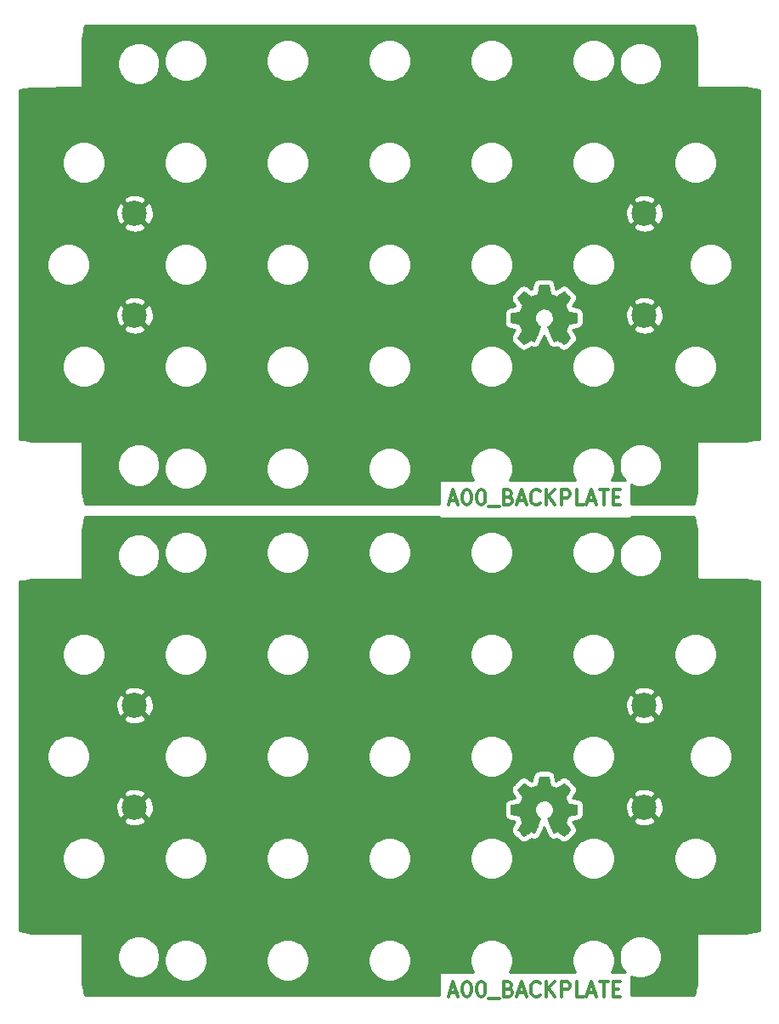
<source format=gbr>
G04 #@! TF.GenerationSoftware,KiCad,Pcbnew,5.1.5-52549c5~86~ubuntu18.04.1*
G04 #@! TF.CreationDate,2020-08-18T13:47:54-05:00*
G04 #@! TF.ProjectId,,58585858-5858-4585-9858-585858585858,rev?*
G04 #@! TF.SameCoordinates,Original*
G04 #@! TF.FileFunction,Copper,L1,Top*
G04 #@! TF.FilePolarity,Positive*
%FSLAX46Y46*%
G04 Gerber Fmt 4.6, Leading zero omitted, Abs format (unit mm)*
G04 Created by KiCad (PCBNEW 5.1.5-52549c5~86~ubuntu18.04.1) date 2020-08-18 13:47:54*
%MOMM*%
%LPD*%
G04 APERTURE LIST*
%ADD10C,0.300000*%
%ADD11C,0.010000*%
%ADD12C,2.499360*%
%ADD13C,0.254000*%
G04 APERTURE END LIST*
D10*
X150631000Y-127456600D02*
X151345285Y-127456600D01*
X150488142Y-127885171D02*
X150988142Y-126385171D01*
X151488142Y-127885171D01*
X152273857Y-126385171D02*
X152416714Y-126385171D01*
X152559571Y-126456600D01*
X152631000Y-126528028D01*
X152702428Y-126670885D01*
X152773857Y-126956600D01*
X152773857Y-127313742D01*
X152702428Y-127599457D01*
X152631000Y-127742314D01*
X152559571Y-127813742D01*
X152416714Y-127885171D01*
X152273857Y-127885171D01*
X152131000Y-127813742D01*
X152059571Y-127742314D01*
X151988142Y-127599457D01*
X151916714Y-127313742D01*
X151916714Y-126956600D01*
X151988142Y-126670885D01*
X152059571Y-126528028D01*
X152131000Y-126456600D01*
X152273857Y-126385171D01*
X153702428Y-126385171D02*
X153845285Y-126385171D01*
X153988142Y-126456600D01*
X154059571Y-126528028D01*
X154131000Y-126670885D01*
X154202428Y-126956600D01*
X154202428Y-127313742D01*
X154131000Y-127599457D01*
X154059571Y-127742314D01*
X153988142Y-127813742D01*
X153845285Y-127885171D01*
X153702428Y-127885171D01*
X153559571Y-127813742D01*
X153488142Y-127742314D01*
X153416714Y-127599457D01*
X153345285Y-127313742D01*
X153345285Y-126956600D01*
X153416714Y-126670885D01*
X153488142Y-126528028D01*
X153559571Y-126456600D01*
X153702428Y-126385171D01*
X154488142Y-128028028D02*
X155631000Y-128028028D01*
X156488142Y-127099457D02*
X156702428Y-127170885D01*
X156773857Y-127242314D01*
X156845285Y-127385171D01*
X156845285Y-127599457D01*
X156773857Y-127742314D01*
X156702428Y-127813742D01*
X156559571Y-127885171D01*
X155988142Y-127885171D01*
X155988142Y-126385171D01*
X156488142Y-126385171D01*
X156631000Y-126456600D01*
X156702428Y-126528028D01*
X156773857Y-126670885D01*
X156773857Y-126813742D01*
X156702428Y-126956600D01*
X156631000Y-127028028D01*
X156488142Y-127099457D01*
X155988142Y-127099457D01*
X157416714Y-127456600D02*
X158131000Y-127456600D01*
X157273857Y-127885171D02*
X157773857Y-126385171D01*
X158273857Y-127885171D01*
X159631000Y-127742314D02*
X159559571Y-127813742D01*
X159345285Y-127885171D01*
X159202428Y-127885171D01*
X158988142Y-127813742D01*
X158845285Y-127670885D01*
X158773857Y-127528028D01*
X158702428Y-127242314D01*
X158702428Y-127028028D01*
X158773857Y-126742314D01*
X158845285Y-126599457D01*
X158988142Y-126456600D01*
X159202428Y-126385171D01*
X159345285Y-126385171D01*
X159559571Y-126456600D01*
X159631000Y-126528028D01*
X160273857Y-127885171D02*
X160273857Y-126385171D01*
X161131000Y-127885171D02*
X160488142Y-127028028D01*
X161131000Y-126385171D02*
X160273857Y-127242314D01*
X161773857Y-127885171D02*
X161773857Y-126385171D01*
X162345285Y-126385171D01*
X162488142Y-126456600D01*
X162559571Y-126528028D01*
X162631000Y-126670885D01*
X162631000Y-126885171D01*
X162559571Y-127028028D01*
X162488142Y-127099457D01*
X162345285Y-127170885D01*
X161773857Y-127170885D01*
X163988142Y-127885171D02*
X163273857Y-127885171D01*
X163273857Y-126385171D01*
X164416714Y-127456600D02*
X165131000Y-127456600D01*
X164273857Y-127885171D02*
X164773857Y-126385171D01*
X165273857Y-127885171D01*
X165559571Y-126385171D02*
X166416714Y-126385171D01*
X165988142Y-127885171D02*
X165988142Y-126385171D01*
X166916714Y-127099457D02*
X167416714Y-127099457D01*
X167631000Y-127885171D02*
X166916714Y-127885171D01*
X166916714Y-126385171D01*
X167631000Y-126385171D01*
X150631000Y-78456600D02*
X151345285Y-78456600D01*
X150488142Y-78885171D02*
X150988142Y-77385171D01*
X151488142Y-78885171D01*
X152273857Y-77385171D02*
X152416714Y-77385171D01*
X152559571Y-77456600D01*
X152631000Y-77528028D01*
X152702428Y-77670885D01*
X152773857Y-77956600D01*
X152773857Y-78313742D01*
X152702428Y-78599457D01*
X152631000Y-78742314D01*
X152559571Y-78813742D01*
X152416714Y-78885171D01*
X152273857Y-78885171D01*
X152131000Y-78813742D01*
X152059571Y-78742314D01*
X151988142Y-78599457D01*
X151916714Y-78313742D01*
X151916714Y-77956600D01*
X151988142Y-77670885D01*
X152059571Y-77528028D01*
X152131000Y-77456600D01*
X152273857Y-77385171D01*
X153702428Y-77385171D02*
X153845285Y-77385171D01*
X153988142Y-77456600D01*
X154059571Y-77528028D01*
X154131000Y-77670885D01*
X154202428Y-77956600D01*
X154202428Y-78313742D01*
X154131000Y-78599457D01*
X154059571Y-78742314D01*
X153988142Y-78813742D01*
X153845285Y-78885171D01*
X153702428Y-78885171D01*
X153559571Y-78813742D01*
X153488142Y-78742314D01*
X153416714Y-78599457D01*
X153345285Y-78313742D01*
X153345285Y-77956600D01*
X153416714Y-77670885D01*
X153488142Y-77528028D01*
X153559571Y-77456600D01*
X153702428Y-77385171D01*
X154488142Y-79028028D02*
X155631000Y-79028028D01*
X156488142Y-78099457D02*
X156702428Y-78170885D01*
X156773857Y-78242314D01*
X156845285Y-78385171D01*
X156845285Y-78599457D01*
X156773857Y-78742314D01*
X156702428Y-78813742D01*
X156559571Y-78885171D01*
X155988142Y-78885171D01*
X155988142Y-77385171D01*
X156488142Y-77385171D01*
X156631000Y-77456600D01*
X156702428Y-77528028D01*
X156773857Y-77670885D01*
X156773857Y-77813742D01*
X156702428Y-77956600D01*
X156631000Y-78028028D01*
X156488142Y-78099457D01*
X155988142Y-78099457D01*
X157416714Y-78456600D02*
X158131000Y-78456600D01*
X157273857Y-78885171D02*
X157773857Y-77385171D01*
X158273857Y-78885171D01*
X159631000Y-78742314D02*
X159559571Y-78813742D01*
X159345285Y-78885171D01*
X159202428Y-78885171D01*
X158988142Y-78813742D01*
X158845285Y-78670885D01*
X158773857Y-78528028D01*
X158702428Y-78242314D01*
X158702428Y-78028028D01*
X158773857Y-77742314D01*
X158845285Y-77599457D01*
X158988142Y-77456600D01*
X159202428Y-77385171D01*
X159345285Y-77385171D01*
X159559571Y-77456600D01*
X159631000Y-77528028D01*
X160273857Y-78885171D02*
X160273857Y-77385171D01*
X161131000Y-78885171D02*
X160488142Y-78028028D01*
X161131000Y-77385171D02*
X160273857Y-78242314D01*
X161773857Y-78885171D02*
X161773857Y-77385171D01*
X162345285Y-77385171D01*
X162488142Y-77456600D01*
X162559571Y-77528028D01*
X162631000Y-77670885D01*
X162631000Y-77885171D01*
X162559571Y-78028028D01*
X162488142Y-78099457D01*
X162345285Y-78170885D01*
X161773857Y-78170885D01*
X163988142Y-78885171D02*
X163273857Y-78885171D01*
X163273857Y-77385171D01*
X164416714Y-78456600D02*
X165131000Y-78456600D01*
X164273857Y-78885171D02*
X164773857Y-77385171D01*
X165273857Y-78885171D01*
X165559571Y-77385171D02*
X166416714Y-77385171D01*
X165988142Y-78885171D02*
X165988142Y-77385171D01*
X166916714Y-78099457D02*
X167416714Y-78099457D01*
X167631000Y-78885171D02*
X166916714Y-78885171D01*
X166916714Y-77385171D01*
X167631000Y-77385171D01*
D11*
G36*
X160575814Y-106412931D02*
G01*
X160659635Y-106857555D01*
X160968920Y-106985053D01*
X161278206Y-107112551D01*
X161649246Y-106860246D01*
X161753157Y-106789996D01*
X161847087Y-106727272D01*
X161926652Y-106674938D01*
X161987470Y-106635857D01*
X162025157Y-106612893D01*
X162035421Y-106607942D01*
X162053910Y-106620676D01*
X162093420Y-106655882D01*
X162149522Y-106709062D01*
X162217787Y-106775718D01*
X162293786Y-106851354D01*
X162373092Y-106931472D01*
X162451275Y-107011574D01*
X162523907Y-107087164D01*
X162586559Y-107153745D01*
X162634803Y-107206818D01*
X162664210Y-107241887D01*
X162671241Y-107253623D01*
X162661123Y-107275260D01*
X162632759Y-107322662D01*
X162589129Y-107391193D01*
X162533218Y-107476215D01*
X162468006Y-107573093D01*
X162430219Y-107628350D01*
X162361343Y-107729248D01*
X162300140Y-107820299D01*
X162249578Y-107896970D01*
X162212628Y-107954728D01*
X162192258Y-107989043D01*
X162189197Y-107996254D01*
X162196136Y-108016748D01*
X162215051Y-108064513D01*
X162243087Y-108132832D01*
X162277391Y-108214989D01*
X162315109Y-108304270D01*
X162353387Y-108393958D01*
X162389370Y-108477338D01*
X162420206Y-108547694D01*
X162443039Y-108598310D01*
X162455017Y-108622471D01*
X162455724Y-108623422D01*
X162474531Y-108628036D01*
X162524618Y-108638328D01*
X162600793Y-108653287D01*
X162697865Y-108671901D01*
X162810643Y-108693159D01*
X162876442Y-108705418D01*
X162996950Y-108728362D01*
X163105797Y-108750195D01*
X163197476Y-108769722D01*
X163266481Y-108785748D01*
X163307304Y-108797079D01*
X163315511Y-108800674D01*
X163323548Y-108825006D01*
X163330033Y-108879959D01*
X163334970Y-108959108D01*
X163338364Y-109056026D01*
X163340218Y-109164287D01*
X163340538Y-109277465D01*
X163339327Y-109389135D01*
X163336590Y-109492868D01*
X163332331Y-109582241D01*
X163326555Y-109650826D01*
X163319267Y-109692197D01*
X163314895Y-109700810D01*
X163288764Y-109711133D01*
X163233393Y-109725892D01*
X163156107Y-109743352D01*
X163064230Y-109761780D01*
X163032158Y-109767741D01*
X162877524Y-109796066D01*
X162755375Y-109818876D01*
X162661673Y-109837080D01*
X162592384Y-109851583D01*
X162543471Y-109863292D01*
X162510897Y-109873115D01*
X162490628Y-109881956D01*
X162478626Y-109890724D01*
X162476947Y-109892457D01*
X162460184Y-109920371D01*
X162434614Y-109974695D01*
X162402788Y-110048777D01*
X162367260Y-110135965D01*
X162330583Y-110229608D01*
X162295311Y-110323052D01*
X162263996Y-110409647D01*
X162239193Y-110482740D01*
X162223454Y-110535678D01*
X162219332Y-110561811D01*
X162219676Y-110562726D01*
X162233641Y-110584086D01*
X162265322Y-110631084D01*
X162311391Y-110698827D01*
X162368518Y-110782423D01*
X162433373Y-110876982D01*
X162451843Y-110903854D01*
X162517699Y-111001275D01*
X162575650Y-111090163D01*
X162622538Y-111165412D01*
X162655207Y-111221920D01*
X162670500Y-111254581D01*
X162671241Y-111258593D01*
X162658392Y-111279684D01*
X162622888Y-111321464D01*
X162569293Y-111379445D01*
X162502171Y-111449135D01*
X162426087Y-111526045D01*
X162345604Y-111605683D01*
X162265287Y-111683561D01*
X162189699Y-111755186D01*
X162123405Y-111816070D01*
X162070969Y-111861721D01*
X162036955Y-111887650D01*
X162027545Y-111891883D01*
X162005643Y-111881912D01*
X161960800Y-111855020D01*
X161900321Y-111815736D01*
X161853789Y-111784117D01*
X161769475Y-111726098D01*
X161669626Y-111657784D01*
X161569473Y-111589579D01*
X161515627Y-111553075D01*
X161333371Y-111429800D01*
X161180381Y-111512520D01*
X161110682Y-111548759D01*
X161051414Y-111576926D01*
X161011311Y-111592991D01*
X161001103Y-111595226D01*
X160988829Y-111578722D01*
X160964613Y-111532082D01*
X160930263Y-111459609D01*
X160887588Y-111365606D01*
X160838394Y-111254374D01*
X160784490Y-111130215D01*
X160727684Y-110997432D01*
X160669782Y-110860327D01*
X160612593Y-110723202D01*
X160557924Y-110590358D01*
X160507584Y-110466098D01*
X160463380Y-110354725D01*
X160427119Y-110260539D01*
X160400609Y-110187844D01*
X160385658Y-110140941D01*
X160383254Y-110124833D01*
X160402311Y-110104286D01*
X160444036Y-110070933D01*
X160499706Y-110031702D01*
X160504378Y-110028599D01*
X160648264Y-109913423D01*
X160764283Y-109779053D01*
X160851430Y-109629784D01*
X160908699Y-109469913D01*
X160935086Y-109303737D01*
X160929585Y-109135552D01*
X160891190Y-108969655D01*
X160818895Y-108810342D01*
X160797626Y-108775487D01*
X160686996Y-108634737D01*
X160556302Y-108521714D01*
X160410064Y-108437003D01*
X160252808Y-108381194D01*
X160089057Y-108354874D01*
X159923333Y-108358630D01*
X159760162Y-108393050D01*
X159604065Y-108458723D01*
X159459567Y-108556235D01*
X159414869Y-108595813D01*
X159301112Y-108719703D01*
X159218218Y-108850124D01*
X159161356Y-108996315D01*
X159129687Y-109141088D01*
X159121869Y-109303860D01*
X159147938Y-109467440D01*
X159205245Y-109626298D01*
X159291144Y-109774906D01*
X159402986Y-109907735D01*
X159538123Y-110019256D01*
X159555883Y-110031011D01*
X159612150Y-110069508D01*
X159654923Y-110102863D01*
X159675372Y-110124160D01*
X159675669Y-110124833D01*
X159671279Y-110147871D01*
X159653876Y-110200157D01*
X159625268Y-110277390D01*
X159587265Y-110375268D01*
X159541674Y-110489491D01*
X159490303Y-110615758D01*
X159434962Y-110749767D01*
X159377458Y-110887218D01*
X159319601Y-111023808D01*
X159263198Y-111155237D01*
X159210058Y-111277205D01*
X159161990Y-111385409D01*
X159120801Y-111475549D01*
X159088301Y-111543323D01*
X159066297Y-111584430D01*
X159057436Y-111595226D01*
X159030360Y-111586819D01*
X158979697Y-111564272D01*
X158914183Y-111531613D01*
X158878159Y-111512520D01*
X158725168Y-111429800D01*
X158542912Y-111553075D01*
X158449875Y-111616228D01*
X158348015Y-111685727D01*
X158252562Y-111751165D01*
X158204750Y-111784117D01*
X158137505Y-111829273D01*
X158080564Y-111865057D01*
X158041354Y-111886938D01*
X158028619Y-111891563D01*
X158010083Y-111879085D01*
X157969059Y-111844252D01*
X157909525Y-111790678D01*
X157835458Y-111721983D01*
X157750835Y-111641781D01*
X157697315Y-111590286D01*
X157603681Y-111498286D01*
X157522759Y-111415999D01*
X157457823Y-111346945D01*
X157412142Y-111294644D01*
X157388989Y-111262616D01*
X157386768Y-111256116D01*
X157397076Y-111231394D01*
X157425561Y-111181405D01*
X157469063Y-111111212D01*
X157524423Y-111025875D01*
X157588480Y-110930456D01*
X157606697Y-110903854D01*
X157673073Y-110807167D01*
X157732622Y-110720117D01*
X157782016Y-110647595D01*
X157817925Y-110594493D01*
X157837019Y-110565703D01*
X157838864Y-110562726D01*
X157836105Y-110539782D01*
X157821462Y-110489336D01*
X157797487Y-110418041D01*
X157766734Y-110332547D01*
X157731756Y-110239507D01*
X157695107Y-110145574D01*
X157659339Y-110057399D01*
X157627006Y-109981634D01*
X157600662Y-109924931D01*
X157582858Y-109893943D01*
X157581593Y-109892457D01*
X157570706Y-109883601D01*
X157552318Y-109874843D01*
X157522394Y-109865277D01*
X157476897Y-109853996D01*
X157411791Y-109840093D01*
X157323039Y-109822663D01*
X157206607Y-109800798D01*
X157058458Y-109773591D01*
X157026382Y-109767741D01*
X156931314Y-109749374D01*
X156848435Y-109731405D01*
X156785070Y-109715569D01*
X156748542Y-109703600D01*
X156743644Y-109700810D01*
X156735573Y-109676072D01*
X156729013Y-109620790D01*
X156723967Y-109541389D01*
X156720441Y-109444296D01*
X156718439Y-109335938D01*
X156717964Y-109222740D01*
X156719023Y-109111128D01*
X156721618Y-109007529D01*
X156725754Y-108918368D01*
X156731437Y-108850072D01*
X156738669Y-108809066D01*
X156743029Y-108800674D01*
X156767302Y-108792208D01*
X156822574Y-108778435D01*
X156903338Y-108760550D01*
X157004088Y-108739748D01*
X157119317Y-108717223D01*
X157182098Y-108705418D01*
X157301213Y-108683151D01*
X157407435Y-108662979D01*
X157495573Y-108645915D01*
X157560434Y-108632969D01*
X157596826Y-108625155D01*
X157602816Y-108623422D01*
X157612939Y-108603890D01*
X157634338Y-108556843D01*
X157664161Y-108489003D01*
X157699555Y-108407091D01*
X157737668Y-108317828D01*
X157775647Y-108227935D01*
X157810640Y-108144135D01*
X157839794Y-108073147D01*
X157860257Y-108021694D01*
X157869177Y-107996497D01*
X157869343Y-107995396D01*
X157859231Y-107975519D01*
X157830883Y-107929777D01*
X157787277Y-107862717D01*
X157731394Y-107778884D01*
X157666213Y-107682826D01*
X157628321Y-107627650D01*
X157559275Y-107526481D01*
X157497950Y-107434630D01*
X157447337Y-107356744D01*
X157410429Y-107297469D01*
X157390218Y-107261451D01*
X157387299Y-107253377D01*
X157399847Y-107234584D01*
X157434537Y-107194457D01*
X157486937Y-107137493D01*
X157552616Y-107068185D01*
X157627144Y-106991031D01*
X157706087Y-106910525D01*
X157785017Y-106831163D01*
X157859500Y-106757440D01*
X157925106Y-106693852D01*
X157977404Y-106644894D01*
X158011961Y-106615061D01*
X158023522Y-106607942D01*
X158042346Y-106617953D01*
X158087369Y-106646078D01*
X158154213Y-106689454D01*
X158238501Y-106745218D01*
X158335856Y-106810506D01*
X158409293Y-106860246D01*
X158780333Y-107112551D01*
X159398905Y-106857555D01*
X159482725Y-106412931D01*
X159566546Y-105968307D01*
X160491994Y-105968307D01*
X160575814Y-106412931D01*
G37*
X160575814Y-106412931D02*
X160659635Y-106857555D01*
X160968920Y-106985053D01*
X161278206Y-107112551D01*
X161649246Y-106860246D01*
X161753157Y-106789996D01*
X161847087Y-106727272D01*
X161926652Y-106674938D01*
X161987470Y-106635857D01*
X162025157Y-106612893D01*
X162035421Y-106607942D01*
X162053910Y-106620676D01*
X162093420Y-106655882D01*
X162149522Y-106709062D01*
X162217787Y-106775718D01*
X162293786Y-106851354D01*
X162373092Y-106931472D01*
X162451275Y-107011574D01*
X162523907Y-107087164D01*
X162586559Y-107153745D01*
X162634803Y-107206818D01*
X162664210Y-107241887D01*
X162671241Y-107253623D01*
X162661123Y-107275260D01*
X162632759Y-107322662D01*
X162589129Y-107391193D01*
X162533218Y-107476215D01*
X162468006Y-107573093D01*
X162430219Y-107628350D01*
X162361343Y-107729248D01*
X162300140Y-107820299D01*
X162249578Y-107896970D01*
X162212628Y-107954728D01*
X162192258Y-107989043D01*
X162189197Y-107996254D01*
X162196136Y-108016748D01*
X162215051Y-108064513D01*
X162243087Y-108132832D01*
X162277391Y-108214989D01*
X162315109Y-108304270D01*
X162353387Y-108393958D01*
X162389370Y-108477338D01*
X162420206Y-108547694D01*
X162443039Y-108598310D01*
X162455017Y-108622471D01*
X162455724Y-108623422D01*
X162474531Y-108628036D01*
X162524618Y-108638328D01*
X162600793Y-108653287D01*
X162697865Y-108671901D01*
X162810643Y-108693159D01*
X162876442Y-108705418D01*
X162996950Y-108728362D01*
X163105797Y-108750195D01*
X163197476Y-108769722D01*
X163266481Y-108785748D01*
X163307304Y-108797079D01*
X163315511Y-108800674D01*
X163323548Y-108825006D01*
X163330033Y-108879959D01*
X163334970Y-108959108D01*
X163338364Y-109056026D01*
X163340218Y-109164287D01*
X163340538Y-109277465D01*
X163339327Y-109389135D01*
X163336590Y-109492868D01*
X163332331Y-109582241D01*
X163326555Y-109650826D01*
X163319267Y-109692197D01*
X163314895Y-109700810D01*
X163288764Y-109711133D01*
X163233393Y-109725892D01*
X163156107Y-109743352D01*
X163064230Y-109761780D01*
X163032158Y-109767741D01*
X162877524Y-109796066D01*
X162755375Y-109818876D01*
X162661673Y-109837080D01*
X162592384Y-109851583D01*
X162543471Y-109863292D01*
X162510897Y-109873115D01*
X162490628Y-109881956D01*
X162478626Y-109890724D01*
X162476947Y-109892457D01*
X162460184Y-109920371D01*
X162434614Y-109974695D01*
X162402788Y-110048777D01*
X162367260Y-110135965D01*
X162330583Y-110229608D01*
X162295311Y-110323052D01*
X162263996Y-110409647D01*
X162239193Y-110482740D01*
X162223454Y-110535678D01*
X162219332Y-110561811D01*
X162219676Y-110562726D01*
X162233641Y-110584086D01*
X162265322Y-110631084D01*
X162311391Y-110698827D01*
X162368518Y-110782423D01*
X162433373Y-110876982D01*
X162451843Y-110903854D01*
X162517699Y-111001275D01*
X162575650Y-111090163D01*
X162622538Y-111165412D01*
X162655207Y-111221920D01*
X162670500Y-111254581D01*
X162671241Y-111258593D01*
X162658392Y-111279684D01*
X162622888Y-111321464D01*
X162569293Y-111379445D01*
X162502171Y-111449135D01*
X162426087Y-111526045D01*
X162345604Y-111605683D01*
X162265287Y-111683561D01*
X162189699Y-111755186D01*
X162123405Y-111816070D01*
X162070969Y-111861721D01*
X162036955Y-111887650D01*
X162027545Y-111891883D01*
X162005643Y-111881912D01*
X161960800Y-111855020D01*
X161900321Y-111815736D01*
X161853789Y-111784117D01*
X161769475Y-111726098D01*
X161669626Y-111657784D01*
X161569473Y-111589579D01*
X161515627Y-111553075D01*
X161333371Y-111429800D01*
X161180381Y-111512520D01*
X161110682Y-111548759D01*
X161051414Y-111576926D01*
X161011311Y-111592991D01*
X161001103Y-111595226D01*
X160988829Y-111578722D01*
X160964613Y-111532082D01*
X160930263Y-111459609D01*
X160887588Y-111365606D01*
X160838394Y-111254374D01*
X160784490Y-111130215D01*
X160727684Y-110997432D01*
X160669782Y-110860327D01*
X160612593Y-110723202D01*
X160557924Y-110590358D01*
X160507584Y-110466098D01*
X160463380Y-110354725D01*
X160427119Y-110260539D01*
X160400609Y-110187844D01*
X160385658Y-110140941D01*
X160383254Y-110124833D01*
X160402311Y-110104286D01*
X160444036Y-110070933D01*
X160499706Y-110031702D01*
X160504378Y-110028599D01*
X160648264Y-109913423D01*
X160764283Y-109779053D01*
X160851430Y-109629784D01*
X160908699Y-109469913D01*
X160935086Y-109303737D01*
X160929585Y-109135552D01*
X160891190Y-108969655D01*
X160818895Y-108810342D01*
X160797626Y-108775487D01*
X160686996Y-108634737D01*
X160556302Y-108521714D01*
X160410064Y-108437003D01*
X160252808Y-108381194D01*
X160089057Y-108354874D01*
X159923333Y-108358630D01*
X159760162Y-108393050D01*
X159604065Y-108458723D01*
X159459567Y-108556235D01*
X159414869Y-108595813D01*
X159301112Y-108719703D01*
X159218218Y-108850124D01*
X159161356Y-108996315D01*
X159129687Y-109141088D01*
X159121869Y-109303860D01*
X159147938Y-109467440D01*
X159205245Y-109626298D01*
X159291144Y-109774906D01*
X159402986Y-109907735D01*
X159538123Y-110019256D01*
X159555883Y-110031011D01*
X159612150Y-110069508D01*
X159654923Y-110102863D01*
X159675372Y-110124160D01*
X159675669Y-110124833D01*
X159671279Y-110147871D01*
X159653876Y-110200157D01*
X159625268Y-110277390D01*
X159587265Y-110375268D01*
X159541674Y-110489491D01*
X159490303Y-110615758D01*
X159434962Y-110749767D01*
X159377458Y-110887218D01*
X159319601Y-111023808D01*
X159263198Y-111155237D01*
X159210058Y-111277205D01*
X159161990Y-111385409D01*
X159120801Y-111475549D01*
X159088301Y-111543323D01*
X159066297Y-111584430D01*
X159057436Y-111595226D01*
X159030360Y-111586819D01*
X158979697Y-111564272D01*
X158914183Y-111531613D01*
X158878159Y-111512520D01*
X158725168Y-111429800D01*
X158542912Y-111553075D01*
X158449875Y-111616228D01*
X158348015Y-111685727D01*
X158252562Y-111751165D01*
X158204750Y-111784117D01*
X158137505Y-111829273D01*
X158080564Y-111865057D01*
X158041354Y-111886938D01*
X158028619Y-111891563D01*
X158010083Y-111879085D01*
X157969059Y-111844252D01*
X157909525Y-111790678D01*
X157835458Y-111721983D01*
X157750835Y-111641781D01*
X157697315Y-111590286D01*
X157603681Y-111498286D01*
X157522759Y-111415999D01*
X157457823Y-111346945D01*
X157412142Y-111294644D01*
X157388989Y-111262616D01*
X157386768Y-111256116D01*
X157397076Y-111231394D01*
X157425561Y-111181405D01*
X157469063Y-111111212D01*
X157524423Y-111025875D01*
X157588480Y-110930456D01*
X157606697Y-110903854D01*
X157673073Y-110807167D01*
X157732622Y-110720117D01*
X157782016Y-110647595D01*
X157817925Y-110594493D01*
X157837019Y-110565703D01*
X157838864Y-110562726D01*
X157836105Y-110539782D01*
X157821462Y-110489336D01*
X157797487Y-110418041D01*
X157766734Y-110332547D01*
X157731756Y-110239507D01*
X157695107Y-110145574D01*
X157659339Y-110057399D01*
X157627006Y-109981634D01*
X157600662Y-109924931D01*
X157582858Y-109893943D01*
X157581593Y-109892457D01*
X157570706Y-109883601D01*
X157552318Y-109874843D01*
X157522394Y-109865277D01*
X157476897Y-109853996D01*
X157411791Y-109840093D01*
X157323039Y-109822663D01*
X157206607Y-109800798D01*
X157058458Y-109773591D01*
X157026382Y-109767741D01*
X156931314Y-109749374D01*
X156848435Y-109731405D01*
X156785070Y-109715569D01*
X156748542Y-109703600D01*
X156743644Y-109700810D01*
X156735573Y-109676072D01*
X156729013Y-109620790D01*
X156723967Y-109541389D01*
X156720441Y-109444296D01*
X156718439Y-109335938D01*
X156717964Y-109222740D01*
X156719023Y-109111128D01*
X156721618Y-109007529D01*
X156725754Y-108918368D01*
X156731437Y-108850072D01*
X156738669Y-108809066D01*
X156743029Y-108800674D01*
X156767302Y-108792208D01*
X156822574Y-108778435D01*
X156903338Y-108760550D01*
X157004088Y-108739748D01*
X157119317Y-108717223D01*
X157182098Y-108705418D01*
X157301213Y-108683151D01*
X157407435Y-108662979D01*
X157495573Y-108645915D01*
X157560434Y-108632969D01*
X157596826Y-108625155D01*
X157602816Y-108623422D01*
X157612939Y-108603890D01*
X157634338Y-108556843D01*
X157664161Y-108489003D01*
X157699555Y-108407091D01*
X157737668Y-108317828D01*
X157775647Y-108227935D01*
X157810640Y-108144135D01*
X157839794Y-108073147D01*
X157860257Y-108021694D01*
X157869177Y-107996497D01*
X157869343Y-107995396D01*
X157859231Y-107975519D01*
X157830883Y-107929777D01*
X157787277Y-107862717D01*
X157731394Y-107778884D01*
X157666213Y-107682826D01*
X157628321Y-107627650D01*
X157559275Y-107526481D01*
X157497950Y-107434630D01*
X157447337Y-107356744D01*
X157410429Y-107297469D01*
X157390218Y-107261451D01*
X157387299Y-107253377D01*
X157399847Y-107234584D01*
X157434537Y-107194457D01*
X157486937Y-107137493D01*
X157552616Y-107068185D01*
X157627144Y-106991031D01*
X157706087Y-106910525D01*
X157785017Y-106831163D01*
X157859500Y-106757440D01*
X157925106Y-106693852D01*
X157977404Y-106644894D01*
X158011961Y-106615061D01*
X158023522Y-106607942D01*
X158042346Y-106617953D01*
X158087369Y-106646078D01*
X158154213Y-106689454D01*
X158238501Y-106745218D01*
X158335856Y-106810506D01*
X158409293Y-106860246D01*
X158780333Y-107112551D01*
X159398905Y-106857555D01*
X159482725Y-106412931D01*
X159566546Y-105968307D01*
X160491994Y-105968307D01*
X160575814Y-106412931D01*
G36*
X160575814Y-57412931D02*
G01*
X160659635Y-57857555D01*
X160968920Y-57985053D01*
X161278206Y-58112551D01*
X161649246Y-57860246D01*
X161753157Y-57789996D01*
X161847087Y-57727272D01*
X161926652Y-57674938D01*
X161987470Y-57635857D01*
X162025157Y-57612893D01*
X162035421Y-57607942D01*
X162053910Y-57620676D01*
X162093420Y-57655882D01*
X162149522Y-57709062D01*
X162217787Y-57775718D01*
X162293786Y-57851354D01*
X162373092Y-57931472D01*
X162451275Y-58011574D01*
X162523907Y-58087164D01*
X162586559Y-58153745D01*
X162634803Y-58206818D01*
X162664210Y-58241887D01*
X162671241Y-58253623D01*
X162661123Y-58275260D01*
X162632759Y-58322662D01*
X162589129Y-58391193D01*
X162533218Y-58476215D01*
X162468006Y-58573093D01*
X162430219Y-58628350D01*
X162361343Y-58729248D01*
X162300140Y-58820299D01*
X162249578Y-58896970D01*
X162212628Y-58954728D01*
X162192258Y-58989043D01*
X162189197Y-58996254D01*
X162196136Y-59016748D01*
X162215051Y-59064513D01*
X162243087Y-59132832D01*
X162277391Y-59214989D01*
X162315109Y-59304270D01*
X162353387Y-59393958D01*
X162389370Y-59477338D01*
X162420206Y-59547694D01*
X162443039Y-59598310D01*
X162455017Y-59622471D01*
X162455724Y-59623422D01*
X162474531Y-59628036D01*
X162524618Y-59638328D01*
X162600793Y-59653287D01*
X162697865Y-59671901D01*
X162810643Y-59693159D01*
X162876442Y-59705418D01*
X162996950Y-59728362D01*
X163105797Y-59750195D01*
X163197476Y-59769722D01*
X163266481Y-59785748D01*
X163307304Y-59797079D01*
X163315511Y-59800674D01*
X163323548Y-59825006D01*
X163330033Y-59879959D01*
X163334970Y-59959108D01*
X163338364Y-60056026D01*
X163340218Y-60164287D01*
X163340538Y-60277465D01*
X163339327Y-60389135D01*
X163336590Y-60492868D01*
X163332331Y-60582241D01*
X163326555Y-60650826D01*
X163319267Y-60692197D01*
X163314895Y-60700810D01*
X163288764Y-60711133D01*
X163233393Y-60725892D01*
X163156107Y-60743352D01*
X163064230Y-60761780D01*
X163032158Y-60767741D01*
X162877524Y-60796066D01*
X162755375Y-60818876D01*
X162661673Y-60837080D01*
X162592384Y-60851583D01*
X162543471Y-60863292D01*
X162510897Y-60873115D01*
X162490628Y-60881956D01*
X162478626Y-60890724D01*
X162476947Y-60892457D01*
X162460184Y-60920371D01*
X162434614Y-60974695D01*
X162402788Y-61048777D01*
X162367260Y-61135965D01*
X162330583Y-61229608D01*
X162295311Y-61323052D01*
X162263996Y-61409647D01*
X162239193Y-61482740D01*
X162223454Y-61535678D01*
X162219332Y-61561811D01*
X162219676Y-61562726D01*
X162233641Y-61584086D01*
X162265322Y-61631084D01*
X162311391Y-61698827D01*
X162368518Y-61782423D01*
X162433373Y-61876982D01*
X162451843Y-61903854D01*
X162517699Y-62001275D01*
X162575650Y-62090163D01*
X162622538Y-62165412D01*
X162655207Y-62221920D01*
X162670500Y-62254581D01*
X162671241Y-62258593D01*
X162658392Y-62279684D01*
X162622888Y-62321464D01*
X162569293Y-62379445D01*
X162502171Y-62449135D01*
X162426087Y-62526045D01*
X162345604Y-62605683D01*
X162265287Y-62683561D01*
X162189699Y-62755186D01*
X162123405Y-62816070D01*
X162070969Y-62861721D01*
X162036955Y-62887650D01*
X162027545Y-62891883D01*
X162005643Y-62881912D01*
X161960800Y-62855020D01*
X161900321Y-62815736D01*
X161853789Y-62784117D01*
X161769475Y-62726098D01*
X161669626Y-62657784D01*
X161569473Y-62589579D01*
X161515627Y-62553075D01*
X161333371Y-62429800D01*
X161180381Y-62512520D01*
X161110682Y-62548759D01*
X161051414Y-62576926D01*
X161011311Y-62592991D01*
X161001103Y-62595226D01*
X160988829Y-62578722D01*
X160964613Y-62532082D01*
X160930263Y-62459609D01*
X160887588Y-62365606D01*
X160838394Y-62254374D01*
X160784490Y-62130215D01*
X160727684Y-61997432D01*
X160669782Y-61860327D01*
X160612593Y-61723202D01*
X160557924Y-61590358D01*
X160507584Y-61466098D01*
X160463380Y-61354725D01*
X160427119Y-61260539D01*
X160400609Y-61187844D01*
X160385658Y-61140941D01*
X160383254Y-61124833D01*
X160402311Y-61104286D01*
X160444036Y-61070933D01*
X160499706Y-61031702D01*
X160504378Y-61028599D01*
X160648264Y-60913423D01*
X160764283Y-60779053D01*
X160851430Y-60629784D01*
X160908699Y-60469913D01*
X160935086Y-60303737D01*
X160929585Y-60135552D01*
X160891190Y-59969655D01*
X160818895Y-59810342D01*
X160797626Y-59775487D01*
X160686996Y-59634737D01*
X160556302Y-59521714D01*
X160410064Y-59437003D01*
X160252808Y-59381194D01*
X160089057Y-59354874D01*
X159923333Y-59358630D01*
X159760162Y-59393050D01*
X159604065Y-59458723D01*
X159459567Y-59556235D01*
X159414869Y-59595813D01*
X159301112Y-59719703D01*
X159218218Y-59850124D01*
X159161356Y-59996315D01*
X159129687Y-60141088D01*
X159121869Y-60303860D01*
X159147938Y-60467440D01*
X159205245Y-60626298D01*
X159291144Y-60774906D01*
X159402986Y-60907735D01*
X159538123Y-61019256D01*
X159555883Y-61031011D01*
X159612150Y-61069508D01*
X159654923Y-61102863D01*
X159675372Y-61124160D01*
X159675669Y-61124833D01*
X159671279Y-61147871D01*
X159653876Y-61200157D01*
X159625268Y-61277390D01*
X159587265Y-61375268D01*
X159541674Y-61489491D01*
X159490303Y-61615758D01*
X159434962Y-61749767D01*
X159377458Y-61887218D01*
X159319601Y-62023808D01*
X159263198Y-62155237D01*
X159210058Y-62277205D01*
X159161990Y-62385409D01*
X159120801Y-62475549D01*
X159088301Y-62543323D01*
X159066297Y-62584430D01*
X159057436Y-62595226D01*
X159030360Y-62586819D01*
X158979697Y-62564272D01*
X158914183Y-62531613D01*
X158878159Y-62512520D01*
X158725168Y-62429800D01*
X158542912Y-62553075D01*
X158449875Y-62616228D01*
X158348015Y-62685727D01*
X158252562Y-62751165D01*
X158204750Y-62784117D01*
X158137505Y-62829273D01*
X158080564Y-62865057D01*
X158041354Y-62886938D01*
X158028619Y-62891563D01*
X158010083Y-62879085D01*
X157969059Y-62844252D01*
X157909525Y-62790678D01*
X157835458Y-62721983D01*
X157750835Y-62641781D01*
X157697315Y-62590286D01*
X157603681Y-62498286D01*
X157522759Y-62415999D01*
X157457823Y-62346945D01*
X157412142Y-62294644D01*
X157388989Y-62262616D01*
X157386768Y-62256116D01*
X157397076Y-62231394D01*
X157425561Y-62181405D01*
X157469063Y-62111212D01*
X157524423Y-62025875D01*
X157588480Y-61930456D01*
X157606697Y-61903854D01*
X157673073Y-61807167D01*
X157732622Y-61720117D01*
X157782016Y-61647595D01*
X157817925Y-61594493D01*
X157837019Y-61565703D01*
X157838864Y-61562726D01*
X157836105Y-61539782D01*
X157821462Y-61489336D01*
X157797487Y-61418041D01*
X157766734Y-61332547D01*
X157731756Y-61239507D01*
X157695107Y-61145574D01*
X157659339Y-61057399D01*
X157627006Y-60981634D01*
X157600662Y-60924931D01*
X157582858Y-60893943D01*
X157581593Y-60892457D01*
X157570706Y-60883601D01*
X157552318Y-60874843D01*
X157522394Y-60865277D01*
X157476897Y-60853996D01*
X157411791Y-60840093D01*
X157323039Y-60822663D01*
X157206607Y-60800798D01*
X157058458Y-60773591D01*
X157026382Y-60767741D01*
X156931314Y-60749374D01*
X156848435Y-60731405D01*
X156785070Y-60715569D01*
X156748542Y-60703600D01*
X156743644Y-60700810D01*
X156735573Y-60676072D01*
X156729013Y-60620790D01*
X156723967Y-60541389D01*
X156720441Y-60444296D01*
X156718439Y-60335938D01*
X156717964Y-60222740D01*
X156719023Y-60111128D01*
X156721618Y-60007529D01*
X156725754Y-59918368D01*
X156731437Y-59850072D01*
X156738669Y-59809066D01*
X156743029Y-59800674D01*
X156767302Y-59792208D01*
X156822574Y-59778435D01*
X156903338Y-59760550D01*
X157004088Y-59739748D01*
X157119317Y-59717223D01*
X157182098Y-59705418D01*
X157301213Y-59683151D01*
X157407435Y-59662979D01*
X157495573Y-59645915D01*
X157560434Y-59632969D01*
X157596826Y-59625155D01*
X157602816Y-59623422D01*
X157612939Y-59603890D01*
X157634338Y-59556843D01*
X157664161Y-59489003D01*
X157699555Y-59407091D01*
X157737668Y-59317828D01*
X157775647Y-59227935D01*
X157810640Y-59144135D01*
X157839794Y-59073147D01*
X157860257Y-59021694D01*
X157869177Y-58996497D01*
X157869343Y-58995396D01*
X157859231Y-58975519D01*
X157830883Y-58929777D01*
X157787277Y-58862717D01*
X157731394Y-58778884D01*
X157666213Y-58682826D01*
X157628321Y-58627650D01*
X157559275Y-58526481D01*
X157497950Y-58434630D01*
X157447337Y-58356744D01*
X157410429Y-58297469D01*
X157390218Y-58261451D01*
X157387299Y-58253377D01*
X157399847Y-58234584D01*
X157434537Y-58194457D01*
X157486937Y-58137493D01*
X157552616Y-58068185D01*
X157627144Y-57991031D01*
X157706087Y-57910525D01*
X157785017Y-57831163D01*
X157859500Y-57757440D01*
X157925106Y-57693852D01*
X157977404Y-57644894D01*
X158011961Y-57615061D01*
X158023522Y-57607942D01*
X158042346Y-57617953D01*
X158087369Y-57646078D01*
X158154213Y-57689454D01*
X158238501Y-57745218D01*
X158335856Y-57810506D01*
X158409293Y-57860246D01*
X158780333Y-58112551D01*
X159398905Y-57857555D01*
X159482725Y-57412931D01*
X159566546Y-56968307D01*
X160491994Y-56968307D01*
X160575814Y-57412931D01*
G37*
X160575814Y-57412931D02*
X160659635Y-57857555D01*
X160968920Y-57985053D01*
X161278206Y-58112551D01*
X161649246Y-57860246D01*
X161753157Y-57789996D01*
X161847087Y-57727272D01*
X161926652Y-57674938D01*
X161987470Y-57635857D01*
X162025157Y-57612893D01*
X162035421Y-57607942D01*
X162053910Y-57620676D01*
X162093420Y-57655882D01*
X162149522Y-57709062D01*
X162217787Y-57775718D01*
X162293786Y-57851354D01*
X162373092Y-57931472D01*
X162451275Y-58011574D01*
X162523907Y-58087164D01*
X162586559Y-58153745D01*
X162634803Y-58206818D01*
X162664210Y-58241887D01*
X162671241Y-58253623D01*
X162661123Y-58275260D01*
X162632759Y-58322662D01*
X162589129Y-58391193D01*
X162533218Y-58476215D01*
X162468006Y-58573093D01*
X162430219Y-58628350D01*
X162361343Y-58729248D01*
X162300140Y-58820299D01*
X162249578Y-58896970D01*
X162212628Y-58954728D01*
X162192258Y-58989043D01*
X162189197Y-58996254D01*
X162196136Y-59016748D01*
X162215051Y-59064513D01*
X162243087Y-59132832D01*
X162277391Y-59214989D01*
X162315109Y-59304270D01*
X162353387Y-59393958D01*
X162389370Y-59477338D01*
X162420206Y-59547694D01*
X162443039Y-59598310D01*
X162455017Y-59622471D01*
X162455724Y-59623422D01*
X162474531Y-59628036D01*
X162524618Y-59638328D01*
X162600793Y-59653287D01*
X162697865Y-59671901D01*
X162810643Y-59693159D01*
X162876442Y-59705418D01*
X162996950Y-59728362D01*
X163105797Y-59750195D01*
X163197476Y-59769722D01*
X163266481Y-59785748D01*
X163307304Y-59797079D01*
X163315511Y-59800674D01*
X163323548Y-59825006D01*
X163330033Y-59879959D01*
X163334970Y-59959108D01*
X163338364Y-60056026D01*
X163340218Y-60164287D01*
X163340538Y-60277465D01*
X163339327Y-60389135D01*
X163336590Y-60492868D01*
X163332331Y-60582241D01*
X163326555Y-60650826D01*
X163319267Y-60692197D01*
X163314895Y-60700810D01*
X163288764Y-60711133D01*
X163233393Y-60725892D01*
X163156107Y-60743352D01*
X163064230Y-60761780D01*
X163032158Y-60767741D01*
X162877524Y-60796066D01*
X162755375Y-60818876D01*
X162661673Y-60837080D01*
X162592384Y-60851583D01*
X162543471Y-60863292D01*
X162510897Y-60873115D01*
X162490628Y-60881956D01*
X162478626Y-60890724D01*
X162476947Y-60892457D01*
X162460184Y-60920371D01*
X162434614Y-60974695D01*
X162402788Y-61048777D01*
X162367260Y-61135965D01*
X162330583Y-61229608D01*
X162295311Y-61323052D01*
X162263996Y-61409647D01*
X162239193Y-61482740D01*
X162223454Y-61535678D01*
X162219332Y-61561811D01*
X162219676Y-61562726D01*
X162233641Y-61584086D01*
X162265322Y-61631084D01*
X162311391Y-61698827D01*
X162368518Y-61782423D01*
X162433373Y-61876982D01*
X162451843Y-61903854D01*
X162517699Y-62001275D01*
X162575650Y-62090163D01*
X162622538Y-62165412D01*
X162655207Y-62221920D01*
X162670500Y-62254581D01*
X162671241Y-62258593D01*
X162658392Y-62279684D01*
X162622888Y-62321464D01*
X162569293Y-62379445D01*
X162502171Y-62449135D01*
X162426087Y-62526045D01*
X162345604Y-62605683D01*
X162265287Y-62683561D01*
X162189699Y-62755186D01*
X162123405Y-62816070D01*
X162070969Y-62861721D01*
X162036955Y-62887650D01*
X162027545Y-62891883D01*
X162005643Y-62881912D01*
X161960800Y-62855020D01*
X161900321Y-62815736D01*
X161853789Y-62784117D01*
X161769475Y-62726098D01*
X161669626Y-62657784D01*
X161569473Y-62589579D01*
X161515627Y-62553075D01*
X161333371Y-62429800D01*
X161180381Y-62512520D01*
X161110682Y-62548759D01*
X161051414Y-62576926D01*
X161011311Y-62592991D01*
X161001103Y-62595226D01*
X160988829Y-62578722D01*
X160964613Y-62532082D01*
X160930263Y-62459609D01*
X160887588Y-62365606D01*
X160838394Y-62254374D01*
X160784490Y-62130215D01*
X160727684Y-61997432D01*
X160669782Y-61860327D01*
X160612593Y-61723202D01*
X160557924Y-61590358D01*
X160507584Y-61466098D01*
X160463380Y-61354725D01*
X160427119Y-61260539D01*
X160400609Y-61187844D01*
X160385658Y-61140941D01*
X160383254Y-61124833D01*
X160402311Y-61104286D01*
X160444036Y-61070933D01*
X160499706Y-61031702D01*
X160504378Y-61028599D01*
X160648264Y-60913423D01*
X160764283Y-60779053D01*
X160851430Y-60629784D01*
X160908699Y-60469913D01*
X160935086Y-60303737D01*
X160929585Y-60135552D01*
X160891190Y-59969655D01*
X160818895Y-59810342D01*
X160797626Y-59775487D01*
X160686996Y-59634737D01*
X160556302Y-59521714D01*
X160410064Y-59437003D01*
X160252808Y-59381194D01*
X160089057Y-59354874D01*
X159923333Y-59358630D01*
X159760162Y-59393050D01*
X159604065Y-59458723D01*
X159459567Y-59556235D01*
X159414869Y-59595813D01*
X159301112Y-59719703D01*
X159218218Y-59850124D01*
X159161356Y-59996315D01*
X159129687Y-60141088D01*
X159121869Y-60303860D01*
X159147938Y-60467440D01*
X159205245Y-60626298D01*
X159291144Y-60774906D01*
X159402986Y-60907735D01*
X159538123Y-61019256D01*
X159555883Y-61031011D01*
X159612150Y-61069508D01*
X159654923Y-61102863D01*
X159675372Y-61124160D01*
X159675669Y-61124833D01*
X159671279Y-61147871D01*
X159653876Y-61200157D01*
X159625268Y-61277390D01*
X159587265Y-61375268D01*
X159541674Y-61489491D01*
X159490303Y-61615758D01*
X159434962Y-61749767D01*
X159377458Y-61887218D01*
X159319601Y-62023808D01*
X159263198Y-62155237D01*
X159210058Y-62277205D01*
X159161990Y-62385409D01*
X159120801Y-62475549D01*
X159088301Y-62543323D01*
X159066297Y-62584430D01*
X159057436Y-62595226D01*
X159030360Y-62586819D01*
X158979697Y-62564272D01*
X158914183Y-62531613D01*
X158878159Y-62512520D01*
X158725168Y-62429800D01*
X158542912Y-62553075D01*
X158449875Y-62616228D01*
X158348015Y-62685727D01*
X158252562Y-62751165D01*
X158204750Y-62784117D01*
X158137505Y-62829273D01*
X158080564Y-62865057D01*
X158041354Y-62886938D01*
X158028619Y-62891563D01*
X158010083Y-62879085D01*
X157969059Y-62844252D01*
X157909525Y-62790678D01*
X157835458Y-62721983D01*
X157750835Y-62641781D01*
X157697315Y-62590286D01*
X157603681Y-62498286D01*
X157522759Y-62415999D01*
X157457823Y-62346945D01*
X157412142Y-62294644D01*
X157388989Y-62262616D01*
X157386768Y-62256116D01*
X157397076Y-62231394D01*
X157425561Y-62181405D01*
X157469063Y-62111212D01*
X157524423Y-62025875D01*
X157588480Y-61930456D01*
X157606697Y-61903854D01*
X157673073Y-61807167D01*
X157732622Y-61720117D01*
X157782016Y-61647595D01*
X157817925Y-61594493D01*
X157837019Y-61565703D01*
X157838864Y-61562726D01*
X157836105Y-61539782D01*
X157821462Y-61489336D01*
X157797487Y-61418041D01*
X157766734Y-61332547D01*
X157731756Y-61239507D01*
X157695107Y-61145574D01*
X157659339Y-61057399D01*
X157627006Y-60981634D01*
X157600662Y-60924931D01*
X157582858Y-60893943D01*
X157581593Y-60892457D01*
X157570706Y-60883601D01*
X157552318Y-60874843D01*
X157522394Y-60865277D01*
X157476897Y-60853996D01*
X157411791Y-60840093D01*
X157323039Y-60822663D01*
X157206607Y-60800798D01*
X157058458Y-60773591D01*
X157026382Y-60767741D01*
X156931314Y-60749374D01*
X156848435Y-60731405D01*
X156785070Y-60715569D01*
X156748542Y-60703600D01*
X156743644Y-60700810D01*
X156735573Y-60676072D01*
X156729013Y-60620790D01*
X156723967Y-60541389D01*
X156720441Y-60444296D01*
X156718439Y-60335938D01*
X156717964Y-60222740D01*
X156719023Y-60111128D01*
X156721618Y-60007529D01*
X156725754Y-59918368D01*
X156731437Y-59850072D01*
X156738669Y-59809066D01*
X156743029Y-59800674D01*
X156767302Y-59792208D01*
X156822574Y-59778435D01*
X156903338Y-59760550D01*
X157004088Y-59739748D01*
X157119317Y-59717223D01*
X157182098Y-59705418D01*
X157301213Y-59683151D01*
X157407435Y-59662979D01*
X157495573Y-59645915D01*
X157560434Y-59632969D01*
X157596826Y-59625155D01*
X157602816Y-59623422D01*
X157612939Y-59603890D01*
X157634338Y-59556843D01*
X157664161Y-59489003D01*
X157699555Y-59407091D01*
X157737668Y-59317828D01*
X157775647Y-59227935D01*
X157810640Y-59144135D01*
X157839794Y-59073147D01*
X157860257Y-59021694D01*
X157869177Y-58996497D01*
X157869343Y-58995396D01*
X157859231Y-58975519D01*
X157830883Y-58929777D01*
X157787277Y-58862717D01*
X157731394Y-58778884D01*
X157666213Y-58682826D01*
X157628321Y-58627650D01*
X157559275Y-58526481D01*
X157497950Y-58434630D01*
X157447337Y-58356744D01*
X157410429Y-58297469D01*
X157390218Y-58261451D01*
X157387299Y-58253377D01*
X157399847Y-58234584D01*
X157434537Y-58194457D01*
X157486937Y-58137493D01*
X157552616Y-58068185D01*
X157627144Y-57991031D01*
X157706087Y-57910525D01*
X157785017Y-57831163D01*
X157859500Y-57757440D01*
X157925106Y-57693852D01*
X157977404Y-57644894D01*
X158011961Y-57615061D01*
X158023522Y-57607942D01*
X158042346Y-57617953D01*
X158087369Y-57646078D01*
X158154213Y-57689454D01*
X158238501Y-57745218D01*
X158335856Y-57810506D01*
X158409293Y-57860246D01*
X158780333Y-58112551D01*
X159398905Y-57857555D01*
X159482725Y-57412931D01*
X159566546Y-56968307D01*
X160491994Y-56968307D01*
X160575814Y-57412931D01*
D12*
X119237400Y-98849400D03*
X170037400Y-109009400D03*
X119237400Y-109009400D03*
X170037400Y-98849400D03*
X170037400Y-60009400D03*
X170037400Y-49849400D03*
X119237400Y-60009400D03*
X119237400Y-49849400D03*
D13*
G36*
X175059461Y-31498007D02*
G01*
X175075662Y-31600298D01*
X175247553Y-32316276D01*
X175285404Y-37161192D01*
X175288038Y-37185949D01*
X175295451Y-37209716D01*
X175307358Y-37231580D01*
X175323302Y-37250701D01*
X175342670Y-37266345D01*
X175364717Y-37277909D01*
X175388597Y-37284949D01*
X175412400Y-37287200D01*
X180117040Y-37287200D01*
X180966502Y-37491138D01*
X181068793Y-37507339D01*
X181477400Y-37539497D01*
X181477401Y-72319303D01*
X181068793Y-72351461D01*
X180966502Y-72367662D01*
X180132868Y-72567800D01*
X175361600Y-72567800D01*
X175336824Y-72570240D01*
X175312999Y-72577467D01*
X175291043Y-72589203D01*
X175271797Y-72604997D01*
X175256003Y-72624243D01*
X175244267Y-72646199D01*
X175237040Y-72670024D01*
X175234601Y-72694308D01*
X175215289Y-77676915D01*
X175075662Y-78258502D01*
X175059461Y-78360793D01*
X175027303Y-78769400D01*
X168701715Y-78769400D01*
X168701715Y-76852734D01*
X169014644Y-76982353D01*
X169427121Y-77064400D01*
X169847679Y-77064400D01*
X170260156Y-76982353D01*
X170648702Y-76821412D01*
X170998383Y-76587763D01*
X171295763Y-76290383D01*
X171529412Y-75940702D01*
X171690353Y-75552156D01*
X171772400Y-75139679D01*
X171772400Y-74719121D01*
X171690353Y-74306644D01*
X171529412Y-73918098D01*
X171295763Y-73568417D01*
X170998383Y-73271037D01*
X170648702Y-73037388D01*
X170260156Y-72876447D01*
X169847679Y-72794400D01*
X169427121Y-72794400D01*
X169014644Y-72876447D01*
X168626098Y-73037388D01*
X168276417Y-73271037D01*
X167979037Y-73568417D01*
X167745388Y-73918098D01*
X167584447Y-74306644D01*
X167502400Y-74719121D01*
X167502400Y-75139679D01*
X167584447Y-75552156D01*
X167745388Y-75940702D01*
X167979037Y-76290383D01*
X168105254Y-76416600D01*
X166745244Y-76416600D01*
X166849412Y-76260702D01*
X167010353Y-75872156D01*
X167092400Y-75459679D01*
X167092400Y-75039121D01*
X167010353Y-74626644D01*
X166849412Y-74238098D01*
X166615763Y-73888417D01*
X166318383Y-73591037D01*
X165968702Y-73357388D01*
X165580156Y-73196447D01*
X165167679Y-73114400D01*
X164747121Y-73114400D01*
X164334644Y-73196447D01*
X163946098Y-73357388D01*
X163596417Y-73591037D01*
X163299037Y-73888417D01*
X163065388Y-74238098D01*
X162904447Y-74626644D01*
X162822400Y-75039121D01*
X162822400Y-75459679D01*
X162904447Y-75872156D01*
X163065388Y-76260702D01*
X163169556Y-76416600D01*
X156585244Y-76416600D01*
X156689412Y-76260702D01*
X156850353Y-75872156D01*
X156932400Y-75459679D01*
X156932400Y-75039121D01*
X156850353Y-74626644D01*
X156689412Y-74238098D01*
X156455763Y-73888417D01*
X156158383Y-73591037D01*
X155808702Y-73357388D01*
X155420156Y-73196447D01*
X155007679Y-73114400D01*
X154587121Y-73114400D01*
X154174644Y-73196447D01*
X153786098Y-73357388D01*
X153436417Y-73591037D01*
X153139037Y-73888417D01*
X152905388Y-74238098D01*
X152744447Y-74626644D01*
X152662400Y-75039121D01*
X152662400Y-75459679D01*
X152744447Y-75872156D01*
X152905388Y-76260702D01*
X153009556Y-76416600D01*
X149560286Y-76416600D01*
X149560286Y-78769400D01*
X114247497Y-78769400D01*
X114215339Y-78360793D01*
X114199138Y-78258502D01*
X114046000Y-77620637D01*
X114046000Y-74719121D01*
X117502400Y-74719121D01*
X117502400Y-75139679D01*
X117584447Y-75552156D01*
X117745388Y-75940702D01*
X117979037Y-76290383D01*
X118276417Y-76587763D01*
X118626098Y-76821412D01*
X119014644Y-76982353D01*
X119427121Y-77064400D01*
X119847679Y-77064400D01*
X120260156Y-76982353D01*
X120648702Y-76821412D01*
X120998383Y-76587763D01*
X121295763Y-76290383D01*
X121529412Y-75940702D01*
X121690353Y-75552156D01*
X121772400Y-75139679D01*
X121772400Y-75039121D01*
X122182400Y-75039121D01*
X122182400Y-75459679D01*
X122264447Y-75872156D01*
X122425388Y-76260702D01*
X122659037Y-76610383D01*
X122956417Y-76907763D01*
X123306098Y-77141412D01*
X123694644Y-77302353D01*
X124107121Y-77384400D01*
X124527679Y-77384400D01*
X124940156Y-77302353D01*
X125328702Y-77141412D01*
X125678383Y-76907763D01*
X125975763Y-76610383D01*
X126209412Y-76260702D01*
X126370353Y-75872156D01*
X126452400Y-75459679D01*
X126452400Y-75039121D01*
X132342400Y-75039121D01*
X132342400Y-75459679D01*
X132424447Y-75872156D01*
X132585388Y-76260702D01*
X132819037Y-76610383D01*
X133116417Y-76907763D01*
X133466098Y-77141412D01*
X133854644Y-77302353D01*
X134267121Y-77384400D01*
X134687679Y-77384400D01*
X135100156Y-77302353D01*
X135488702Y-77141412D01*
X135838383Y-76907763D01*
X136135763Y-76610383D01*
X136369412Y-76260702D01*
X136530353Y-75872156D01*
X136612400Y-75459679D01*
X136612400Y-75039121D01*
X142502400Y-75039121D01*
X142502400Y-75459679D01*
X142584447Y-75872156D01*
X142745388Y-76260702D01*
X142979037Y-76610383D01*
X143276417Y-76907763D01*
X143626098Y-77141412D01*
X144014644Y-77302353D01*
X144427121Y-77384400D01*
X144847679Y-77384400D01*
X145260156Y-77302353D01*
X145648702Y-77141412D01*
X145998383Y-76907763D01*
X146295763Y-76610383D01*
X146529412Y-76260702D01*
X146690353Y-75872156D01*
X146772400Y-75459679D01*
X146772400Y-75039121D01*
X146690353Y-74626644D01*
X146529412Y-74238098D01*
X146295763Y-73888417D01*
X145998383Y-73591037D01*
X145648702Y-73357388D01*
X145260156Y-73196447D01*
X144847679Y-73114400D01*
X144427121Y-73114400D01*
X144014644Y-73196447D01*
X143626098Y-73357388D01*
X143276417Y-73591037D01*
X142979037Y-73888417D01*
X142745388Y-74238098D01*
X142584447Y-74626644D01*
X142502400Y-75039121D01*
X136612400Y-75039121D01*
X136530353Y-74626644D01*
X136369412Y-74238098D01*
X136135763Y-73888417D01*
X135838383Y-73591037D01*
X135488702Y-73357388D01*
X135100156Y-73196447D01*
X134687679Y-73114400D01*
X134267121Y-73114400D01*
X133854644Y-73196447D01*
X133466098Y-73357388D01*
X133116417Y-73591037D01*
X132819037Y-73888417D01*
X132585388Y-74238098D01*
X132424447Y-74626644D01*
X132342400Y-75039121D01*
X126452400Y-75039121D01*
X126370353Y-74626644D01*
X126209412Y-74238098D01*
X125975763Y-73888417D01*
X125678383Y-73591037D01*
X125328702Y-73357388D01*
X124940156Y-73196447D01*
X124527679Y-73114400D01*
X124107121Y-73114400D01*
X123694644Y-73196447D01*
X123306098Y-73357388D01*
X122956417Y-73591037D01*
X122659037Y-73888417D01*
X122425388Y-74238098D01*
X122264447Y-74626644D01*
X122182400Y-75039121D01*
X121772400Y-75039121D01*
X121772400Y-74719121D01*
X121690353Y-74306644D01*
X121529412Y-73918098D01*
X121295763Y-73568417D01*
X120998383Y-73271037D01*
X120648702Y-73037388D01*
X120260156Y-72876447D01*
X119847679Y-72794400D01*
X119427121Y-72794400D01*
X119014644Y-72876447D01*
X118626098Y-73037388D01*
X118276417Y-73271037D01*
X117979037Y-73568417D01*
X117745388Y-73918098D01*
X117584447Y-74306644D01*
X117502400Y-74719121D01*
X114046000Y-74719121D01*
X114046000Y-72644000D01*
X114043560Y-72619224D01*
X114036333Y-72595399D01*
X114024597Y-72573443D01*
X114008803Y-72554197D01*
X113989557Y-72538403D01*
X113967601Y-72526667D01*
X113943776Y-72519440D01*
X113919000Y-72517000D01*
X108930335Y-72517000D01*
X108308298Y-72367662D01*
X108206007Y-72351461D01*
X107797400Y-72319303D01*
X107797400Y-64879121D01*
X112022400Y-64879121D01*
X112022400Y-65299679D01*
X112104447Y-65712156D01*
X112265388Y-66100702D01*
X112499037Y-66450383D01*
X112796417Y-66747763D01*
X113146098Y-66981412D01*
X113534644Y-67142353D01*
X113947121Y-67224400D01*
X114367679Y-67224400D01*
X114780156Y-67142353D01*
X115168702Y-66981412D01*
X115518383Y-66747763D01*
X115815763Y-66450383D01*
X116049412Y-66100702D01*
X116210353Y-65712156D01*
X116292400Y-65299679D01*
X116292400Y-64879121D01*
X122182400Y-64879121D01*
X122182400Y-65299679D01*
X122264447Y-65712156D01*
X122425388Y-66100702D01*
X122659037Y-66450383D01*
X122956417Y-66747763D01*
X123306098Y-66981412D01*
X123694644Y-67142353D01*
X124107121Y-67224400D01*
X124527679Y-67224400D01*
X124940156Y-67142353D01*
X125328702Y-66981412D01*
X125678383Y-66747763D01*
X125975763Y-66450383D01*
X126209412Y-66100702D01*
X126370353Y-65712156D01*
X126452400Y-65299679D01*
X126452400Y-64879121D01*
X132342400Y-64879121D01*
X132342400Y-65299679D01*
X132424447Y-65712156D01*
X132585388Y-66100702D01*
X132819037Y-66450383D01*
X133116417Y-66747763D01*
X133466098Y-66981412D01*
X133854644Y-67142353D01*
X134267121Y-67224400D01*
X134687679Y-67224400D01*
X135100156Y-67142353D01*
X135488702Y-66981412D01*
X135838383Y-66747763D01*
X136135763Y-66450383D01*
X136369412Y-66100702D01*
X136530353Y-65712156D01*
X136612400Y-65299679D01*
X136612400Y-64879121D01*
X142502400Y-64879121D01*
X142502400Y-65299679D01*
X142584447Y-65712156D01*
X142745388Y-66100702D01*
X142979037Y-66450383D01*
X143276417Y-66747763D01*
X143626098Y-66981412D01*
X144014644Y-67142353D01*
X144427121Y-67224400D01*
X144847679Y-67224400D01*
X145260156Y-67142353D01*
X145648702Y-66981412D01*
X145998383Y-66747763D01*
X146295763Y-66450383D01*
X146529412Y-66100702D01*
X146690353Y-65712156D01*
X146772400Y-65299679D01*
X146772400Y-64879121D01*
X152662400Y-64879121D01*
X152662400Y-65299679D01*
X152744447Y-65712156D01*
X152905388Y-66100702D01*
X153139037Y-66450383D01*
X153436417Y-66747763D01*
X153786098Y-66981412D01*
X154174644Y-67142353D01*
X154587121Y-67224400D01*
X155007679Y-67224400D01*
X155420156Y-67142353D01*
X155808702Y-66981412D01*
X156158383Y-66747763D01*
X156455763Y-66450383D01*
X156689412Y-66100702D01*
X156850353Y-65712156D01*
X156932400Y-65299679D01*
X156932400Y-64879121D01*
X162822400Y-64879121D01*
X162822400Y-65299679D01*
X162904447Y-65712156D01*
X163065388Y-66100702D01*
X163299037Y-66450383D01*
X163596417Y-66747763D01*
X163946098Y-66981412D01*
X164334644Y-67142353D01*
X164747121Y-67224400D01*
X165167679Y-67224400D01*
X165580156Y-67142353D01*
X165968702Y-66981412D01*
X166318383Y-66747763D01*
X166615763Y-66450383D01*
X166849412Y-66100702D01*
X167010353Y-65712156D01*
X167092400Y-65299679D01*
X167092400Y-64879121D01*
X172982400Y-64879121D01*
X172982400Y-65299679D01*
X173064447Y-65712156D01*
X173225388Y-66100702D01*
X173459037Y-66450383D01*
X173756417Y-66747763D01*
X174106098Y-66981412D01*
X174494644Y-67142353D01*
X174907121Y-67224400D01*
X175327679Y-67224400D01*
X175740156Y-67142353D01*
X176128702Y-66981412D01*
X176478383Y-66747763D01*
X176775763Y-66450383D01*
X177009412Y-66100702D01*
X177170353Y-65712156D01*
X177252400Y-65299679D01*
X177252400Y-64879121D01*
X177170353Y-64466644D01*
X177009412Y-64078098D01*
X176775763Y-63728417D01*
X176478383Y-63431037D01*
X176128702Y-63197388D01*
X175740156Y-63036447D01*
X175327679Y-62954400D01*
X174907121Y-62954400D01*
X174494644Y-63036447D01*
X174106098Y-63197388D01*
X173756417Y-63431037D01*
X173459037Y-63728417D01*
X173225388Y-64078098D01*
X173064447Y-64466644D01*
X172982400Y-64879121D01*
X167092400Y-64879121D01*
X167010353Y-64466644D01*
X166849412Y-64078098D01*
X166615763Y-63728417D01*
X166318383Y-63431037D01*
X165968702Y-63197388D01*
X165580156Y-63036447D01*
X165167679Y-62954400D01*
X164747121Y-62954400D01*
X164334644Y-63036447D01*
X163946098Y-63197388D01*
X163596417Y-63431037D01*
X163299037Y-63728417D01*
X163065388Y-64078098D01*
X162904447Y-64466644D01*
X162822400Y-64879121D01*
X156932400Y-64879121D01*
X156850353Y-64466644D01*
X156689412Y-64078098D01*
X156455763Y-63728417D01*
X156158383Y-63431037D01*
X155808702Y-63197388D01*
X155420156Y-63036447D01*
X155007679Y-62954400D01*
X154587121Y-62954400D01*
X154174644Y-63036447D01*
X153786098Y-63197388D01*
X153436417Y-63431037D01*
X153139037Y-63728417D01*
X152905388Y-64078098D01*
X152744447Y-64466644D01*
X152662400Y-64879121D01*
X146772400Y-64879121D01*
X146690353Y-64466644D01*
X146529412Y-64078098D01*
X146295763Y-63728417D01*
X145998383Y-63431037D01*
X145648702Y-63197388D01*
X145260156Y-63036447D01*
X144847679Y-62954400D01*
X144427121Y-62954400D01*
X144014644Y-63036447D01*
X143626098Y-63197388D01*
X143276417Y-63431037D01*
X142979037Y-63728417D01*
X142745388Y-64078098D01*
X142584447Y-64466644D01*
X142502400Y-64879121D01*
X136612400Y-64879121D01*
X136530353Y-64466644D01*
X136369412Y-64078098D01*
X136135763Y-63728417D01*
X135838383Y-63431037D01*
X135488702Y-63197388D01*
X135100156Y-63036447D01*
X134687679Y-62954400D01*
X134267121Y-62954400D01*
X133854644Y-63036447D01*
X133466098Y-63197388D01*
X133116417Y-63431037D01*
X132819037Y-63728417D01*
X132585388Y-64078098D01*
X132424447Y-64466644D01*
X132342400Y-64879121D01*
X126452400Y-64879121D01*
X126370353Y-64466644D01*
X126209412Y-64078098D01*
X125975763Y-63728417D01*
X125678383Y-63431037D01*
X125328702Y-63197388D01*
X124940156Y-63036447D01*
X124527679Y-62954400D01*
X124107121Y-62954400D01*
X123694644Y-63036447D01*
X123306098Y-63197388D01*
X122956417Y-63431037D01*
X122659037Y-63728417D01*
X122425388Y-64078098D01*
X122264447Y-64466644D01*
X122182400Y-64879121D01*
X116292400Y-64879121D01*
X116210353Y-64466644D01*
X116049412Y-64078098D01*
X115815763Y-63728417D01*
X115518383Y-63431037D01*
X115168702Y-63197388D01*
X114780156Y-63036447D01*
X114367679Y-62954400D01*
X113947121Y-62954400D01*
X113534644Y-63036447D01*
X113146098Y-63197388D01*
X112796417Y-63431037D01*
X112499037Y-63728417D01*
X112265388Y-64078098D01*
X112104447Y-64466644D01*
X112022400Y-64879121D01*
X107797400Y-64879121D01*
X107797400Y-61322777D01*
X118103629Y-61322777D01*
X118229504Y-61612715D01*
X118561662Y-61778539D01*
X118919787Y-61876375D01*
X119290119Y-61902465D01*
X119658425Y-61855805D01*
X120010551Y-61738189D01*
X120245296Y-61612715D01*
X120371171Y-61322777D01*
X119237400Y-60189005D01*
X118103629Y-61322777D01*
X107797400Y-61322777D01*
X107797400Y-60062119D01*
X117344335Y-60062119D01*
X117390995Y-60430425D01*
X117508611Y-60782551D01*
X117634085Y-61017296D01*
X117924023Y-61143171D01*
X119057795Y-60009400D01*
X119417005Y-60009400D01*
X120550777Y-61143171D01*
X120840715Y-61017296D01*
X121006539Y-60685138D01*
X121104375Y-60327013D01*
X121111531Y-60225426D01*
X156077970Y-60225426D01*
X156078445Y-60338624D01*
X156078455Y-60338720D01*
X156078445Y-60338825D01*
X156078548Y-60347760D01*
X156080550Y-60456118D01*
X156080694Y-60457349D01*
X156080600Y-60458590D01*
X156080863Y-60467523D01*
X156084389Y-60564616D01*
X156084956Y-60568818D01*
X156084751Y-60573058D01*
X156085255Y-60581980D01*
X156090301Y-60661380D01*
X156092397Y-60674271D01*
X156092481Y-60687325D01*
X156093472Y-60696206D01*
X156100032Y-60751488D01*
X156112579Y-60808710D01*
X156124424Y-60866065D01*
X156126767Y-60873419D01*
X156126784Y-60873496D01*
X156126812Y-60873561D01*
X156127137Y-60874580D01*
X156135208Y-60899318D01*
X156152826Y-60939510D01*
X156168089Y-60980698D01*
X156177860Y-60996623D01*
X156185353Y-61013716D01*
X156210438Y-61049715D01*
X156233414Y-61087160D01*
X156246094Y-61100885D01*
X156256763Y-61116196D01*
X156288374Y-61146649D01*
X156318175Y-61178906D01*
X156333269Y-61189899D01*
X156346717Y-61202855D01*
X156383641Y-61226588D01*
X156419139Y-61252442D01*
X156426873Y-61256918D01*
X156431772Y-61259708D01*
X156442914Y-61264684D01*
X156451791Y-61270390D01*
X156485204Y-61283572D01*
X156486343Y-61284081D01*
X156540788Y-61308942D01*
X156545678Y-61310582D01*
X156545820Y-61310645D01*
X156545968Y-61310679D01*
X156549261Y-61311783D01*
X156585789Y-61323752D01*
X156603870Y-61327774D01*
X156621241Y-61334246D01*
X156629896Y-61336472D01*
X156693261Y-61352308D01*
X156698797Y-61353129D01*
X156704107Y-61354919D01*
X156712827Y-61356873D01*
X156795707Y-61374842D01*
X156798479Y-61375164D01*
X156801150Y-61375998D01*
X156809912Y-61377754D01*
X156904980Y-61396121D01*
X156905102Y-61396132D01*
X156911553Y-61397355D01*
X156943162Y-61403120D01*
X157089653Y-61430022D01*
X157121428Y-61435990D01*
X157132358Y-61464003D01*
X157079065Y-61541633D01*
X157079044Y-61541670D01*
X157078645Y-61542245D01*
X157060428Y-61568847D01*
X157060359Y-61568973D01*
X157057112Y-61573737D01*
X156993056Y-61669156D01*
X156992787Y-61669656D01*
X156992421Y-61670102D01*
X156987506Y-61677565D01*
X156932146Y-61762902D01*
X156931157Y-61764813D01*
X156929824Y-61766507D01*
X156925064Y-61774070D01*
X156881562Y-61844262D01*
X156878314Y-61850867D01*
X156873980Y-61856815D01*
X156869502Y-61864548D01*
X156841017Y-61914537D01*
X156826792Y-61946375D01*
X156809864Y-61976870D01*
X156806368Y-61985094D01*
X156796060Y-62009816D01*
X156790854Y-62026807D01*
X156790063Y-62028578D01*
X156789332Y-62031775D01*
X156784449Y-62047715D01*
X156770149Y-62084706D01*
X156766190Y-62107310D01*
X156759470Y-62129243D01*
X156755441Y-62168678D01*
X156748599Y-62207739D01*
X156749106Y-62230681D01*
X156746774Y-62253502D01*
X156750482Y-62292977D01*
X156751357Y-62332615D01*
X156756308Y-62355014D01*
X156758454Y-62377861D01*
X156763591Y-62395131D01*
X156764556Y-62402916D01*
X156771645Y-62424398D01*
X156778316Y-62454576D01*
X156781146Y-62463052D01*
X156783368Y-62469552D01*
X156790190Y-62484547D01*
X156794068Y-62497582D01*
X156798701Y-62506382D01*
X156803700Y-62521530D01*
X156820746Y-62551704D01*
X156835096Y-62583244D01*
X156850379Y-62604540D01*
X156852257Y-62608107D01*
X156853424Y-62609550D01*
X156865136Y-62630282D01*
X156870321Y-62637561D01*
X156893474Y-62669588D01*
X156910030Y-62688326D01*
X156924285Y-62708886D01*
X156930117Y-62715657D01*
X156975798Y-62767958D01*
X156981122Y-62772969D01*
X156985510Y-62778826D01*
X156991586Y-62785378D01*
X157056522Y-62854432D01*
X157058553Y-62856207D01*
X157060220Y-62858332D01*
X157066442Y-62864747D01*
X157147364Y-62947034D01*
X157148153Y-62947693D01*
X157148803Y-62948493D01*
X157155133Y-62954800D01*
X157248767Y-63046800D01*
X157248862Y-63046876D01*
X157253576Y-63051475D01*
X157307096Y-63102970D01*
X157307214Y-63103063D01*
X157310583Y-63106301D01*
X157395207Y-63186503D01*
X157395297Y-63186573D01*
X157400247Y-63191228D01*
X157474313Y-63259923D01*
X157474587Y-63260132D01*
X157474816Y-63260389D01*
X157481417Y-63266412D01*
X157540950Y-63319986D01*
X157544784Y-63322811D01*
X157548051Y-63326282D01*
X157554822Y-63332113D01*
X157595846Y-63366945D01*
X157621507Y-63384736D01*
X157645308Y-63404955D01*
X157652686Y-63409997D01*
X157671222Y-63422475D01*
X157692487Y-63433948D01*
X157698495Y-63438113D01*
X157707381Y-63441983D01*
X157712030Y-63444491D01*
X157751677Y-63468541D01*
X157766899Y-63474093D01*
X157781150Y-63481782D01*
X157825451Y-63495451D01*
X157869021Y-63511344D01*
X157885026Y-63513833D01*
X157900504Y-63518609D01*
X157946628Y-63523414D01*
X157992443Y-63530540D01*
X158008624Y-63529873D01*
X158024738Y-63531552D01*
X158070925Y-63527306D01*
X158117243Y-63525397D01*
X158132986Y-63521600D01*
X158149119Y-63520117D01*
X158193597Y-63506982D01*
X158222394Y-63500037D01*
X158230218Y-63498436D01*
X158231821Y-63497763D01*
X158238668Y-63496112D01*
X158247088Y-63493120D01*
X158259823Y-63488495D01*
X158265673Y-63485697D01*
X158268911Y-63484741D01*
X158281874Y-63477949D01*
X158302132Y-63468261D01*
X158345395Y-63450107D01*
X158353229Y-63445807D01*
X158392439Y-63423926D01*
X158402486Y-63416953D01*
X158413504Y-63411639D01*
X158421103Y-63406936D01*
X158478044Y-63371152D01*
X158482186Y-63367945D01*
X158486841Y-63365524D01*
X158494294Y-63360593D01*
X158561540Y-63315437D01*
X158561602Y-63315386D01*
X158567936Y-63311085D01*
X158615288Y-63278451D01*
X158709272Y-63214020D01*
X158771088Y-63171843D01*
X158801640Y-63182001D01*
X158832064Y-63195325D01*
X158840580Y-63198034D01*
X158867656Y-63206441D01*
X158887369Y-63210505D01*
X158888668Y-63210937D01*
X158890718Y-63211196D01*
X158928174Y-63218918D01*
X158988560Y-63231509D01*
X158989282Y-63231516D01*
X158989989Y-63231662D01*
X159051361Y-63232143D01*
X159113460Y-63232770D01*
X159114178Y-63232635D01*
X159114891Y-63232641D01*
X159175166Y-63221197D01*
X159236226Y-63209746D01*
X159236897Y-63209478D01*
X159237605Y-63209343D01*
X159294710Y-63186328D01*
X159352182Y-63163315D01*
X159352790Y-63162920D01*
X159353457Y-63162651D01*
X159405034Y-63128963D01*
X159456911Y-63095245D01*
X159457429Y-63094741D01*
X159458032Y-63094347D01*
X159501911Y-63051452D01*
X159546424Y-63008132D01*
X159547299Y-63007081D01*
X159547349Y-63007032D01*
X159547393Y-63006968D01*
X159552141Y-63001264D01*
X159561002Y-62990468D01*
X159593300Y-62942181D01*
X159626273Y-62894313D01*
X159630441Y-62886654D01*
X159630447Y-62886646D01*
X159630450Y-62886638D01*
X159630545Y-62886464D01*
X159652549Y-62845357D01*
X159656290Y-62836352D01*
X159661461Y-62828083D01*
X159665380Y-62820053D01*
X159697881Y-62752278D01*
X159698383Y-62750901D01*
X159699138Y-62749642D01*
X159702908Y-62741540D01*
X159744097Y-62651400D01*
X159744136Y-62651288D01*
X159746875Y-62645235D01*
X159794943Y-62537032D01*
X159794995Y-62536874D01*
X159796788Y-62532836D01*
X159849929Y-62410868D01*
X159849976Y-62410722D01*
X159851327Y-62407634D01*
X159907730Y-62276204D01*
X159907771Y-62276076D01*
X159908913Y-62273430D01*
X159966770Y-62136840D01*
X159966809Y-62136715D01*
X159967872Y-62134223D01*
X160025376Y-61996772D01*
X160025415Y-61996644D01*
X160026506Y-61994054D01*
X160029301Y-61987285D01*
X160079095Y-62106678D01*
X160079160Y-62106799D01*
X160080203Y-62109317D01*
X160138105Y-62246422D01*
X160138167Y-62246537D01*
X160139269Y-62249162D01*
X160196075Y-62381945D01*
X160196146Y-62382074D01*
X160197430Y-62385089D01*
X160251334Y-62509247D01*
X160251408Y-62509381D01*
X160253082Y-62513237D01*
X160302276Y-62624469D01*
X160302344Y-62624589D01*
X160304828Y-62630164D01*
X160347503Y-62724167D01*
X160347901Y-62724857D01*
X160348163Y-62725618D01*
X160351935Y-62733719D01*
X160386285Y-62806192D01*
X160389971Y-62812337D01*
X160392548Y-62819036D01*
X160396611Y-62826995D01*
X160420827Y-62873635D01*
X160446387Y-62912936D01*
X160469997Y-62953440D01*
X160475280Y-62960648D01*
X160487554Y-62977152D01*
X160520979Y-63013965D01*
X160552918Y-63052096D01*
X160562903Y-63060138D01*
X160571518Y-63069627D01*
X160611452Y-63099244D01*
X160650193Y-63130448D01*
X160661552Y-63136399D01*
X160671844Y-63144032D01*
X160716775Y-63165331D01*
X160760835Y-63188414D01*
X160773127Y-63192044D01*
X160784712Y-63197535D01*
X160832936Y-63209703D01*
X160880628Y-63223785D01*
X160893393Y-63224958D01*
X160905822Y-63228094D01*
X160955492Y-63230664D01*
X161005011Y-63235214D01*
X161017758Y-63233886D01*
X161030561Y-63234548D01*
X161079778Y-63227422D01*
X161106575Y-63224629D01*
X161120583Y-63223593D01*
X161123048Y-63222913D01*
X161129243Y-63222267D01*
X161137986Y-63220416D01*
X161148194Y-63218181D01*
X161151903Y-63216979D01*
X161154178Y-63216650D01*
X161168255Y-63211682D01*
X161194274Y-63203253D01*
X161240987Y-63190360D01*
X161249305Y-63187094D01*
X161287432Y-63171820D01*
X161308864Y-63186416D01*
X161407296Y-63253760D01*
X161490985Y-63311349D01*
X161491121Y-63311424D01*
X161494088Y-63313470D01*
X161540619Y-63345089D01*
X161542544Y-63346138D01*
X161544239Y-63347531D01*
X161551699Y-63352451D01*
X161612178Y-63391735D01*
X161618422Y-63394972D01*
X161624015Y-63399241D01*
X161631647Y-63403890D01*
X161676490Y-63430782D01*
X161705139Y-63444355D01*
X161732359Y-63460632D01*
X161740467Y-63464391D01*
X161762369Y-63474362D01*
X161778778Y-63479973D01*
X161794233Y-63487841D01*
X161837760Y-63500141D01*
X161880556Y-63514775D01*
X161897743Y-63517092D01*
X161914432Y-63521808D01*
X161959524Y-63525420D01*
X162004343Y-63531462D01*
X162021649Y-63530397D01*
X162038940Y-63531782D01*
X162083863Y-63526568D01*
X162129013Y-63523789D01*
X162145793Y-63519380D01*
X162163013Y-63517381D01*
X162189584Y-63508840D01*
X162193068Y-63508318D01*
X162207294Y-63503219D01*
X162249818Y-63492045D01*
X162265413Y-63484465D01*
X162281926Y-63479157D01*
X162290101Y-63475548D01*
X162299511Y-63471315D01*
X162304859Y-63468250D01*
X162310650Y-63466174D01*
X162343405Y-63446556D01*
X162362157Y-63437442D01*
X162373231Y-63429060D01*
X162407878Y-63409201D01*
X162412522Y-63405162D01*
X162417807Y-63401996D01*
X162424951Y-63396628D01*
X162458965Y-63370699D01*
X162470954Y-63359551D01*
X162484428Y-63350241D01*
X162491209Y-63344420D01*
X162543645Y-63298769D01*
X162546421Y-63295830D01*
X162549687Y-63293442D01*
X162556311Y-63287443D01*
X162622605Y-63226559D01*
X162622955Y-63226168D01*
X162623376Y-63225850D01*
X162629905Y-63219749D01*
X162705493Y-63148124D01*
X162705554Y-63148054D01*
X162710805Y-63143032D01*
X162791122Y-63065154D01*
X162791207Y-63065054D01*
X162795758Y-63060613D01*
X162876241Y-62980975D01*
X162876315Y-62980886D01*
X162881072Y-62976144D01*
X162956883Y-62899509D01*
X162956889Y-62899504D01*
X162956973Y-62899417D01*
X162957156Y-62899233D01*
X162957167Y-62899219D01*
X162963133Y-62893111D01*
X163030255Y-62823420D01*
X163031560Y-62821769D01*
X163033157Y-62820388D01*
X163039268Y-62813868D01*
X163092863Y-62755887D01*
X163098249Y-62748778D01*
X163104747Y-62742667D01*
X163110581Y-62735898D01*
X163146085Y-62694118D01*
X163172205Y-62656477D01*
X163200250Y-62620257D01*
X163204952Y-62612658D01*
X163217802Y-62591567D01*
X163235787Y-62554281D01*
X163256203Y-62518248D01*
X163262869Y-62498133D01*
X163272067Y-62479064D01*
X163282466Y-62439001D01*
X163295496Y-62399683D01*
X163298127Y-62378662D01*
X163303448Y-62358164D01*
X163305869Y-62316823D01*
X163311011Y-62275744D01*
X163309510Y-62254624D01*
X163310749Y-62233472D01*
X163305093Y-62192450D01*
X163302159Y-62151152D01*
X163300597Y-62142354D01*
X163299856Y-62138342D01*
X163295785Y-62124205D01*
X163293868Y-62109626D01*
X163278534Y-62064297D01*
X163265292Y-62018313D01*
X163258557Y-62005244D01*
X163253842Y-61991307D01*
X163250109Y-61983188D01*
X163234816Y-61950527D01*
X163222986Y-61930596D01*
X163213695Y-61909363D01*
X163209276Y-61901596D01*
X163176607Y-61845088D01*
X163173034Y-61840104D01*
X163170392Y-61834571D01*
X163165719Y-61826954D01*
X163118831Y-61751704D01*
X163117551Y-61750037D01*
X163116603Y-61748153D01*
X163111774Y-61740634D01*
X163053823Y-61651746D01*
X163053280Y-61651068D01*
X163052871Y-61650288D01*
X163047918Y-61642850D01*
X162982062Y-61545429D01*
X162981957Y-61545302D01*
X162979271Y-61541335D01*
X162961162Y-61514989D01*
X162926187Y-61463995D01*
X162927959Y-61459299D01*
X162937082Y-61436008D01*
X162994022Y-61425375D01*
X163147471Y-61397267D01*
X163147560Y-61397241D01*
X163149107Y-61396965D01*
X163181179Y-61391004D01*
X163181244Y-61390985D01*
X163181316Y-61390979D01*
X163190090Y-61389282D01*
X163281967Y-61370854D01*
X163285124Y-61369892D01*
X163288408Y-61369528D01*
X163297138Y-61367620D01*
X163374424Y-61350160D01*
X163381846Y-61347701D01*
X163389578Y-61346542D01*
X163398228Y-61344301D01*
X163453599Y-61329542D01*
X163471668Y-61322777D01*
X168903629Y-61322777D01*
X169029504Y-61612715D01*
X169361662Y-61778539D01*
X169719787Y-61876375D01*
X170090119Y-61902465D01*
X170458425Y-61855805D01*
X170810551Y-61738189D01*
X171045296Y-61612715D01*
X171171171Y-61322777D01*
X170037400Y-60189005D01*
X168903629Y-61322777D01*
X163471668Y-61322777D01*
X163484116Y-61318117D01*
X163515577Y-61309595D01*
X163523911Y-61306369D01*
X163550042Y-61296046D01*
X163568885Y-61286380D01*
X163570576Y-61285747D01*
X163572803Y-61284370D01*
X163585473Y-61277871D01*
X163622115Y-61262251D01*
X163640925Y-61249426D01*
X163661179Y-61239036D01*
X163692405Y-61214325D01*
X163725315Y-61191886D01*
X163741277Y-61175650D01*
X163759126Y-61161525D01*
X163784966Y-61131211D01*
X163812882Y-61102815D01*
X163825380Y-61083798D01*
X163840153Y-61066467D01*
X163850533Y-61047926D01*
X163854853Y-61042552D01*
X163864035Y-61024981D01*
X163881482Y-60998434D01*
X163885582Y-60990493D01*
X163889954Y-60981880D01*
X163895570Y-60967485D01*
X163901172Y-60957479D01*
X163904254Y-60948018D01*
X163912703Y-60931850D01*
X163922604Y-60898190D01*
X163935351Y-60865516D01*
X163940182Y-60838429D01*
X163947950Y-60812021D01*
X163949562Y-60803231D01*
X163956850Y-60761860D01*
X163958724Y-60737452D01*
X163963486Y-60713434D01*
X163964297Y-60704535D01*
X163970073Y-60635949D01*
X163969974Y-60628747D01*
X163971118Y-60621628D01*
X163971606Y-60612705D01*
X163975865Y-60523333D01*
X163975748Y-60520998D01*
X163976070Y-60518680D01*
X163976367Y-60509749D01*
X163979104Y-60406016D01*
X163979068Y-60405513D01*
X163979130Y-60405010D01*
X163979289Y-60396075D01*
X163980498Y-60284601D01*
X163980499Y-60284591D01*
X163980535Y-60275655D01*
X163980215Y-60162477D01*
X163980205Y-60162374D01*
X163980215Y-60162264D01*
X163980124Y-60153329D01*
X163978563Y-60062119D01*
X168144335Y-60062119D01*
X168190995Y-60430425D01*
X168308611Y-60782551D01*
X168434085Y-61017296D01*
X168724023Y-61143171D01*
X169857795Y-60009400D01*
X170217005Y-60009400D01*
X171350777Y-61143171D01*
X171640715Y-61017296D01*
X171806539Y-60685138D01*
X171904375Y-60327013D01*
X171930465Y-59956681D01*
X171883805Y-59588375D01*
X171766189Y-59236249D01*
X171640715Y-59001504D01*
X171350777Y-58875629D01*
X170217005Y-60009400D01*
X169857795Y-60009400D01*
X168724023Y-58875629D01*
X168434085Y-59001504D01*
X168268261Y-59333662D01*
X168170425Y-59691787D01*
X168144335Y-60062119D01*
X163978563Y-60062119D01*
X163978270Y-60045067D01*
X163978126Y-60043820D01*
X163978223Y-60042560D01*
X163977972Y-60033627D01*
X163974578Y-59936709D01*
X163974011Y-59932466D01*
X163974223Y-59928187D01*
X163973729Y-59919265D01*
X163968792Y-59840116D01*
X163966684Y-59827058D01*
X163966608Y-59813834D01*
X163965623Y-59804953D01*
X163959138Y-59750000D01*
X163946342Y-59691464D01*
X163933999Y-59632781D01*
X163932497Y-59628126D01*
X163932464Y-59627975D01*
X163932403Y-59627835D01*
X163931255Y-59624277D01*
X163923218Y-59599945D01*
X163917630Y-59587322D01*
X163914020Y-59573984D01*
X163892380Y-59530284D01*
X163872656Y-59485730D01*
X163864721Y-59474431D01*
X163858590Y-59462050D01*
X163828873Y-59423385D01*
X163800872Y-59383512D01*
X163790895Y-59373970D01*
X163782475Y-59363015D01*
X163745833Y-59330875D01*
X163710602Y-59297182D01*
X163698950Y-59289753D01*
X163688572Y-59280650D01*
X163646392Y-59256243D01*
X163605281Y-59230031D01*
X163592416Y-59225010D01*
X163580461Y-59218092D01*
X163572301Y-59214450D01*
X163564094Y-59210855D01*
X163525112Y-59198147D01*
X163487067Y-59182843D01*
X163478473Y-59180393D01*
X163437651Y-59169063D01*
X163428612Y-59167483D01*
X163419955Y-59164422D01*
X163411264Y-59162340D01*
X163342259Y-59146314D01*
X163340868Y-59146132D01*
X163339528Y-59145685D01*
X163330800Y-59143763D01*
X163239122Y-59124236D01*
X163239041Y-59124227D01*
X163231664Y-59122694D01*
X163122817Y-59100861D01*
X163122683Y-59100848D01*
X163116652Y-59099656D01*
X162996144Y-59076712D01*
X162996018Y-59076701D01*
X162993663Y-59076245D01*
X162928926Y-59064184D01*
X162910035Y-59060623D01*
X162958805Y-58989179D01*
X162996294Y-58934357D01*
X162996370Y-58934219D01*
X162998928Y-58930475D01*
X163064140Y-58833597D01*
X163064195Y-58833496D01*
X163067956Y-58827862D01*
X163123867Y-58742840D01*
X163123987Y-58742611D01*
X163124152Y-58742407D01*
X163129003Y-58734902D01*
X163153755Y-58696023D01*
X168903629Y-58696023D01*
X170037400Y-59829795D01*
X171171171Y-58696023D01*
X171045296Y-58406085D01*
X170713138Y-58240261D01*
X170355013Y-58142425D01*
X169984681Y-58116335D01*
X169616375Y-58162995D01*
X169264249Y-58280611D01*
X169029504Y-58406085D01*
X168903629Y-58696023D01*
X163153755Y-58696023D01*
X163172633Y-58666371D01*
X163174629Y-58662435D01*
X163177307Y-58658918D01*
X163181949Y-58651281D01*
X163210313Y-58603879D01*
X163222335Y-58578440D01*
X163237026Y-58554431D01*
X163240867Y-58546363D01*
X163250985Y-58524726D01*
X163260664Y-58497335D01*
X163263682Y-58490949D01*
X163265551Y-58483505D01*
X163270271Y-58470148D01*
X163290366Y-58415751D01*
X163291086Y-58411244D01*
X163292601Y-58406956D01*
X163300915Y-58349699D01*
X163310065Y-58292408D01*
X163309896Y-58287851D01*
X163310550Y-58283346D01*
X163307581Y-58225491D01*
X163305432Y-58167587D01*
X163304383Y-58163157D01*
X163304149Y-58158604D01*
X163289985Y-58102373D01*
X163276642Y-58046044D01*
X163274753Y-58041903D01*
X163273639Y-58037482D01*
X163248837Y-57985104D01*
X163233107Y-57950627D01*
X163229393Y-57941609D01*
X163228111Y-57939678D01*
X163224794Y-57932408D01*
X163220255Y-57924710D01*
X163213224Y-57912974D01*
X163185793Y-57875938D01*
X163160306Y-57837549D01*
X163154612Y-57830662D01*
X163125205Y-57795593D01*
X163119241Y-57789749D01*
X163114348Y-57782982D01*
X163108383Y-57776328D01*
X163060139Y-57723255D01*
X163059362Y-57722552D01*
X163058729Y-57721708D01*
X163052651Y-57715158D01*
X162989999Y-57648577D01*
X162989906Y-57648496D01*
X162985395Y-57643736D01*
X162912763Y-57568145D01*
X162912645Y-57568044D01*
X162909277Y-57564545D01*
X162831093Y-57484443D01*
X162830974Y-57484342D01*
X162827939Y-57481234D01*
X162748633Y-57401116D01*
X162748509Y-57401013D01*
X162745249Y-57397723D01*
X162669251Y-57322088D01*
X162669145Y-57322002D01*
X162664906Y-57317805D01*
X162596642Y-57251149D01*
X162596432Y-57250980D01*
X162596256Y-57250772D01*
X162589813Y-57244580D01*
X162533711Y-57191399D01*
X162529438Y-57188076D01*
X162525824Y-57184048D01*
X162519194Y-57178057D01*
X162479684Y-57142851D01*
X162451033Y-57121956D01*
X162424254Y-57098713D01*
X162416930Y-57093593D01*
X162398441Y-57080859D01*
X162382858Y-57072237D01*
X162378764Y-57069251D01*
X162377893Y-57068847D01*
X162365514Y-57059637D01*
X162326728Y-57041179D01*
X162289149Y-57020386D01*
X162270459Y-57014401D01*
X162252728Y-57005963D01*
X162211079Y-56995386D01*
X162170194Y-56982294D01*
X162150701Y-56980053D01*
X162131664Y-56975219D01*
X162088762Y-56972934D01*
X162046105Y-56968031D01*
X162026540Y-56969620D01*
X162006935Y-56968576D01*
X161964418Y-56974666D01*
X161921608Y-56978143D01*
X161902721Y-56983503D01*
X161883291Y-56986286D01*
X161842768Y-57000517D01*
X161801447Y-57012244D01*
X161783964Y-57021169D01*
X161765441Y-57027674D01*
X161757366Y-57031500D01*
X161747101Y-57036451D01*
X161724160Y-57050428D01*
X161699799Y-57061764D01*
X161692136Y-57066361D01*
X161654449Y-57089325D01*
X161651899Y-57091244D01*
X161649038Y-57092659D01*
X161641487Y-57097437D01*
X161580669Y-57136518D01*
X161580574Y-57136593D01*
X161574951Y-57140236D01*
X161495386Y-57192570D01*
X161495264Y-57192669D01*
X161491671Y-57195032D01*
X161397741Y-57257756D01*
X161397624Y-57257852D01*
X161394708Y-57259794D01*
X161290798Y-57330043D01*
X161290724Y-57330104D01*
X161289369Y-57331012D01*
X161220476Y-57377859D01*
X161204736Y-57294366D01*
X161204735Y-57294362D01*
X161120916Y-56849743D01*
X161120721Y-56849075D01*
X161120658Y-56848383D01*
X161103215Y-56789118D01*
X161085909Y-56729843D01*
X161085589Y-56729227D01*
X161085392Y-56728559D01*
X161056794Y-56673857D01*
X161028280Y-56619026D01*
X161027844Y-56618482D01*
X161027523Y-56617867D01*
X160988936Y-56569874D01*
X160950225Y-56521512D01*
X160949691Y-56521062D01*
X160949257Y-56520522D01*
X160901878Y-56480767D01*
X160854714Y-56441018D01*
X160854109Y-56440684D01*
X160853573Y-56440234D01*
X160799167Y-56410324D01*
X160745388Y-56380607D01*
X160744729Y-56380396D01*
X160744117Y-56380060D01*
X160685272Y-56361394D01*
X160626412Y-56342582D01*
X160625718Y-56342503D01*
X160625057Y-56342293D01*
X160563734Y-56335414D01*
X160502314Y-56328390D01*
X160501622Y-56328447D01*
X160500930Y-56328369D01*
X160491994Y-56328307D01*
X159566546Y-56328307D01*
X159565857Y-56328375D01*
X159565163Y-56328308D01*
X159503578Y-56334481D01*
X159442236Y-56340496D01*
X159441571Y-56340697D01*
X159440880Y-56340766D01*
X159381714Y-56358769D01*
X159322661Y-56376598D01*
X159322049Y-56376923D01*
X159321383Y-56377126D01*
X159266933Y-56406229D01*
X159212375Y-56435237D01*
X159211835Y-56435677D01*
X159211224Y-56436004D01*
X159163352Y-56475219D01*
X159115580Y-56514182D01*
X159115140Y-56514714D01*
X159114599Y-56515157D01*
X159075060Y-56563162D01*
X159035962Y-56610424D01*
X159035634Y-56611031D01*
X159035189Y-56611571D01*
X159005807Y-56666195D01*
X158976554Y-56720297D01*
X158976349Y-56720960D01*
X158976019Y-56721573D01*
X158957838Y-56780757D01*
X158939618Y-56839617D01*
X158939546Y-56840306D01*
X158939341Y-56840972D01*
X158937624Y-56849742D01*
X158853803Y-57294366D01*
X158853803Y-57294367D01*
X158838063Y-57377859D01*
X158769169Y-57331012D01*
X158769115Y-57330982D01*
X158768198Y-57330352D01*
X158694761Y-57280612D01*
X158694639Y-57280545D01*
X158692317Y-57278965D01*
X158594962Y-57213677D01*
X158594824Y-57213603D01*
X158591631Y-57211458D01*
X158507343Y-57155694D01*
X158507207Y-57155622D01*
X158502595Y-57152584D01*
X158435752Y-57109208D01*
X158434819Y-57108725D01*
X158433990Y-57108068D01*
X158426444Y-57103281D01*
X158381421Y-57075156D01*
X158365439Y-57067225D01*
X158350717Y-57057143D01*
X158342857Y-57052892D01*
X158324033Y-57042882D01*
X158309388Y-57036844D01*
X158295780Y-57028740D01*
X158251753Y-57013083D01*
X158208556Y-56995274D01*
X158193022Y-56992197D01*
X158178094Y-56986888D01*
X158131855Y-56980080D01*
X158086030Y-56971002D01*
X158070192Y-56971000D01*
X158054520Y-56968693D01*
X158007857Y-56970994D01*
X157961124Y-56970990D01*
X157945584Y-56974066D01*
X157929766Y-56974846D01*
X157884429Y-56986170D01*
X157838595Y-56995242D01*
X157823952Y-57001276D01*
X157808582Y-57005115D01*
X157766306Y-57025030D01*
X157723109Y-57042830D01*
X157710147Y-57051440D01*
X157703600Y-57054247D01*
X157702094Y-57055278D01*
X157695586Y-57058344D01*
X157687944Y-57062976D01*
X157676383Y-57070095D01*
X157639131Y-57098396D01*
X157628498Y-57105677D01*
X157619067Y-57111942D01*
X157618438Y-57112566D01*
X157600543Y-57124821D01*
X157593738Y-57130613D01*
X157559181Y-57160446D01*
X157553359Y-57166560D01*
X157546587Y-57171610D01*
X157540021Y-57177672D01*
X157487723Y-57226630D01*
X157487006Y-57227447D01*
X157486140Y-57228116D01*
X157479681Y-57234291D01*
X157414075Y-57297879D01*
X157413997Y-57297970D01*
X157409278Y-57302577D01*
X157334795Y-57376300D01*
X157334695Y-57376420D01*
X157331235Y-57379851D01*
X157252305Y-57459213D01*
X157252203Y-57459338D01*
X157249125Y-57462434D01*
X157170182Y-57542940D01*
X157170084Y-57543062D01*
X157166830Y-57546384D01*
X157092302Y-57623538D01*
X157092217Y-57623645D01*
X157088069Y-57627962D01*
X157022390Y-57697270D01*
X157022220Y-57697489D01*
X157022008Y-57697673D01*
X157015913Y-57704208D01*
X156963513Y-57761172D01*
X156960253Y-57765496D01*
X156956269Y-57769180D01*
X156950378Y-57775899D01*
X156915688Y-57816026D01*
X156895333Y-57844835D01*
X156872601Y-57871800D01*
X156867588Y-57879197D01*
X156855040Y-57897990D01*
X156846531Y-57913906D01*
X156843611Y-57918038D01*
X156840031Y-57926064D01*
X156833968Y-57937403D01*
X156810723Y-57975598D01*
X156804573Y-57992384D01*
X156796148Y-58008141D01*
X156783133Y-58050896D01*
X156767750Y-58092880D01*
X156764977Y-58110543D01*
X156759774Y-58127634D01*
X156755311Y-58172102D01*
X156748375Y-58216274D01*
X156749085Y-58234131D01*
X156747300Y-58251915D01*
X156751561Y-58296416D01*
X156753337Y-58341082D01*
X156757503Y-58358465D01*
X156759206Y-58376253D01*
X156772024Y-58419063D01*
X156774764Y-58430497D01*
X156779166Y-58451754D01*
X156780766Y-58455543D01*
X156782445Y-58462548D01*
X156785425Y-58470973D01*
X156788344Y-58479046D01*
X156792759Y-58488312D01*
X156795034Y-58495910D01*
X156808634Y-58521628D01*
X156809040Y-58522480D01*
X156827766Y-58566816D01*
X156832085Y-58574640D01*
X156852296Y-58610658D01*
X156858098Y-58618976D01*
X156862468Y-58628134D01*
X156867139Y-58635753D01*
X156904047Y-58695027D01*
X156905098Y-58696396D01*
X156905875Y-58697947D01*
X156910692Y-58705474D01*
X156961306Y-58783360D01*
X156961341Y-58783404D01*
X156965681Y-58790003D01*
X157027007Y-58881854D01*
X157027085Y-58881950D01*
X157030653Y-58887256D01*
X157099699Y-58988425D01*
X157099762Y-58988500D01*
X157100749Y-58989959D01*
X157137617Y-59043643D01*
X157149060Y-59060508D01*
X157064496Y-59076316D01*
X157064458Y-59076327D01*
X157063828Y-59076441D01*
X157001048Y-59088246D01*
X157000900Y-59088289D01*
X156996534Y-59089111D01*
X156881305Y-59111636D01*
X156881189Y-59111671D01*
X156874676Y-59112969D01*
X156773926Y-59133771D01*
X156773823Y-59133803D01*
X156773702Y-59133816D01*
X156764964Y-59135688D01*
X156684200Y-59153573D01*
X156680437Y-59154802D01*
X156676513Y-59155325D01*
X156667827Y-59157425D01*
X156612555Y-59171198D01*
X156589187Y-59179516D01*
X156564991Y-59185025D01*
X156556533Y-59187910D01*
X156532260Y-59196376D01*
X156500378Y-59211127D01*
X156494881Y-59213083D01*
X156490480Y-59215706D01*
X156487102Y-59217268D01*
X156441126Y-59236356D01*
X156430497Y-59243457D01*
X156418899Y-59248823D01*
X156378659Y-59278089D01*
X156337266Y-59305743D01*
X156328218Y-59314774D01*
X156317884Y-59322290D01*
X156284082Y-59358828D01*
X156282791Y-59360117D01*
X156281422Y-59361265D01*
X156280535Y-59362368D01*
X156248861Y-59393983D01*
X156241745Y-59404591D01*
X156233061Y-59413978D01*
X156213689Y-59445502D01*
X156203152Y-59458606D01*
X156194818Y-59474547D01*
X156179279Y-59497712D01*
X156175104Y-59505613D01*
X156170744Y-59514005D01*
X156169151Y-59517978D01*
X156167664Y-59520397D01*
X156161212Y-59537771D01*
X156159400Y-59542290D01*
X156145280Y-59569297D01*
X156136208Y-59600118D01*
X156124249Y-59629935D01*
X156118616Y-59659880D01*
X156110009Y-59689119D01*
X156108396Y-59697908D01*
X156101164Y-59738914D01*
X156099256Y-59763703D01*
X156094444Y-59788100D01*
X156093641Y-59797000D01*
X156087958Y-59865296D01*
X156088065Y-59872584D01*
X156086917Y-59879788D01*
X156086441Y-59888711D01*
X156082305Y-59977873D01*
X156082426Y-59980230D01*
X156082104Y-59982572D01*
X156081819Y-59991503D01*
X156079224Y-60095102D01*
X156079261Y-60095611D01*
X156079199Y-60096121D01*
X156079052Y-60105056D01*
X156077995Y-60216482D01*
X156077994Y-60216489D01*
X156077994Y-60216592D01*
X156077993Y-60216668D01*
X156077994Y-60216674D01*
X156077970Y-60225426D01*
X121111531Y-60225426D01*
X121130465Y-59956681D01*
X121083805Y-59588375D01*
X120966189Y-59236249D01*
X120840715Y-59001504D01*
X120550777Y-58875629D01*
X119417005Y-60009400D01*
X119057795Y-60009400D01*
X117924023Y-58875629D01*
X117634085Y-59001504D01*
X117468261Y-59333662D01*
X117370425Y-59691787D01*
X117344335Y-60062119D01*
X107797400Y-60062119D01*
X107797400Y-58696023D01*
X118103629Y-58696023D01*
X119237400Y-59829795D01*
X120371171Y-58696023D01*
X120245296Y-58406085D01*
X119913138Y-58240261D01*
X119555013Y-58142425D01*
X119184681Y-58116335D01*
X118816375Y-58162995D01*
X118464249Y-58280611D01*
X118229504Y-58406085D01*
X118103629Y-58696023D01*
X107797400Y-58696023D01*
X107797400Y-54719121D01*
X110502400Y-54719121D01*
X110502400Y-55139679D01*
X110584447Y-55552156D01*
X110745388Y-55940702D01*
X110979037Y-56290383D01*
X111276417Y-56587763D01*
X111626098Y-56821412D01*
X112014644Y-56982353D01*
X112427121Y-57064400D01*
X112847679Y-57064400D01*
X113260156Y-56982353D01*
X113648702Y-56821412D01*
X113998383Y-56587763D01*
X114295763Y-56290383D01*
X114529412Y-55940702D01*
X114690353Y-55552156D01*
X114772400Y-55139679D01*
X114772400Y-54719121D01*
X122182400Y-54719121D01*
X122182400Y-55139679D01*
X122264447Y-55552156D01*
X122425388Y-55940702D01*
X122659037Y-56290383D01*
X122956417Y-56587763D01*
X123306098Y-56821412D01*
X123694644Y-56982353D01*
X124107121Y-57064400D01*
X124527679Y-57064400D01*
X124940156Y-56982353D01*
X125328702Y-56821412D01*
X125678383Y-56587763D01*
X125975763Y-56290383D01*
X126209412Y-55940702D01*
X126370353Y-55552156D01*
X126452400Y-55139679D01*
X126452400Y-54719121D01*
X132342400Y-54719121D01*
X132342400Y-55139679D01*
X132424447Y-55552156D01*
X132585388Y-55940702D01*
X132819037Y-56290383D01*
X133116417Y-56587763D01*
X133466098Y-56821412D01*
X133854644Y-56982353D01*
X134267121Y-57064400D01*
X134687679Y-57064400D01*
X135100156Y-56982353D01*
X135488702Y-56821412D01*
X135838383Y-56587763D01*
X136135763Y-56290383D01*
X136369412Y-55940702D01*
X136530353Y-55552156D01*
X136612400Y-55139679D01*
X136612400Y-54719121D01*
X142502400Y-54719121D01*
X142502400Y-55139679D01*
X142584447Y-55552156D01*
X142745388Y-55940702D01*
X142979037Y-56290383D01*
X143276417Y-56587763D01*
X143626098Y-56821412D01*
X144014644Y-56982353D01*
X144427121Y-57064400D01*
X144847679Y-57064400D01*
X145260156Y-56982353D01*
X145648702Y-56821412D01*
X145998383Y-56587763D01*
X146295763Y-56290383D01*
X146529412Y-55940702D01*
X146690353Y-55552156D01*
X146772400Y-55139679D01*
X146772400Y-54719121D01*
X152662400Y-54719121D01*
X152662400Y-55139679D01*
X152744447Y-55552156D01*
X152905388Y-55940702D01*
X153139037Y-56290383D01*
X153436417Y-56587763D01*
X153786098Y-56821412D01*
X154174644Y-56982353D01*
X154587121Y-57064400D01*
X155007679Y-57064400D01*
X155420156Y-56982353D01*
X155808702Y-56821412D01*
X156158383Y-56587763D01*
X156455763Y-56290383D01*
X156689412Y-55940702D01*
X156850353Y-55552156D01*
X156932400Y-55139679D01*
X156932400Y-54719121D01*
X162822400Y-54719121D01*
X162822400Y-55139679D01*
X162904447Y-55552156D01*
X163065388Y-55940702D01*
X163299037Y-56290383D01*
X163596417Y-56587763D01*
X163946098Y-56821412D01*
X164334644Y-56982353D01*
X164747121Y-57064400D01*
X165167679Y-57064400D01*
X165580156Y-56982353D01*
X165968702Y-56821412D01*
X166318383Y-56587763D01*
X166615763Y-56290383D01*
X166849412Y-55940702D01*
X167010353Y-55552156D01*
X167092400Y-55139679D01*
X167092400Y-54719121D01*
X174502400Y-54719121D01*
X174502400Y-55139679D01*
X174584447Y-55552156D01*
X174745388Y-55940702D01*
X174979037Y-56290383D01*
X175276417Y-56587763D01*
X175626098Y-56821412D01*
X176014644Y-56982353D01*
X176427121Y-57064400D01*
X176847679Y-57064400D01*
X177260156Y-56982353D01*
X177648702Y-56821412D01*
X177998383Y-56587763D01*
X178295763Y-56290383D01*
X178529412Y-55940702D01*
X178690353Y-55552156D01*
X178772400Y-55139679D01*
X178772400Y-54719121D01*
X178690353Y-54306644D01*
X178529412Y-53918098D01*
X178295763Y-53568417D01*
X177998383Y-53271037D01*
X177648702Y-53037388D01*
X177260156Y-52876447D01*
X176847679Y-52794400D01*
X176427121Y-52794400D01*
X176014644Y-52876447D01*
X175626098Y-53037388D01*
X175276417Y-53271037D01*
X174979037Y-53568417D01*
X174745388Y-53918098D01*
X174584447Y-54306644D01*
X174502400Y-54719121D01*
X167092400Y-54719121D01*
X167010353Y-54306644D01*
X166849412Y-53918098D01*
X166615763Y-53568417D01*
X166318383Y-53271037D01*
X165968702Y-53037388D01*
X165580156Y-52876447D01*
X165167679Y-52794400D01*
X164747121Y-52794400D01*
X164334644Y-52876447D01*
X163946098Y-53037388D01*
X163596417Y-53271037D01*
X163299037Y-53568417D01*
X163065388Y-53918098D01*
X162904447Y-54306644D01*
X162822400Y-54719121D01*
X156932400Y-54719121D01*
X156850353Y-54306644D01*
X156689412Y-53918098D01*
X156455763Y-53568417D01*
X156158383Y-53271037D01*
X155808702Y-53037388D01*
X155420156Y-52876447D01*
X155007679Y-52794400D01*
X154587121Y-52794400D01*
X154174644Y-52876447D01*
X153786098Y-53037388D01*
X153436417Y-53271037D01*
X153139037Y-53568417D01*
X152905388Y-53918098D01*
X152744447Y-54306644D01*
X152662400Y-54719121D01*
X146772400Y-54719121D01*
X146690353Y-54306644D01*
X146529412Y-53918098D01*
X146295763Y-53568417D01*
X145998383Y-53271037D01*
X145648702Y-53037388D01*
X145260156Y-52876447D01*
X144847679Y-52794400D01*
X144427121Y-52794400D01*
X144014644Y-52876447D01*
X143626098Y-53037388D01*
X143276417Y-53271037D01*
X142979037Y-53568417D01*
X142745388Y-53918098D01*
X142584447Y-54306644D01*
X142502400Y-54719121D01*
X136612400Y-54719121D01*
X136530353Y-54306644D01*
X136369412Y-53918098D01*
X136135763Y-53568417D01*
X135838383Y-53271037D01*
X135488702Y-53037388D01*
X135100156Y-52876447D01*
X134687679Y-52794400D01*
X134267121Y-52794400D01*
X133854644Y-52876447D01*
X133466098Y-53037388D01*
X133116417Y-53271037D01*
X132819037Y-53568417D01*
X132585388Y-53918098D01*
X132424447Y-54306644D01*
X132342400Y-54719121D01*
X126452400Y-54719121D01*
X126370353Y-54306644D01*
X126209412Y-53918098D01*
X125975763Y-53568417D01*
X125678383Y-53271037D01*
X125328702Y-53037388D01*
X124940156Y-52876447D01*
X124527679Y-52794400D01*
X124107121Y-52794400D01*
X123694644Y-52876447D01*
X123306098Y-53037388D01*
X122956417Y-53271037D01*
X122659037Y-53568417D01*
X122425388Y-53918098D01*
X122264447Y-54306644D01*
X122182400Y-54719121D01*
X114772400Y-54719121D01*
X114690353Y-54306644D01*
X114529412Y-53918098D01*
X114295763Y-53568417D01*
X113998383Y-53271037D01*
X113648702Y-53037388D01*
X113260156Y-52876447D01*
X112847679Y-52794400D01*
X112427121Y-52794400D01*
X112014644Y-52876447D01*
X111626098Y-53037388D01*
X111276417Y-53271037D01*
X110979037Y-53568417D01*
X110745388Y-53918098D01*
X110584447Y-54306644D01*
X110502400Y-54719121D01*
X107797400Y-54719121D01*
X107797400Y-51162777D01*
X118103629Y-51162777D01*
X118229504Y-51452715D01*
X118561662Y-51618539D01*
X118919787Y-51716375D01*
X119290119Y-51742465D01*
X119658425Y-51695805D01*
X120010551Y-51578189D01*
X120245296Y-51452715D01*
X120371171Y-51162777D01*
X168903629Y-51162777D01*
X169029504Y-51452715D01*
X169361662Y-51618539D01*
X169719787Y-51716375D01*
X170090119Y-51742465D01*
X170458425Y-51695805D01*
X170810551Y-51578189D01*
X171045296Y-51452715D01*
X171171171Y-51162777D01*
X170037400Y-50029005D01*
X168903629Y-51162777D01*
X120371171Y-51162777D01*
X119237400Y-50029005D01*
X118103629Y-51162777D01*
X107797400Y-51162777D01*
X107797400Y-49902119D01*
X117344335Y-49902119D01*
X117390995Y-50270425D01*
X117508611Y-50622551D01*
X117634085Y-50857296D01*
X117924023Y-50983171D01*
X119057795Y-49849400D01*
X119417005Y-49849400D01*
X120550777Y-50983171D01*
X120840715Y-50857296D01*
X121006539Y-50525138D01*
X121104375Y-50167013D01*
X121123036Y-49902119D01*
X168144335Y-49902119D01*
X168190995Y-50270425D01*
X168308611Y-50622551D01*
X168434085Y-50857296D01*
X168724023Y-50983171D01*
X169857795Y-49849400D01*
X170217005Y-49849400D01*
X171350777Y-50983171D01*
X171640715Y-50857296D01*
X171806539Y-50525138D01*
X171904375Y-50167013D01*
X171930465Y-49796681D01*
X171883805Y-49428375D01*
X171766189Y-49076249D01*
X171640715Y-48841504D01*
X171350777Y-48715629D01*
X170217005Y-49849400D01*
X169857795Y-49849400D01*
X168724023Y-48715629D01*
X168434085Y-48841504D01*
X168268261Y-49173662D01*
X168170425Y-49531787D01*
X168144335Y-49902119D01*
X121123036Y-49902119D01*
X121130465Y-49796681D01*
X121083805Y-49428375D01*
X120966189Y-49076249D01*
X120840715Y-48841504D01*
X120550777Y-48715629D01*
X119417005Y-49849400D01*
X119057795Y-49849400D01*
X117924023Y-48715629D01*
X117634085Y-48841504D01*
X117468261Y-49173662D01*
X117370425Y-49531787D01*
X117344335Y-49902119D01*
X107797400Y-49902119D01*
X107797400Y-48536023D01*
X118103629Y-48536023D01*
X119237400Y-49669795D01*
X120371171Y-48536023D01*
X168903629Y-48536023D01*
X170037400Y-49669795D01*
X171171171Y-48536023D01*
X171045296Y-48246085D01*
X170713138Y-48080261D01*
X170355013Y-47982425D01*
X169984681Y-47956335D01*
X169616375Y-48002995D01*
X169264249Y-48120611D01*
X169029504Y-48246085D01*
X168903629Y-48536023D01*
X120371171Y-48536023D01*
X120245296Y-48246085D01*
X119913138Y-48080261D01*
X119555013Y-47982425D01*
X119184681Y-47956335D01*
X118816375Y-48002995D01*
X118464249Y-48120611D01*
X118229504Y-48246085D01*
X118103629Y-48536023D01*
X107797400Y-48536023D01*
X107797400Y-44559121D01*
X112022400Y-44559121D01*
X112022400Y-44979679D01*
X112104447Y-45392156D01*
X112265388Y-45780702D01*
X112499037Y-46130383D01*
X112796417Y-46427763D01*
X113146098Y-46661412D01*
X113534644Y-46822353D01*
X113947121Y-46904400D01*
X114367679Y-46904400D01*
X114780156Y-46822353D01*
X115168702Y-46661412D01*
X115518383Y-46427763D01*
X115815763Y-46130383D01*
X116049412Y-45780702D01*
X116210353Y-45392156D01*
X116292400Y-44979679D01*
X116292400Y-44559121D01*
X122182400Y-44559121D01*
X122182400Y-44979679D01*
X122264447Y-45392156D01*
X122425388Y-45780702D01*
X122659037Y-46130383D01*
X122956417Y-46427763D01*
X123306098Y-46661412D01*
X123694644Y-46822353D01*
X124107121Y-46904400D01*
X124527679Y-46904400D01*
X124940156Y-46822353D01*
X125328702Y-46661412D01*
X125678383Y-46427763D01*
X125975763Y-46130383D01*
X126209412Y-45780702D01*
X126370353Y-45392156D01*
X126452400Y-44979679D01*
X126452400Y-44559121D01*
X132342400Y-44559121D01*
X132342400Y-44979679D01*
X132424447Y-45392156D01*
X132585388Y-45780702D01*
X132819037Y-46130383D01*
X133116417Y-46427763D01*
X133466098Y-46661412D01*
X133854644Y-46822353D01*
X134267121Y-46904400D01*
X134687679Y-46904400D01*
X135100156Y-46822353D01*
X135488702Y-46661412D01*
X135838383Y-46427763D01*
X136135763Y-46130383D01*
X136369412Y-45780702D01*
X136530353Y-45392156D01*
X136612400Y-44979679D01*
X136612400Y-44559121D01*
X142502400Y-44559121D01*
X142502400Y-44979679D01*
X142584447Y-45392156D01*
X142745388Y-45780702D01*
X142979037Y-46130383D01*
X143276417Y-46427763D01*
X143626098Y-46661412D01*
X144014644Y-46822353D01*
X144427121Y-46904400D01*
X144847679Y-46904400D01*
X145260156Y-46822353D01*
X145648702Y-46661412D01*
X145998383Y-46427763D01*
X146295763Y-46130383D01*
X146529412Y-45780702D01*
X146690353Y-45392156D01*
X146772400Y-44979679D01*
X146772400Y-44559121D01*
X152662400Y-44559121D01*
X152662400Y-44979679D01*
X152744447Y-45392156D01*
X152905388Y-45780702D01*
X153139037Y-46130383D01*
X153436417Y-46427763D01*
X153786098Y-46661412D01*
X154174644Y-46822353D01*
X154587121Y-46904400D01*
X155007679Y-46904400D01*
X155420156Y-46822353D01*
X155808702Y-46661412D01*
X156158383Y-46427763D01*
X156455763Y-46130383D01*
X156689412Y-45780702D01*
X156850353Y-45392156D01*
X156932400Y-44979679D01*
X156932400Y-44559121D01*
X162822400Y-44559121D01*
X162822400Y-44979679D01*
X162904447Y-45392156D01*
X163065388Y-45780702D01*
X163299037Y-46130383D01*
X163596417Y-46427763D01*
X163946098Y-46661412D01*
X164334644Y-46822353D01*
X164747121Y-46904400D01*
X165167679Y-46904400D01*
X165580156Y-46822353D01*
X165968702Y-46661412D01*
X166318383Y-46427763D01*
X166615763Y-46130383D01*
X166849412Y-45780702D01*
X167010353Y-45392156D01*
X167092400Y-44979679D01*
X167092400Y-44559121D01*
X172982400Y-44559121D01*
X172982400Y-44979679D01*
X173064447Y-45392156D01*
X173225388Y-45780702D01*
X173459037Y-46130383D01*
X173756417Y-46427763D01*
X174106098Y-46661412D01*
X174494644Y-46822353D01*
X174907121Y-46904400D01*
X175327679Y-46904400D01*
X175740156Y-46822353D01*
X176128702Y-46661412D01*
X176478383Y-46427763D01*
X176775763Y-46130383D01*
X177009412Y-45780702D01*
X177170353Y-45392156D01*
X177252400Y-44979679D01*
X177252400Y-44559121D01*
X177170353Y-44146644D01*
X177009412Y-43758098D01*
X176775763Y-43408417D01*
X176478383Y-43111037D01*
X176128702Y-42877388D01*
X175740156Y-42716447D01*
X175327679Y-42634400D01*
X174907121Y-42634400D01*
X174494644Y-42716447D01*
X174106098Y-42877388D01*
X173756417Y-43111037D01*
X173459037Y-43408417D01*
X173225388Y-43758098D01*
X173064447Y-44146644D01*
X172982400Y-44559121D01*
X167092400Y-44559121D01*
X167010353Y-44146644D01*
X166849412Y-43758098D01*
X166615763Y-43408417D01*
X166318383Y-43111037D01*
X165968702Y-42877388D01*
X165580156Y-42716447D01*
X165167679Y-42634400D01*
X164747121Y-42634400D01*
X164334644Y-42716447D01*
X163946098Y-42877388D01*
X163596417Y-43111037D01*
X163299037Y-43408417D01*
X163065388Y-43758098D01*
X162904447Y-44146644D01*
X162822400Y-44559121D01*
X156932400Y-44559121D01*
X156850353Y-44146644D01*
X156689412Y-43758098D01*
X156455763Y-43408417D01*
X156158383Y-43111037D01*
X155808702Y-42877388D01*
X155420156Y-42716447D01*
X155007679Y-42634400D01*
X154587121Y-42634400D01*
X154174644Y-42716447D01*
X153786098Y-42877388D01*
X153436417Y-43111037D01*
X153139037Y-43408417D01*
X152905388Y-43758098D01*
X152744447Y-44146644D01*
X152662400Y-44559121D01*
X146772400Y-44559121D01*
X146690353Y-44146644D01*
X146529412Y-43758098D01*
X146295763Y-43408417D01*
X145998383Y-43111037D01*
X145648702Y-42877388D01*
X145260156Y-42716447D01*
X144847679Y-42634400D01*
X144427121Y-42634400D01*
X144014644Y-42716447D01*
X143626098Y-42877388D01*
X143276417Y-43111037D01*
X142979037Y-43408417D01*
X142745388Y-43758098D01*
X142584447Y-44146644D01*
X142502400Y-44559121D01*
X136612400Y-44559121D01*
X136530353Y-44146644D01*
X136369412Y-43758098D01*
X136135763Y-43408417D01*
X135838383Y-43111037D01*
X135488702Y-42877388D01*
X135100156Y-42716447D01*
X134687679Y-42634400D01*
X134267121Y-42634400D01*
X133854644Y-42716447D01*
X133466098Y-42877388D01*
X133116417Y-43111037D01*
X132819037Y-43408417D01*
X132585388Y-43758098D01*
X132424447Y-44146644D01*
X132342400Y-44559121D01*
X126452400Y-44559121D01*
X126370353Y-44146644D01*
X126209412Y-43758098D01*
X125975763Y-43408417D01*
X125678383Y-43111037D01*
X125328702Y-42877388D01*
X124940156Y-42716447D01*
X124527679Y-42634400D01*
X124107121Y-42634400D01*
X123694644Y-42716447D01*
X123306098Y-42877388D01*
X122956417Y-43111037D01*
X122659037Y-43408417D01*
X122425388Y-43758098D01*
X122264447Y-44146644D01*
X122182400Y-44559121D01*
X116292400Y-44559121D01*
X116210353Y-44146644D01*
X116049412Y-43758098D01*
X115815763Y-43408417D01*
X115518383Y-43111037D01*
X115168702Y-42877388D01*
X114780156Y-42716447D01*
X114367679Y-42634400D01*
X113947121Y-42634400D01*
X113534644Y-42716447D01*
X113146098Y-42877388D01*
X112796417Y-43111037D01*
X112499037Y-43408417D01*
X112265388Y-43758098D01*
X112104447Y-44146644D01*
X112022400Y-44559121D01*
X107797400Y-44559121D01*
X107797400Y-37539497D01*
X108206007Y-37507339D01*
X108308298Y-37491138D01*
X108864099Y-37357702D01*
X113868700Y-37337999D01*
X113893467Y-37335461D01*
X113917262Y-37328140D01*
X113939173Y-37316318D01*
X113958355Y-37300448D01*
X113974074Y-37281141D01*
X113985723Y-37259138D01*
X113992856Y-37235286D01*
X113995200Y-37211000D01*
X113995200Y-34719121D01*
X117502400Y-34719121D01*
X117502400Y-35139679D01*
X117584447Y-35552156D01*
X117745388Y-35940702D01*
X117979037Y-36290383D01*
X118276417Y-36587763D01*
X118626098Y-36821412D01*
X119014644Y-36982353D01*
X119427121Y-37064400D01*
X119847679Y-37064400D01*
X120260156Y-36982353D01*
X120648702Y-36821412D01*
X120998383Y-36587763D01*
X121295763Y-36290383D01*
X121529412Y-35940702D01*
X121690353Y-35552156D01*
X121772400Y-35139679D01*
X121772400Y-34719121D01*
X121708748Y-34399121D01*
X122182400Y-34399121D01*
X122182400Y-34819679D01*
X122264447Y-35232156D01*
X122425388Y-35620702D01*
X122659037Y-35970383D01*
X122956417Y-36267763D01*
X123306098Y-36501412D01*
X123694644Y-36662353D01*
X124107121Y-36744400D01*
X124527679Y-36744400D01*
X124940156Y-36662353D01*
X125328702Y-36501412D01*
X125678383Y-36267763D01*
X125975763Y-35970383D01*
X126209412Y-35620702D01*
X126370353Y-35232156D01*
X126452400Y-34819679D01*
X126452400Y-34399121D01*
X132342400Y-34399121D01*
X132342400Y-34819679D01*
X132424447Y-35232156D01*
X132585388Y-35620702D01*
X132819037Y-35970383D01*
X133116417Y-36267763D01*
X133466098Y-36501412D01*
X133854644Y-36662353D01*
X134267121Y-36744400D01*
X134687679Y-36744400D01*
X135100156Y-36662353D01*
X135488702Y-36501412D01*
X135838383Y-36267763D01*
X136135763Y-35970383D01*
X136369412Y-35620702D01*
X136530353Y-35232156D01*
X136612400Y-34819679D01*
X136612400Y-34399121D01*
X142502400Y-34399121D01*
X142502400Y-34819679D01*
X142584447Y-35232156D01*
X142745388Y-35620702D01*
X142979037Y-35970383D01*
X143276417Y-36267763D01*
X143626098Y-36501412D01*
X144014644Y-36662353D01*
X144427121Y-36744400D01*
X144847679Y-36744400D01*
X145260156Y-36662353D01*
X145648702Y-36501412D01*
X145998383Y-36267763D01*
X146295763Y-35970383D01*
X146529412Y-35620702D01*
X146690353Y-35232156D01*
X146772400Y-34819679D01*
X146772400Y-34399121D01*
X152662400Y-34399121D01*
X152662400Y-34819679D01*
X152744447Y-35232156D01*
X152905388Y-35620702D01*
X153139037Y-35970383D01*
X153436417Y-36267763D01*
X153786098Y-36501412D01*
X154174644Y-36662353D01*
X154587121Y-36744400D01*
X155007679Y-36744400D01*
X155420156Y-36662353D01*
X155808702Y-36501412D01*
X156158383Y-36267763D01*
X156455763Y-35970383D01*
X156689412Y-35620702D01*
X156850353Y-35232156D01*
X156932400Y-34819679D01*
X156932400Y-34399121D01*
X162822400Y-34399121D01*
X162822400Y-34819679D01*
X162904447Y-35232156D01*
X163065388Y-35620702D01*
X163299037Y-35970383D01*
X163596417Y-36267763D01*
X163946098Y-36501412D01*
X164334644Y-36662353D01*
X164747121Y-36744400D01*
X165167679Y-36744400D01*
X165580156Y-36662353D01*
X165968702Y-36501412D01*
X166318383Y-36267763D01*
X166615763Y-35970383D01*
X166849412Y-35620702D01*
X167010353Y-35232156D01*
X167092400Y-34819679D01*
X167092400Y-34719121D01*
X167502400Y-34719121D01*
X167502400Y-35139679D01*
X167584447Y-35552156D01*
X167745388Y-35940702D01*
X167979037Y-36290383D01*
X168276417Y-36587763D01*
X168626098Y-36821412D01*
X169014644Y-36982353D01*
X169427121Y-37064400D01*
X169847679Y-37064400D01*
X170260156Y-36982353D01*
X170648702Y-36821412D01*
X170998383Y-36587763D01*
X171295763Y-36290383D01*
X171529412Y-35940702D01*
X171690353Y-35552156D01*
X171772400Y-35139679D01*
X171772400Y-34719121D01*
X171690353Y-34306644D01*
X171529412Y-33918098D01*
X171295763Y-33568417D01*
X170998383Y-33271037D01*
X170648702Y-33037388D01*
X170260156Y-32876447D01*
X169847679Y-32794400D01*
X169427121Y-32794400D01*
X169014644Y-32876447D01*
X168626098Y-33037388D01*
X168276417Y-33271037D01*
X167979037Y-33568417D01*
X167745388Y-33918098D01*
X167584447Y-34306644D01*
X167502400Y-34719121D01*
X167092400Y-34719121D01*
X167092400Y-34399121D01*
X167010353Y-33986644D01*
X166849412Y-33598098D01*
X166615763Y-33248417D01*
X166318383Y-32951037D01*
X165968702Y-32717388D01*
X165580156Y-32556447D01*
X165167679Y-32474400D01*
X164747121Y-32474400D01*
X164334644Y-32556447D01*
X163946098Y-32717388D01*
X163596417Y-32951037D01*
X163299037Y-33248417D01*
X163065388Y-33598098D01*
X162904447Y-33986644D01*
X162822400Y-34399121D01*
X156932400Y-34399121D01*
X156850353Y-33986644D01*
X156689412Y-33598098D01*
X156455763Y-33248417D01*
X156158383Y-32951037D01*
X155808702Y-32717388D01*
X155420156Y-32556447D01*
X155007679Y-32474400D01*
X154587121Y-32474400D01*
X154174644Y-32556447D01*
X153786098Y-32717388D01*
X153436417Y-32951037D01*
X153139037Y-33248417D01*
X152905388Y-33598098D01*
X152744447Y-33986644D01*
X152662400Y-34399121D01*
X146772400Y-34399121D01*
X146690353Y-33986644D01*
X146529412Y-33598098D01*
X146295763Y-33248417D01*
X145998383Y-32951037D01*
X145648702Y-32717388D01*
X145260156Y-32556447D01*
X144847679Y-32474400D01*
X144427121Y-32474400D01*
X144014644Y-32556447D01*
X143626098Y-32717388D01*
X143276417Y-32951037D01*
X142979037Y-33248417D01*
X142745388Y-33598098D01*
X142584447Y-33986644D01*
X142502400Y-34399121D01*
X136612400Y-34399121D01*
X136530353Y-33986644D01*
X136369412Y-33598098D01*
X136135763Y-33248417D01*
X135838383Y-32951037D01*
X135488702Y-32717388D01*
X135100156Y-32556447D01*
X134687679Y-32474400D01*
X134267121Y-32474400D01*
X133854644Y-32556447D01*
X133466098Y-32717388D01*
X133116417Y-32951037D01*
X132819037Y-33248417D01*
X132585388Y-33598098D01*
X132424447Y-33986644D01*
X132342400Y-34399121D01*
X126452400Y-34399121D01*
X126370353Y-33986644D01*
X126209412Y-33598098D01*
X125975763Y-33248417D01*
X125678383Y-32951037D01*
X125328702Y-32717388D01*
X124940156Y-32556447D01*
X124527679Y-32474400D01*
X124107121Y-32474400D01*
X123694644Y-32556447D01*
X123306098Y-32717388D01*
X122956417Y-32951037D01*
X122659037Y-33248417D01*
X122425388Y-33598098D01*
X122264447Y-33986644D01*
X122182400Y-34399121D01*
X121708748Y-34399121D01*
X121690353Y-34306644D01*
X121529412Y-33918098D01*
X121295763Y-33568417D01*
X120998383Y-33271037D01*
X120648702Y-33037388D01*
X120260156Y-32876447D01*
X119847679Y-32794400D01*
X119427121Y-32794400D01*
X119014644Y-32876447D01*
X118626098Y-33037388D01*
X118276417Y-33271037D01*
X117979037Y-33568417D01*
X117745388Y-33918098D01*
X117584447Y-34306644D01*
X117502400Y-34719121D01*
X113995200Y-34719121D01*
X113995200Y-32449760D01*
X114199138Y-31600298D01*
X114215339Y-31498007D01*
X114247497Y-31089400D01*
X175027303Y-31089400D01*
X175059461Y-31498007D01*
G37*
X175059461Y-31498007D02*
X175075662Y-31600298D01*
X175247553Y-32316276D01*
X175285404Y-37161192D01*
X175288038Y-37185949D01*
X175295451Y-37209716D01*
X175307358Y-37231580D01*
X175323302Y-37250701D01*
X175342670Y-37266345D01*
X175364717Y-37277909D01*
X175388597Y-37284949D01*
X175412400Y-37287200D01*
X180117040Y-37287200D01*
X180966502Y-37491138D01*
X181068793Y-37507339D01*
X181477400Y-37539497D01*
X181477401Y-72319303D01*
X181068793Y-72351461D01*
X180966502Y-72367662D01*
X180132868Y-72567800D01*
X175361600Y-72567800D01*
X175336824Y-72570240D01*
X175312999Y-72577467D01*
X175291043Y-72589203D01*
X175271797Y-72604997D01*
X175256003Y-72624243D01*
X175244267Y-72646199D01*
X175237040Y-72670024D01*
X175234601Y-72694308D01*
X175215289Y-77676915D01*
X175075662Y-78258502D01*
X175059461Y-78360793D01*
X175027303Y-78769400D01*
X168701715Y-78769400D01*
X168701715Y-76852734D01*
X169014644Y-76982353D01*
X169427121Y-77064400D01*
X169847679Y-77064400D01*
X170260156Y-76982353D01*
X170648702Y-76821412D01*
X170998383Y-76587763D01*
X171295763Y-76290383D01*
X171529412Y-75940702D01*
X171690353Y-75552156D01*
X171772400Y-75139679D01*
X171772400Y-74719121D01*
X171690353Y-74306644D01*
X171529412Y-73918098D01*
X171295763Y-73568417D01*
X170998383Y-73271037D01*
X170648702Y-73037388D01*
X170260156Y-72876447D01*
X169847679Y-72794400D01*
X169427121Y-72794400D01*
X169014644Y-72876447D01*
X168626098Y-73037388D01*
X168276417Y-73271037D01*
X167979037Y-73568417D01*
X167745388Y-73918098D01*
X167584447Y-74306644D01*
X167502400Y-74719121D01*
X167502400Y-75139679D01*
X167584447Y-75552156D01*
X167745388Y-75940702D01*
X167979037Y-76290383D01*
X168105254Y-76416600D01*
X166745244Y-76416600D01*
X166849412Y-76260702D01*
X167010353Y-75872156D01*
X167092400Y-75459679D01*
X167092400Y-75039121D01*
X167010353Y-74626644D01*
X166849412Y-74238098D01*
X166615763Y-73888417D01*
X166318383Y-73591037D01*
X165968702Y-73357388D01*
X165580156Y-73196447D01*
X165167679Y-73114400D01*
X164747121Y-73114400D01*
X164334644Y-73196447D01*
X163946098Y-73357388D01*
X163596417Y-73591037D01*
X163299037Y-73888417D01*
X163065388Y-74238098D01*
X162904447Y-74626644D01*
X162822400Y-75039121D01*
X162822400Y-75459679D01*
X162904447Y-75872156D01*
X163065388Y-76260702D01*
X163169556Y-76416600D01*
X156585244Y-76416600D01*
X156689412Y-76260702D01*
X156850353Y-75872156D01*
X156932400Y-75459679D01*
X156932400Y-75039121D01*
X156850353Y-74626644D01*
X156689412Y-74238098D01*
X156455763Y-73888417D01*
X156158383Y-73591037D01*
X155808702Y-73357388D01*
X155420156Y-73196447D01*
X155007679Y-73114400D01*
X154587121Y-73114400D01*
X154174644Y-73196447D01*
X153786098Y-73357388D01*
X153436417Y-73591037D01*
X153139037Y-73888417D01*
X152905388Y-74238098D01*
X152744447Y-74626644D01*
X152662400Y-75039121D01*
X152662400Y-75459679D01*
X152744447Y-75872156D01*
X152905388Y-76260702D01*
X153009556Y-76416600D01*
X149560286Y-76416600D01*
X149560286Y-78769400D01*
X114247497Y-78769400D01*
X114215339Y-78360793D01*
X114199138Y-78258502D01*
X114046000Y-77620637D01*
X114046000Y-74719121D01*
X117502400Y-74719121D01*
X117502400Y-75139679D01*
X117584447Y-75552156D01*
X117745388Y-75940702D01*
X117979037Y-76290383D01*
X118276417Y-76587763D01*
X118626098Y-76821412D01*
X119014644Y-76982353D01*
X119427121Y-77064400D01*
X119847679Y-77064400D01*
X120260156Y-76982353D01*
X120648702Y-76821412D01*
X120998383Y-76587763D01*
X121295763Y-76290383D01*
X121529412Y-75940702D01*
X121690353Y-75552156D01*
X121772400Y-75139679D01*
X121772400Y-75039121D01*
X122182400Y-75039121D01*
X122182400Y-75459679D01*
X122264447Y-75872156D01*
X122425388Y-76260702D01*
X122659037Y-76610383D01*
X122956417Y-76907763D01*
X123306098Y-77141412D01*
X123694644Y-77302353D01*
X124107121Y-77384400D01*
X124527679Y-77384400D01*
X124940156Y-77302353D01*
X125328702Y-77141412D01*
X125678383Y-76907763D01*
X125975763Y-76610383D01*
X126209412Y-76260702D01*
X126370353Y-75872156D01*
X126452400Y-75459679D01*
X126452400Y-75039121D01*
X132342400Y-75039121D01*
X132342400Y-75459679D01*
X132424447Y-75872156D01*
X132585388Y-76260702D01*
X132819037Y-76610383D01*
X133116417Y-76907763D01*
X133466098Y-77141412D01*
X133854644Y-77302353D01*
X134267121Y-77384400D01*
X134687679Y-77384400D01*
X135100156Y-77302353D01*
X135488702Y-77141412D01*
X135838383Y-76907763D01*
X136135763Y-76610383D01*
X136369412Y-76260702D01*
X136530353Y-75872156D01*
X136612400Y-75459679D01*
X136612400Y-75039121D01*
X142502400Y-75039121D01*
X142502400Y-75459679D01*
X142584447Y-75872156D01*
X142745388Y-76260702D01*
X142979037Y-76610383D01*
X143276417Y-76907763D01*
X143626098Y-77141412D01*
X144014644Y-77302353D01*
X144427121Y-77384400D01*
X144847679Y-77384400D01*
X145260156Y-77302353D01*
X145648702Y-77141412D01*
X145998383Y-76907763D01*
X146295763Y-76610383D01*
X146529412Y-76260702D01*
X146690353Y-75872156D01*
X146772400Y-75459679D01*
X146772400Y-75039121D01*
X146690353Y-74626644D01*
X146529412Y-74238098D01*
X146295763Y-73888417D01*
X145998383Y-73591037D01*
X145648702Y-73357388D01*
X145260156Y-73196447D01*
X144847679Y-73114400D01*
X144427121Y-73114400D01*
X144014644Y-73196447D01*
X143626098Y-73357388D01*
X143276417Y-73591037D01*
X142979037Y-73888417D01*
X142745388Y-74238098D01*
X142584447Y-74626644D01*
X142502400Y-75039121D01*
X136612400Y-75039121D01*
X136530353Y-74626644D01*
X136369412Y-74238098D01*
X136135763Y-73888417D01*
X135838383Y-73591037D01*
X135488702Y-73357388D01*
X135100156Y-73196447D01*
X134687679Y-73114400D01*
X134267121Y-73114400D01*
X133854644Y-73196447D01*
X133466098Y-73357388D01*
X133116417Y-73591037D01*
X132819037Y-73888417D01*
X132585388Y-74238098D01*
X132424447Y-74626644D01*
X132342400Y-75039121D01*
X126452400Y-75039121D01*
X126370353Y-74626644D01*
X126209412Y-74238098D01*
X125975763Y-73888417D01*
X125678383Y-73591037D01*
X125328702Y-73357388D01*
X124940156Y-73196447D01*
X124527679Y-73114400D01*
X124107121Y-73114400D01*
X123694644Y-73196447D01*
X123306098Y-73357388D01*
X122956417Y-73591037D01*
X122659037Y-73888417D01*
X122425388Y-74238098D01*
X122264447Y-74626644D01*
X122182400Y-75039121D01*
X121772400Y-75039121D01*
X121772400Y-74719121D01*
X121690353Y-74306644D01*
X121529412Y-73918098D01*
X121295763Y-73568417D01*
X120998383Y-73271037D01*
X120648702Y-73037388D01*
X120260156Y-72876447D01*
X119847679Y-72794400D01*
X119427121Y-72794400D01*
X119014644Y-72876447D01*
X118626098Y-73037388D01*
X118276417Y-73271037D01*
X117979037Y-73568417D01*
X117745388Y-73918098D01*
X117584447Y-74306644D01*
X117502400Y-74719121D01*
X114046000Y-74719121D01*
X114046000Y-72644000D01*
X114043560Y-72619224D01*
X114036333Y-72595399D01*
X114024597Y-72573443D01*
X114008803Y-72554197D01*
X113989557Y-72538403D01*
X113967601Y-72526667D01*
X113943776Y-72519440D01*
X113919000Y-72517000D01*
X108930335Y-72517000D01*
X108308298Y-72367662D01*
X108206007Y-72351461D01*
X107797400Y-72319303D01*
X107797400Y-64879121D01*
X112022400Y-64879121D01*
X112022400Y-65299679D01*
X112104447Y-65712156D01*
X112265388Y-66100702D01*
X112499037Y-66450383D01*
X112796417Y-66747763D01*
X113146098Y-66981412D01*
X113534644Y-67142353D01*
X113947121Y-67224400D01*
X114367679Y-67224400D01*
X114780156Y-67142353D01*
X115168702Y-66981412D01*
X115518383Y-66747763D01*
X115815763Y-66450383D01*
X116049412Y-66100702D01*
X116210353Y-65712156D01*
X116292400Y-65299679D01*
X116292400Y-64879121D01*
X122182400Y-64879121D01*
X122182400Y-65299679D01*
X122264447Y-65712156D01*
X122425388Y-66100702D01*
X122659037Y-66450383D01*
X122956417Y-66747763D01*
X123306098Y-66981412D01*
X123694644Y-67142353D01*
X124107121Y-67224400D01*
X124527679Y-67224400D01*
X124940156Y-67142353D01*
X125328702Y-66981412D01*
X125678383Y-66747763D01*
X125975763Y-66450383D01*
X126209412Y-66100702D01*
X126370353Y-65712156D01*
X126452400Y-65299679D01*
X126452400Y-64879121D01*
X132342400Y-64879121D01*
X132342400Y-65299679D01*
X132424447Y-65712156D01*
X132585388Y-66100702D01*
X132819037Y-66450383D01*
X133116417Y-66747763D01*
X133466098Y-66981412D01*
X133854644Y-67142353D01*
X134267121Y-67224400D01*
X134687679Y-67224400D01*
X135100156Y-67142353D01*
X135488702Y-66981412D01*
X135838383Y-66747763D01*
X136135763Y-66450383D01*
X136369412Y-66100702D01*
X136530353Y-65712156D01*
X136612400Y-65299679D01*
X136612400Y-64879121D01*
X142502400Y-64879121D01*
X142502400Y-65299679D01*
X142584447Y-65712156D01*
X142745388Y-66100702D01*
X142979037Y-66450383D01*
X143276417Y-66747763D01*
X143626098Y-66981412D01*
X144014644Y-67142353D01*
X144427121Y-67224400D01*
X144847679Y-67224400D01*
X145260156Y-67142353D01*
X145648702Y-66981412D01*
X145998383Y-66747763D01*
X146295763Y-66450383D01*
X146529412Y-66100702D01*
X146690353Y-65712156D01*
X146772400Y-65299679D01*
X146772400Y-64879121D01*
X152662400Y-64879121D01*
X152662400Y-65299679D01*
X152744447Y-65712156D01*
X152905388Y-66100702D01*
X153139037Y-66450383D01*
X153436417Y-66747763D01*
X153786098Y-66981412D01*
X154174644Y-67142353D01*
X154587121Y-67224400D01*
X155007679Y-67224400D01*
X155420156Y-67142353D01*
X155808702Y-66981412D01*
X156158383Y-66747763D01*
X156455763Y-66450383D01*
X156689412Y-66100702D01*
X156850353Y-65712156D01*
X156932400Y-65299679D01*
X156932400Y-64879121D01*
X162822400Y-64879121D01*
X162822400Y-65299679D01*
X162904447Y-65712156D01*
X163065388Y-66100702D01*
X163299037Y-66450383D01*
X163596417Y-66747763D01*
X163946098Y-66981412D01*
X164334644Y-67142353D01*
X164747121Y-67224400D01*
X165167679Y-67224400D01*
X165580156Y-67142353D01*
X165968702Y-66981412D01*
X166318383Y-66747763D01*
X166615763Y-66450383D01*
X166849412Y-66100702D01*
X167010353Y-65712156D01*
X167092400Y-65299679D01*
X167092400Y-64879121D01*
X172982400Y-64879121D01*
X172982400Y-65299679D01*
X173064447Y-65712156D01*
X173225388Y-66100702D01*
X173459037Y-66450383D01*
X173756417Y-66747763D01*
X174106098Y-66981412D01*
X174494644Y-67142353D01*
X174907121Y-67224400D01*
X175327679Y-67224400D01*
X175740156Y-67142353D01*
X176128702Y-66981412D01*
X176478383Y-66747763D01*
X176775763Y-66450383D01*
X177009412Y-66100702D01*
X177170353Y-65712156D01*
X177252400Y-65299679D01*
X177252400Y-64879121D01*
X177170353Y-64466644D01*
X177009412Y-64078098D01*
X176775763Y-63728417D01*
X176478383Y-63431037D01*
X176128702Y-63197388D01*
X175740156Y-63036447D01*
X175327679Y-62954400D01*
X174907121Y-62954400D01*
X174494644Y-63036447D01*
X174106098Y-63197388D01*
X173756417Y-63431037D01*
X173459037Y-63728417D01*
X173225388Y-64078098D01*
X173064447Y-64466644D01*
X172982400Y-64879121D01*
X167092400Y-64879121D01*
X167010353Y-64466644D01*
X166849412Y-64078098D01*
X166615763Y-63728417D01*
X166318383Y-63431037D01*
X165968702Y-63197388D01*
X165580156Y-63036447D01*
X165167679Y-62954400D01*
X164747121Y-62954400D01*
X164334644Y-63036447D01*
X163946098Y-63197388D01*
X163596417Y-63431037D01*
X163299037Y-63728417D01*
X163065388Y-64078098D01*
X162904447Y-64466644D01*
X162822400Y-64879121D01*
X156932400Y-64879121D01*
X156850353Y-64466644D01*
X156689412Y-64078098D01*
X156455763Y-63728417D01*
X156158383Y-63431037D01*
X155808702Y-63197388D01*
X155420156Y-63036447D01*
X155007679Y-62954400D01*
X154587121Y-62954400D01*
X154174644Y-63036447D01*
X153786098Y-63197388D01*
X153436417Y-63431037D01*
X153139037Y-63728417D01*
X152905388Y-64078098D01*
X152744447Y-64466644D01*
X152662400Y-64879121D01*
X146772400Y-64879121D01*
X146690353Y-64466644D01*
X146529412Y-64078098D01*
X146295763Y-63728417D01*
X145998383Y-63431037D01*
X145648702Y-63197388D01*
X145260156Y-63036447D01*
X144847679Y-62954400D01*
X144427121Y-62954400D01*
X144014644Y-63036447D01*
X143626098Y-63197388D01*
X143276417Y-63431037D01*
X142979037Y-63728417D01*
X142745388Y-64078098D01*
X142584447Y-64466644D01*
X142502400Y-64879121D01*
X136612400Y-64879121D01*
X136530353Y-64466644D01*
X136369412Y-64078098D01*
X136135763Y-63728417D01*
X135838383Y-63431037D01*
X135488702Y-63197388D01*
X135100156Y-63036447D01*
X134687679Y-62954400D01*
X134267121Y-62954400D01*
X133854644Y-63036447D01*
X133466098Y-63197388D01*
X133116417Y-63431037D01*
X132819037Y-63728417D01*
X132585388Y-64078098D01*
X132424447Y-64466644D01*
X132342400Y-64879121D01*
X126452400Y-64879121D01*
X126370353Y-64466644D01*
X126209412Y-64078098D01*
X125975763Y-63728417D01*
X125678383Y-63431037D01*
X125328702Y-63197388D01*
X124940156Y-63036447D01*
X124527679Y-62954400D01*
X124107121Y-62954400D01*
X123694644Y-63036447D01*
X123306098Y-63197388D01*
X122956417Y-63431037D01*
X122659037Y-63728417D01*
X122425388Y-64078098D01*
X122264447Y-64466644D01*
X122182400Y-64879121D01*
X116292400Y-64879121D01*
X116210353Y-64466644D01*
X116049412Y-64078098D01*
X115815763Y-63728417D01*
X115518383Y-63431037D01*
X115168702Y-63197388D01*
X114780156Y-63036447D01*
X114367679Y-62954400D01*
X113947121Y-62954400D01*
X113534644Y-63036447D01*
X113146098Y-63197388D01*
X112796417Y-63431037D01*
X112499037Y-63728417D01*
X112265388Y-64078098D01*
X112104447Y-64466644D01*
X112022400Y-64879121D01*
X107797400Y-64879121D01*
X107797400Y-61322777D01*
X118103629Y-61322777D01*
X118229504Y-61612715D01*
X118561662Y-61778539D01*
X118919787Y-61876375D01*
X119290119Y-61902465D01*
X119658425Y-61855805D01*
X120010551Y-61738189D01*
X120245296Y-61612715D01*
X120371171Y-61322777D01*
X119237400Y-60189005D01*
X118103629Y-61322777D01*
X107797400Y-61322777D01*
X107797400Y-60062119D01*
X117344335Y-60062119D01*
X117390995Y-60430425D01*
X117508611Y-60782551D01*
X117634085Y-61017296D01*
X117924023Y-61143171D01*
X119057795Y-60009400D01*
X119417005Y-60009400D01*
X120550777Y-61143171D01*
X120840715Y-61017296D01*
X121006539Y-60685138D01*
X121104375Y-60327013D01*
X121111531Y-60225426D01*
X156077970Y-60225426D01*
X156078445Y-60338624D01*
X156078455Y-60338720D01*
X156078445Y-60338825D01*
X156078548Y-60347760D01*
X156080550Y-60456118D01*
X156080694Y-60457349D01*
X156080600Y-60458590D01*
X156080863Y-60467523D01*
X156084389Y-60564616D01*
X156084956Y-60568818D01*
X156084751Y-60573058D01*
X156085255Y-60581980D01*
X156090301Y-60661380D01*
X156092397Y-60674271D01*
X156092481Y-60687325D01*
X156093472Y-60696206D01*
X156100032Y-60751488D01*
X156112579Y-60808710D01*
X156124424Y-60866065D01*
X156126767Y-60873419D01*
X156126784Y-60873496D01*
X156126812Y-60873561D01*
X156127137Y-60874580D01*
X156135208Y-60899318D01*
X156152826Y-60939510D01*
X156168089Y-60980698D01*
X156177860Y-60996623D01*
X156185353Y-61013716D01*
X156210438Y-61049715D01*
X156233414Y-61087160D01*
X156246094Y-61100885D01*
X156256763Y-61116196D01*
X156288374Y-61146649D01*
X156318175Y-61178906D01*
X156333269Y-61189899D01*
X156346717Y-61202855D01*
X156383641Y-61226588D01*
X156419139Y-61252442D01*
X156426873Y-61256918D01*
X156431772Y-61259708D01*
X156442914Y-61264684D01*
X156451791Y-61270390D01*
X156485204Y-61283572D01*
X156486343Y-61284081D01*
X156540788Y-61308942D01*
X156545678Y-61310582D01*
X156545820Y-61310645D01*
X156545968Y-61310679D01*
X156549261Y-61311783D01*
X156585789Y-61323752D01*
X156603870Y-61327774D01*
X156621241Y-61334246D01*
X156629896Y-61336472D01*
X156693261Y-61352308D01*
X156698797Y-61353129D01*
X156704107Y-61354919D01*
X156712827Y-61356873D01*
X156795707Y-61374842D01*
X156798479Y-61375164D01*
X156801150Y-61375998D01*
X156809912Y-61377754D01*
X156904980Y-61396121D01*
X156905102Y-61396132D01*
X156911553Y-61397355D01*
X156943162Y-61403120D01*
X157089653Y-61430022D01*
X157121428Y-61435990D01*
X157132358Y-61464003D01*
X157079065Y-61541633D01*
X157079044Y-61541670D01*
X157078645Y-61542245D01*
X157060428Y-61568847D01*
X157060359Y-61568973D01*
X157057112Y-61573737D01*
X156993056Y-61669156D01*
X156992787Y-61669656D01*
X156992421Y-61670102D01*
X156987506Y-61677565D01*
X156932146Y-61762902D01*
X156931157Y-61764813D01*
X156929824Y-61766507D01*
X156925064Y-61774070D01*
X156881562Y-61844262D01*
X156878314Y-61850867D01*
X156873980Y-61856815D01*
X156869502Y-61864548D01*
X156841017Y-61914537D01*
X156826792Y-61946375D01*
X156809864Y-61976870D01*
X156806368Y-61985094D01*
X156796060Y-62009816D01*
X156790854Y-62026807D01*
X156790063Y-62028578D01*
X156789332Y-62031775D01*
X156784449Y-62047715D01*
X156770149Y-62084706D01*
X156766190Y-62107310D01*
X156759470Y-62129243D01*
X156755441Y-62168678D01*
X156748599Y-62207739D01*
X156749106Y-62230681D01*
X156746774Y-62253502D01*
X156750482Y-62292977D01*
X156751357Y-62332615D01*
X156756308Y-62355014D01*
X156758454Y-62377861D01*
X156763591Y-62395131D01*
X156764556Y-62402916D01*
X156771645Y-62424398D01*
X156778316Y-62454576D01*
X156781146Y-62463052D01*
X156783368Y-62469552D01*
X156790190Y-62484547D01*
X156794068Y-62497582D01*
X156798701Y-62506382D01*
X156803700Y-62521530D01*
X156820746Y-62551704D01*
X156835096Y-62583244D01*
X156850379Y-62604540D01*
X156852257Y-62608107D01*
X156853424Y-62609550D01*
X156865136Y-62630282D01*
X156870321Y-62637561D01*
X156893474Y-62669588D01*
X156910030Y-62688326D01*
X156924285Y-62708886D01*
X156930117Y-62715657D01*
X156975798Y-62767958D01*
X156981122Y-62772969D01*
X156985510Y-62778826D01*
X156991586Y-62785378D01*
X157056522Y-62854432D01*
X157058553Y-62856207D01*
X157060220Y-62858332D01*
X157066442Y-62864747D01*
X157147364Y-62947034D01*
X157148153Y-62947693D01*
X157148803Y-62948493D01*
X157155133Y-62954800D01*
X157248767Y-63046800D01*
X157248862Y-63046876D01*
X157253576Y-63051475D01*
X157307096Y-63102970D01*
X157307214Y-63103063D01*
X157310583Y-63106301D01*
X157395207Y-63186503D01*
X157395297Y-63186573D01*
X157400247Y-63191228D01*
X157474313Y-63259923D01*
X157474587Y-63260132D01*
X157474816Y-63260389D01*
X157481417Y-63266412D01*
X157540950Y-63319986D01*
X157544784Y-63322811D01*
X157548051Y-63326282D01*
X157554822Y-63332113D01*
X157595846Y-63366945D01*
X157621507Y-63384736D01*
X157645308Y-63404955D01*
X157652686Y-63409997D01*
X157671222Y-63422475D01*
X157692487Y-63433948D01*
X157698495Y-63438113D01*
X157707381Y-63441983D01*
X157712030Y-63444491D01*
X157751677Y-63468541D01*
X157766899Y-63474093D01*
X157781150Y-63481782D01*
X157825451Y-63495451D01*
X157869021Y-63511344D01*
X157885026Y-63513833D01*
X157900504Y-63518609D01*
X157946628Y-63523414D01*
X157992443Y-63530540D01*
X158008624Y-63529873D01*
X158024738Y-63531552D01*
X158070925Y-63527306D01*
X158117243Y-63525397D01*
X158132986Y-63521600D01*
X158149119Y-63520117D01*
X158193597Y-63506982D01*
X158222394Y-63500037D01*
X158230218Y-63498436D01*
X158231821Y-63497763D01*
X158238668Y-63496112D01*
X158247088Y-63493120D01*
X158259823Y-63488495D01*
X158265673Y-63485697D01*
X158268911Y-63484741D01*
X158281874Y-63477949D01*
X158302132Y-63468261D01*
X158345395Y-63450107D01*
X158353229Y-63445807D01*
X158392439Y-63423926D01*
X158402486Y-63416953D01*
X158413504Y-63411639D01*
X158421103Y-63406936D01*
X158478044Y-63371152D01*
X158482186Y-63367945D01*
X158486841Y-63365524D01*
X158494294Y-63360593D01*
X158561540Y-63315437D01*
X158561602Y-63315386D01*
X158567936Y-63311085D01*
X158615288Y-63278451D01*
X158709272Y-63214020D01*
X158771088Y-63171843D01*
X158801640Y-63182001D01*
X158832064Y-63195325D01*
X158840580Y-63198034D01*
X158867656Y-63206441D01*
X158887369Y-63210505D01*
X158888668Y-63210937D01*
X158890718Y-63211196D01*
X158928174Y-63218918D01*
X158988560Y-63231509D01*
X158989282Y-63231516D01*
X158989989Y-63231662D01*
X159051361Y-63232143D01*
X159113460Y-63232770D01*
X159114178Y-63232635D01*
X159114891Y-63232641D01*
X159175166Y-63221197D01*
X159236226Y-63209746D01*
X159236897Y-63209478D01*
X159237605Y-63209343D01*
X159294710Y-63186328D01*
X159352182Y-63163315D01*
X159352790Y-63162920D01*
X159353457Y-63162651D01*
X159405034Y-63128963D01*
X159456911Y-63095245D01*
X159457429Y-63094741D01*
X159458032Y-63094347D01*
X159501911Y-63051452D01*
X159546424Y-63008132D01*
X159547299Y-63007081D01*
X159547349Y-63007032D01*
X159547393Y-63006968D01*
X159552141Y-63001264D01*
X159561002Y-62990468D01*
X159593300Y-62942181D01*
X159626273Y-62894313D01*
X159630441Y-62886654D01*
X159630447Y-62886646D01*
X159630450Y-62886638D01*
X159630545Y-62886464D01*
X159652549Y-62845357D01*
X159656290Y-62836352D01*
X159661461Y-62828083D01*
X159665380Y-62820053D01*
X159697881Y-62752278D01*
X159698383Y-62750901D01*
X159699138Y-62749642D01*
X159702908Y-62741540D01*
X159744097Y-62651400D01*
X159744136Y-62651288D01*
X159746875Y-62645235D01*
X159794943Y-62537032D01*
X159794995Y-62536874D01*
X159796788Y-62532836D01*
X159849929Y-62410868D01*
X159849976Y-62410722D01*
X159851327Y-62407634D01*
X159907730Y-62276204D01*
X159907771Y-62276076D01*
X159908913Y-62273430D01*
X159966770Y-62136840D01*
X159966809Y-62136715D01*
X159967872Y-62134223D01*
X160025376Y-61996772D01*
X160025415Y-61996644D01*
X160026506Y-61994054D01*
X160029301Y-61987285D01*
X160079095Y-62106678D01*
X160079160Y-62106799D01*
X160080203Y-62109317D01*
X160138105Y-62246422D01*
X160138167Y-62246537D01*
X160139269Y-62249162D01*
X160196075Y-62381945D01*
X160196146Y-62382074D01*
X160197430Y-62385089D01*
X160251334Y-62509247D01*
X160251408Y-62509381D01*
X160253082Y-62513237D01*
X160302276Y-62624469D01*
X160302344Y-62624589D01*
X160304828Y-62630164D01*
X160347503Y-62724167D01*
X160347901Y-62724857D01*
X160348163Y-62725618D01*
X160351935Y-62733719D01*
X160386285Y-62806192D01*
X160389971Y-62812337D01*
X160392548Y-62819036D01*
X160396611Y-62826995D01*
X160420827Y-62873635D01*
X160446387Y-62912936D01*
X160469997Y-62953440D01*
X160475280Y-62960648D01*
X160487554Y-62977152D01*
X160520979Y-63013965D01*
X160552918Y-63052096D01*
X160562903Y-63060138D01*
X160571518Y-63069627D01*
X160611452Y-63099244D01*
X160650193Y-63130448D01*
X160661552Y-63136399D01*
X160671844Y-63144032D01*
X160716775Y-63165331D01*
X160760835Y-63188414D01*
X160773127Y-63192044D01*
X160784712Y-63197535D01*
X160832936Y-63209703D01*
X160880628Y-63223785D01*
X160893393Y-63224958D01*
X160905822Y-63228094D01*
X160955492Y-63230664D01*
X161005011Y-63235214D01*
X161017758Y-63233886D01*
X161030561Y-63234548D01*
X161079778Y-63227422D01*
X161106575Y-63224629D01*
X161120583Y-63223593D01*
X161123048Y-63222913D01*
X161129243Y-63222267D01*
X161137986Y-63220416D01*
X161148194Y-63218181D01*
X161151903Y-63216979D01*
X161154178Y-63216650D01*
X161168255Y-63211682D01*
X161194274Y-63203253D01*
X161240987Y-63190360D01*
X161249305Y-63187094D01*
X161287432Y-63171820D01*
X161308864Y-63186416D01*
X161407296Y-63253760D01*
X161490985Y-63311349D01*
X161491121Y-63311424D01*
X161494088Y-63313470D01*
X161540619Y-63345089D01*
X161542544Y-63346138D01*
X161544239Y-63347531D01*
X161551699Y-63352451D01*
X161612178Y-63391735D01*
X161618422Y-63394972D01*
X161624015Y-63399241D01*
X161631647Y-63403890D01*
X161676490Y-63430782D01*
X161705139Y-63444355D01*
X161732359Y-63460632D01*
X161740467Y-63464391D01*
X161762369Y-63474362D01*
X161778778Y-63479973D01*
X161794233Y-63487841D01*
X161837760Y-63500141D01*
X161880556Y-63514775D01*
X161897743Y-63517092D01*
X161914432Y-63521808D01*
X161959524Y-63525420D01*
X162004343Y-63531462D01*
X162021649Y-63530397D01*
X162038940Y-63531782D01*
X162083863Y-63526568D01*
X162129013Y-63523789D01*
X162145793Y-63519380D01*
X162163013Y-63517381D01*
X162189584Y-63508840D01*
X162193068Y-63508318D01*
X162207294Y-63503219D01*
X162249818Y-63492045D01*
X162265413Y-63484465D01*
X162281926Y-63479157D01*
X162290101Y-63475548D01*
X162299511Y-63471315D01*
X162304859Y-63468250D01*
X162310650Y-63466174D01*
X162343405Y-63446556D01*
X162362157Y-63437442D01*
X162373231Y-63429060D01*
X162407878Y-63409201D01*
X162412522Y-63405162D01*
X162417807Y-63401996D01*
X162424951Y-63396628D01*
X162458965Y-63370699D01*
X162470954Y-63359551D01*
X162484428Y-63350241D01*
X162491209Y-63344420D01*
X162543645Y-63298769D01*
X162546421Y-63295830D01*
X162549687Y-63293442D01*
X162556311Y-63287443D01*
X162622605Y-63226559D01*
X162622955Y-63226168D01*
X162623376Y-63225850D01*
X162629905Y-63219749D01*
X162705493Y-63148124D01*
X162705554Y-63148054D01*
X162710805Y-63143032D01*
X162791122Y-63065154D01*
X162791207Y-63065054D01*
X162795758Y-63060613D01*
X162876241Y-62980975D01*
X162876315Y-62980886D01*
X162881072Y-62976144D01*
X162956883Y-62899509D01*
X162956889Y-62899504D01*
X162956973Y-62899417D01*
X162957156Y-62899233D01*
X162957167Y-62899219D01*
X162963133Y-62893111D01*
X163030255Y-62823420D01*
X163031560Y-62821769D01*
X163033157Y-62820388D01*
X163039268Y-62813868D01*
X163092863Y-62755887D01*
X163098249Y-62748778D01*
X163104747Y-62742667D01*
X163110581Y-62735898D01*
X163146085Y-62694118D01*
X163172205Y-62656477D01*
X163200250Y-62620257D01*
X163204952Y-62612658D01*
X163217802Y-62591567D01*
X163235787Y-62554281D01*
X163256203Y-62518248D01*
X163262869Y-62498133D01*
X163272067Y-62479064D01*
X163282466Y-62439001D01*
X163295496Y-62399683D01*
X163298127Y-62378662D01*
X163303448Y-62358164D01*
X163305869Y-62316823D01*
X163311011Y-62275744D01*
X163309510Y-62254624D01*
X163310749Y-62233472D01*
X163305093Y-62192450D01*
X163302159Y-62151152D01*
X163300597Y-62142354D01*
X163299856Y-62138342D01*
X163295785Y-62124205D01*
X163293868Y-62109626D01*
X163278534Y-62064297D01*
X163265292Y-62018313D01*
X163258557Y-62005244D01*
X163253842Y-61991307D01*
X163250109Y-61983188D01*
X163234816Y-61950527D01*
X163222986Y-61930596D01*
X163213695Y-61909363D01*
X163209276Y-61901596D01*
X163176607Y-61845088D01*
X163173034Y-61840104D01*
X163170392Y-61834571D01*
X163165719Y-61826954D01*
X163118831Y-61751704D01*
X163117551Y-61750037D01*
X163116603Y-61748153D01*
X163111774Y-61740634D01*
X163053823Y-61651746D01*
X163053280Y-61651068D01*
X163052871Y-61650288D01*
X163047918Y-61642850D01*
X162982062Y-61545429D01*
X162981957Y-61545302D01*
X162979271Y-61541335D01*
X162961162Y-61514989D01*
X162926187Y-61463995D01*
X162927959Y-61459299D01*
X162937082Y-61436008D01*
X162994022Y-61425375D01*
X163147471Y-61397267D01*
X163147560Y-61397241D01*
X163149107Y-61396965D01*
X163181179Y-61391004D01*
X163181244Y-61390985D01*
X163181316Y-61390979D01*
X163190090Y-61389282D01*
X163281967Y-61370854D01*
X163285124Y-61369892D01*
X163288408Y-61369528D01*
X163297138Y-61367620D01*
X163374424Y-61350160D01*
X163381846Y-61347701D01*
X163389578Y-61346542D01*
X163398228Y-61344301D01*
X163453599Y-61329542D01*
X163471668Y-61322777D01*
X168903629Y-61322777D01*
X169029504Y-61612715D01*
X169361662Y-61778539D01*
X169719787Y-61876375D01*
X170090119Y-61902465D01*
X170458425Y-61855805D01*
X170810551Y-61738189D01*
X171045296Y-61612715D01*
X171171171Y-61322777D01*
X170037400Y-60189005D01*
X168903629Y-61322777D01*
X163471668Y-61322777D01*
X163484116Y-61318117D01*
X163515577Y-61309595D01*
X163523911Y-61306369D01*
X163550042Y-61296046D01*
X163568885Y-61286380D01*
X163570576Y-61285747D01*
X163572803Y-61284370D01*
X163585473Y-61277871D01*
X163622115Y-61262251D01*
X163640925Y-61249426D01*
X163661179Y-61239036D01*
X163692405Y-61214325D01*
X163725315Y-61191886D01*
X163741277Y-61175650D01*
X163759126Y-61161525D01*
X163784966Y-61131211D01*
X163812882Y-61102815D01*
X163825380Y-61083798D01*
X163840153Y-61066467D01*
X163850533Y-61047926D01*
X163854853Y-61042552D01*
X163864035Y-61024981D01*
X163881482Y-60998434D01*
X163885582Y-60990493D01*
X163889954Y-60981880D01*
X163895570Y-60967485D01*
X163901172Y-60957479D01*
X163904254Y-60948018D01*
X163912703Y-60931850D01*
X163922604Y-60898190D01*
X163935351Y-60865516D01*
X163940182Y-60838429D01*
X163947950Y-60812021D01*
X163949562Y-60803231D01*
X163956850Y-60761860D01*
X163958724Y-60737452D01*
X163963486Y-60713434D01*
X163964297Y-60704535D01*
X163970073Y-60635949D01*
X163969974Y-60628747D01*
X163971118Y-60621628D01*
X163971606Y-60612705D01*
X163975865Y-60523333D01*
X163975748Y-60520998D01*
X163976070Y-60518680D01*
X163976367Y-60509749D01*
X163979104Y-60406016D01*
X163979068Y-60405513D01*
X163979130Y-60405010D01*
X163979289Y-60396075D01*
X163980498Y-60284601D01*
X163980499Y-60284591D01*
X163980535Y-60275655D01*
X163980215Y-60162477D01*
X163980205Y-60162374D01*
X163980215Y-60162264D01*
X163980124Y-60153329D01*
X163978563Y-60062119D01*
X168144335Y-60062119D01*
X168190995Y-60430425D01*
X168308611Y-60782551D01*
X168434085Y-61017296D01*
X168724023Y-61143171D01*
X169857795Y-60009400D01*
X170217005Y-60009400D01*
X171350777Y-61143171D01*
X171640715Y-61017296D01*
X171806539Y-60685138D01*
X171904375Y-60327013D01*
X171930465Y-59956681D01*
X171883805Y-59588375D01*
X171766189Y-59236249D01*
X171640715Y-59001504D01*
X171350777Y-58875629D01*
X170217005Y-60009400D01*
X169857795Y-60009400D01*
X168724023Y-58875629D01*
X168434085Y-59001504D01*
X168268261Y-59333662D01*
X168170425Y-59691787D01*
X168144335Y-60062119D01*
X163978563Y-60062119D01*
X163978270Y-60045067D01*
X163978126Y-60043820D01*
X163978223Y-60042560D01*
X163977972Y-60033627D01*
X163974578Y-59936709D01*
X163974011Y-59932466D01*
X163974223Y-59928187D01*
X163973729Y-59919265D01*
X163968792Y-59840116D01*
X163966684Y-59827058D01*
X163966608Y-59813834D01*
X163965623Y-59804953D01*
X163959138Y-59750000D01*
X163946342Y-59691464D01*
X163933999Y-59632781D01*
X163932497Y-59628126D01*
X163932464Y-59627975D01*
X163932403Y-59627835D01*
X163931255Y-59624277D01*
X163923218Y-59599945D01*
X163917630Y-59587322D01*
X163914020Y-59573984D01*
X163892380Y-59530284D01*
X163872656Y-59485730D01*
X163864721Y-59474431D01*
X163858590Y-59462050D01*
X163828873Y-59423385D01*
X163800872Y-59383512D01*
X163790895Y-59373970D01*
X163782475Y-59363015D01*
X163745833Y-59330875D01*
X163710602Y-59297182D01*
X163698950Y-59289753D01*
X163688572Y-59280650D01*
X163646392Y-59256243D01*
X163605281Y-59230031D01*
X163592416Y-59225010D01*
X163580461Y-59218092D01*
X163572301Y-59214450D01*
X163564094Y-59210855D01*
X163525112Y-59198147D01*
X163487067Y-59182843D01*
X163478473Y-59180393D01*
X163437651Y-59169063D01*
X163428612Y-59167483D01*
X163419955Y-59164422D01*
X163411264Y-59162340D01*
X163342259Y-59146314D01*
X163340868Y-59146132D01*
X163339528Y-59145685D01*
X163330800Y-59143763D01*
X163239122Y-59124236D01*
X163239041Y-59124227D01*
X163231664Y-59122694D01*
X163122817Y-59100861D01*
X163122683Y-59100848D01*
X163116652Y-59099656D01*
X162996144Y-59076712D01*
X162996018Y-59076701D01*
X162993663Y-59076245D01*
X162928926Y-59064184D01*
X162910035Y-59060623D01*
X162958805Y-58989179D01*
X162996294Y-58934357D01*
X162996370Y-58934219D01*
X162998928Y-58930475D01*
X163064140Y-58833597D01*
X163064195Y-58833496D01*
X163067956Y-58827862D01*
X163123867Y-58742840D01*
X163123987Y-58742611D01*
X163124152Y-58742407D01*
X163129003Y-58734902D01*
X163153755Y-58696023D01*
X168903629Y-58696023D01*
X170037400Y-59829795D01*
X171171171Y-58696023D01*
X171045296Y-58406085D01*
X170713138Y-58240261D01*
X170355013Y-58142425D01*
X169984681Y-58116335D01*
X169616375Y-58162995D01*
X169264249Y-58280611D01*
X169029504Y-58406085D01*
X168903629Y-58696023D01*
X163153755Y-58696023D01*
X163172633Y-58666371D01*
X163174629Y-58662435D01*
X163177307Y-58658918D01*
X163181949Y-58651281D01*
X163210313Y-58603879D01*
X163222335Y-58578440D01*
X163237026Y-58554431D01*
X163240867Y-58546363D01*
X163250985Y-58524726D01*
X163260664Y-58497335D01*
X163263682Y-58490949D01*
X163265551Y-58483505D01*
X163270271Y-58470148D01*
X163290366Y-58415751D01*
X163291086Y-58411244D01*
X163292601Y-58406956D01*
X163300915Y-58349699D01*
X163310065Y-58292408D01*
X163309896Y-58287851D01*
X163310550Y-58283346D01*
X163307581Y-58225491D01*
X163305432Y-58167587D01*
X163304383Y-58163157D01*
X163304149Y-58158604D01*
X163289985Y-58102373D01*
X163276642Y-58046044D01*
X163274753Y-58041903D01*
X163273639Y-58037482D01*
X163248837Y-57985104D01*
X163233107Y-57950627D01*
X163229393Y-57941609D01*
X163228111Y-57939678D01*
X163224794Y-57932408D01*
X163220255Y-57924710D01*
X163213224Y-57912974D01*
X163185793Y-57875938D01*
X163160306Y-57837549D01*
X163154612Y-57830662D01*
X163125205Y-57795593D01*
X163119241Y-57789749D01*
X163114348Y-57782982D01*
X163108383Y-57776328D01*
X163060139Y-57723255D01*
X163059362Y-57722552D01*
X163058729Y-57721708D01*
X163052651Y-57715158D01*
X162989999Y-57648577D01*
X162989906Y-57648496D01*
X162985395Y-57643736D01*
X162912763Y-57568145D01*
X162912645Y-57568044D01*
X162909277Y-57564545D01*
X162831093Y-57484443D01*
X162830974Y-57484342D01*
X162827939Y-57481234D01*
X162748633Y-57401116D01*
X162748509Y-57401013D01*
X162745249Y-57397723D01*
X162669251Y-57322088D01*
X162669145Y-57322002D01*
X162664906Y-57317805D01*
X162596642Y-57251149D01*
X162596432Y-57250980D01*
X162596256Y-57250772D01*
X162589813Y-57244580D01*
X162533711Y-57191399D01*
X162529438Y-57188076D01*
X162525824Y-57184048D01*
X162519194Y-57178057D01*
X162479684Y-57142851D01*
X162451033Y-57121956D01*
X162424254Y-57098713D01*
X162416930Y-57093593D01*
X162398441Y-57080859D01*
X162382858Y-57072237D01*
X162378764Y-57069251D01*
X162377893Y-57068847D01*
X162365514Y-57059637D01*
X162326728Y-57041179D01*
X162289149Y-57020386D01*
X162270459Y-57014401D01*
X162252728Y-57005963D01*
X162211079Y-56995386D01*
X162170194Y-56982294D01*
X162150701Y-56980053D01*
X162131664Y-56975219D01*
X162088762Y-56972934D01*
X162046105Y-56968031D01*
X162026540Y-56969620D01*
X162006935Y-56968576D01*
X161964418Y-56974666D01*
X161921608Y-56978143D01*
X161902721Y-56983503D01*
X161883291Y-56986286D01*
X161842768Y-57000517D01*
X161801447Y-57012244D01*
X161783964Y-57021169D01*
X161765441Y-57027674D01*
X161757366Y-57031500D01*
X161747101Y-57036451D01*
X161724160Y-57050428D01*
X161699799Y-57061764D01*
X161692136Y-57066361D01*
X161654449Y-57089325D01*
X161651899Y-57091244D01*
X161649038Y-57092659D01*
X161641487Y-57097437D01*
X161580669Y-57136518D01*
X161580574Y-57136593D01*
X161574951Y-57140236D01*
X161495386Y-57192570D01*
X161495264Y-57192669D01*
X161491671Y-57195032D01*
X161397741Y-57257756D01*
X161397624Y-57257852D01*
X161394708Y-57259794D01*
X161290798Y-57330043D01*
X161290724Y-57330104D01*
X161289369Y-57331012D01*
X161220476Y-57377859D01*
X161204736Y-57294366D01*
X161204735Y-57294362D01*
X161120916Y-56849743D01*
X161120721Y-56849075D01*
X161120658Y-56848383D01*
X161103215Y-56789118D01*
X161085909Y-56729843D01*
X161085589Y-56729227D01*
X161085392Y-56728559D01*
X161056794Y-56673857D01*
X161028280Y-56619026D01*
X161027844Y-56618482D01*
X161027523Y-56617867D01*
X160988936Y-56569874D01*
X160950225Y-56521512D01*
X160949691Y-56521062D01*
X160949257Y-56520522D01*
X160901878Y-56480767D01*
X160854714Y-56441018D01*
X160854109Y-56440684D01*
X160853573Y-56440234D01*
X160799167Y-56410324D01*
X160745388Y-56380607D01*
X160744729Y-56380396D01*
X160744117Y-56380060D01*
X160685272Y-56361394D01*
X160626412Y-56342582D01*
X160625718Y-56342503D01*
X160625057Y-56342293D01*
X160563734Y-56335414D01*
X160502314Y-56328390D01*
X160501622Y-56328447D01*
X160500930Y-56328369D01*
X160491994Y-56328307D01*
X159566546Y-56328307D01*
X159565857Y-56328375D01*
X159565163Y-56328308D01*
X159503578Y-56334481D01*
X159442236Y-56340496D01*
X159441571Y-56340697D01*
X159440880Y-56340766D01*
X159381714Y-56358769D01*
X159322661Y-56376598D01*
X159322049Y-56376923D01*
X159321383Y-56377126D01*
X159266933Y-56406229D01*
X159212375Y-56435237D01*
X159211835Y-56435677D01*
X159211224Y-56436004D01*
X159163352Y-56475219D01*
X159115580Y-56514182D01*
X159115140Y-56514714D01*
X159114599Y-56515157D01*
X159075060Y-56563162D01*
X159035962Y-56610424D01*
X159035634Y-56611031D01*
X159035189Y-56611571D01*
X159005807Y-56666195D01*
X158976554Y-56720297D01*
X158976349Y-56720960D01*
X158976019Y-56721573D01*
X158957838Y-56780757D01*
X158939618Y-56839617D01*
X158939546Y-56840306D01*
X158939341Y-56840972D01*
X158937624Y-56849742D01*
X158853803Y-57294366D01*
X158853803Y-57294367D01*
X158838063Y-57377859D01*
X158769169Y-57331012D01*
X158769115Y-57330982D01*
X158768198Y-57330352D01*
X158694761Y-57280612D01*
X158694639Y-57280545D01*
X158692317Y-57278965D01*
X158594962Y-57213677D01*
X158594824Y-57213603D01*
X158591631Y-57211458D01*
X158507343Y-57155694D01*
X158507207Y-57155622D01*
X158502595Y-57152584D01*
X158435752Y-57109208D01*
X158434819Y-57108725D01*
X158433990Y-57108068D01*
X158426444Y-57103281D01*
X158381421Y-57075156D01*
X158365439Y-57067225D01*
X158350717Y-57057143D01*
X158342857Y-57052892D01*
X158324033Y-57042882D01*
X158309388Y-57036844D01*
X158295780Y-57028740D01*
X158251753Y-57013083D01*
X158208556Y-56995274D01*
X158193022Y-56992197D01*
X158178094Y-56986888D01*
X158131855Y-56980080D01*
X158086030Y-56971002D01*
X158070192Y-56971000D01*
X158054520Y-56968693D01*
X158007857Y-56970994D01*
X157961124Y-56970990D01*
X157945584Y-56974066D01*
X157929766Y-56974846D01*
X157884429Y-56986170D01*
X157838595Y-56995242D01*
X157823952Y-57001276D01*
X157808582Y-57005115D01*
X157766306Y-57025030D01*
X157723109Y-57042830D01*
X157710147Y-57051440D01*
X157703600Y-57054247D01*
X157702094Y-57055278D01*
X157695586Y-57058344D01*
X157687944Y-57062976D01*
X157676383Y-57070095D01*
X157639131Y-57098396D01*
X157628498Y-57105677D01*
X157619067Y-57111942D01*
X157618438Y-57112566D01*
X157600543Y-57124821D01*
X157593738Y-57130613D01*
X157559181Y-57160446D01*
X157553359Y-57166560D01*
X157546587Y-57171610D01*
X157540021Y-57177672D01*
X157487723Y-57226630D01*
X157487006Y-57227447D01*
X157486140Y-57228116D01*
X157479681Y-57234291D01*
X157414075Y-57297879D01*
X157413997Y-57297970D01*
X157409278Y-57302577D01*
X157334795Y-57376300D01*
X157334695Y-57376420D01*
X157331235Y-57379851D01*
X157252305Y-57459213D01*
X157252203Y-57459338D01*
X157249125Y-57462434D01*
X157170182Y-57542940D01*
X157170084Y-57543062D01*
X157166830Y-57546384D01*
X157092302Y-57623538D01*
X157092217Y-57623645D01*
X157088069Y-57627962D01*
X157022390Y-57697270D01*
X157022220Y-57697489D01*
X157022008Y-57697673D01*
X157015913Y-57704208D01*
X156963513Y-57761172D01*
X156960253Y-57765496D01*
X156956269Y-57769180D01*
X156950378Y-57775899D01*
X156915688Y-57816026D01*
X156895333Y-57844835D01*
X156872601Y-57871800D01*
X156867588Y-57879197D01*
X156855040Y-57897990D01*
X156846531Y-57913906D01*
X156843611Y-57918038D01*
X156840031Y-57926064D01*
X156833968Y-57937403D01*
X156810723Y-57975598D01*
X156804573Y-57992384D01*
X156796148Y-58008141D01*
X156783133Y-58050896D01*
X156767750Y-58092880D01*
X156764977Y-58110543D01*
X156759774Y-58127634D01*
X156755311Y-58172102D01*
X156748375Y-58216274D01*
X156749085Y-58234131D01*
X156747300Y-58251915D01*
X156751561Y-58296416D01*
X156753337Y-58341082D01*
X156757503Y-58358465D01*
X156759206Y-58376253D01*
X156772024Y-58419063D01*
X156774764Y-58430497D01*
X156779166Y-58451754D01*
X156780766Y-58455543D01*
X156782445Y-58462548D01*
X156785425Y-58470973D01*
X156788344Y-58479046D01*
X156792759Y-58488312D01*
X156795034Y-58495910D01*
X156808634Y-58521628D01*
X156809040Y-58522480D01*
X156827766Y-58566816D01*
X156832085Y-58574640D01*
X156852296Y-58610658D01*
X156858098Y-58618976D01*
X156862468Y-58628134D01*
X156867139Y-58635753D01*
X156904047Y-58695027D01*
X156905098Y-58696396D01*
X156905875Y-58697947D01*
X156910692Y-58705474D01*
X156961306Y-58783360D01*
X156961341Y-58783404D01*
X156965681Y-58790003D01*
X157027007Y-58881854D01*
X157027085Y-58881950D01*
X157030653Y-58887256D01*
X157099699Y-58988425D01*
X157099762Y-58988500D01*
X157100749Y-58989959D01*
X157137617Y-59043643D01*
X157149060Y-59060508D01*
X157064496Y-59076316D01*
X157064458Y-59076327D01*
X157063828Y-59076441D01*
X157001048Y-59088246D01*
X157000900Y-59088289D01*
X156996534Y-59089111D01*
X156881305Y-59111636D01*
X156881189Y-59111671D01*
X156874676Y-59112969D01*
X156773926Y-59133771D01*
X156773823Y-59133803D01*
X156773702Y-59133816D01*
X156764964Y-59135688D01*
X156684200Y-59153573D01*
X156680437Y-59154802D01*
X156676513Y-59155325D01*
X156667827Y-59157425D01*
X156612555Y-59171198D01*
X156589187Y-59179516D01*
X156564991Y-59185025D01*
X156556533Y-59187910D01*
X156532260Y-59196376D01*
X156500378Y-59211127D01*
X156494881Y-59213083D01*
X156490480Y-59215706D01*
X156487102Y-59217268D01*
X156441126Y-59236356D01*
X156430497Y-59243457D01*
X156418899Y-59248823D01*
X156378659Y-59278089D01*
X156337266Y-59305743D01*
X156328218Y-59314774D01*
X156317884Y-59322290D01*
X156284082Y-59358828D01*
X156282791Y-59360117D01*
X156281422Y-59361265D01*
X156280535Y-59362368D01*
X156248861Y-59393983D01*
X156241745Y-59404591D01*
X156233061Y-59413978D01*
X156213689Y-59445502D01*
X156203152Y-59458606D01*
X156194818Y-59474547D01*
X156179279Y-59497712D01*
X156175104Y-59505613D01*
X156170744Y-59514005D01*
X156169151Y-59517978D01*
X156167664Y-59520397D01*
X156161212Y-59537771D01*
X156159400Y-59542290D01*
X156145280Y-59569297D01*
X156136208Y-59600118D01*
X156124249Y-59629935D01*
X156118616Y-59659880D01*
X156110009Y-59689119D01*
X156108396Y-59697908D01*
X156101164Y-59738914D01*
X156099256Y-59763703D01*
X156094444Y-59788100D01*
X156093641Y-59797000D01*
X156087958Y-59865296D01*
X156088065Y-59872584D01*
X156086917Y-59879788D01*
X156086441Y-59888711D01*
X156082305Y-59977873D01*
X156082426Y-59980230D01*
X156082104Y-59982572D01*
X156081819Y-59991503D01*
X156079224Y-60095102D01*
X156079261Y-60095611D01*
X156079199Y-60096121D01*
X156079052Y-60105056D01*
X156077995Y-60216482D01*
X156077994Y-60216489D01*
X156077994Y-60216592D01*
X156077993Y-60216668D01*
X156077994Y-60216674D01*
X156077970Y-60225426D01*
X121111531Y-60225426D01*
X121130465Y-59956681D01*
X121083805Y-59588375D01*
X120966189Y-59236249D01*
X120840715Y-59001504D01*
X120550777Y-58875629D01*
X119417005Y-60009400D01*
X119057795Y-60009400D01*
X117924023Y-58875629D01*
X117634085Y-59001504D01*
X117468261Y-59333662D01*
X117370425Y-59691787D01*
X117344335Y-60062119D01*
X107797400Y-60062119D01*
X107797400Y-58696023D01*
X118103629Y-58696023D01*
X119237400Y-59829795D01*
X120371171Y-58696023D01*
X120245296Y-58406085D01*
X119913138Y-58240261D01*
X119555013Y-58142425D01*
X119184681Y-58116335D01*
X118816375Y-58162995D01*
X118464249Y-58280611D01*
X118229504Y-58406085D01*
X118103629Y-58696023D01*
X107797400Y-58696023D01*
X107797400Y-54719121D01*
X110502400Y-54719121D01*
X110502400Y-55139679D01*
X110584447Y-55552156D01*
X110745388Y-55940702D01*
X110979037Y-56290383D01*
X111276417Y-56587763D01*
X111626098Y-56821412D01*
X112014644Y-56982353D01*
X112427121Y-57064400D01*
X112847679Y-57064400D01*
X113260156Y-56982353D01*
X113648702Y-56821412D01*
X113998383Y-56587763D01*
X114295763Y-56290383D01*
X114529412Y-55940702D01*
X114690353Y-55552156D01*
X114772400Y-55139679D01*
X114772400Y-54719121D01*
X122182400Y-54719121D01*
X122182400Y-55139679D01*
X122264447Y-55552156D01*
X122425388Y-55940702D01*
X122659037Y-56290383D01*
X122956417Y-56587763D01*
X123306098Y-56821412D01*
X123694644Y-56982353D01*
X124107121Y-57064400D01*
X124527679Y-57064400D01*
X124940156Y-56982353D01*
X125328702Y-56821412D01*
X125678383Y-56587763D01*
X125975763Y-56290383D01*
X126209412Y-55940702D01*
X126370353Y-55552156D01*
X126452400Y-55139679D01*
X126452400Y-54719121D01*
X132342400Y-54719121D01*
X132342400Y-55139679D01*
X132424447Y-55552156D01*
X132585388Y-55940702D01*
X132819037Y-56290383D01*
X133116417Y-56587763D01*
X133466098Y-56821412D01*
X133854644Y-56982353D01*
X134267121Y-57064400D01*
X134687679Y-57064400D01*
X135100156Y-56982353D01*
X135488702Y-56821412D01*
X135838383Y-56587763D01*
X136135763Y-56290383D01*
X136369412Y-55940702D01*
X136530353Y-55552156D01*
X136612400Y-55139679D01*
X136612400Y-54719121D01*
X142502400Y-54719121D01*
X142502400Y-55139679D01*
X142584447Y-55552156D01*
X142745388Y-55940702D01*
X142979037Y-56290383D01*
X143276417Y-56587763D01*
X143626098Y-56821412D01*
X144014644Y-56982353D01*
X144427121Y-57064400D01*
X144847679Y-57064400D01*
X145260156Y-56982353D01*
X145648702Y-56821412D01*
X145998383Y-56587763D01*
X146295763Y-56290383D01*
X146529412Y-55940702D01*
X146690353Y-55552156D01*
X146772400Y-55139679D01*
X146772400Y-54719121D01*
X152662400Y-54719121D01*
X152662400Y-55139679D01*
X152744447Y-55552156D01*
X152905388Y-55940702D01*
X153139037Y-56290383D01*
X153436417Y-56587763D01*
X153786098Y-56821412D01*
X154174644Y-56982353D01*
X154587121Y-57064400D01*
X155007679Y-57064400D01*
X155420156Y-56982353D01*
X155808702Y-56821412D01*
X156158383Y-56587763D01*
X156455763Y-56290383D01*
X156689412Y-55940702D01*
X156850353Y-55552156D01*
X156932400Y-55139679D01*
X156932400Y-54719121D01*
X162822400Y-54719121D01*
X162822400Y-55139679D01*
X162904447Y-55552156D01*
X163065388Y-55940702D01*
X163299037Y-56290383D01*
X163596417Y-56587763D01*
X163946098Y-56821412D01*
X164334644Y-56982353D01*
X164747121Y-57064400D01*
X165167679Y-57064400D01*
X165580156Y-56982353D01*
X165968702Y-56821412D01*
X166318383Y-56587763D01*
X166615763Y-56290383D01*
X166849412Y-55940702D01*
X167010353Y-55552156D01*
X167092400Y-55139679D01*
X167092400Y-54719121D01*
X174502400Y-54719121D01*
X174502400Y-55139679D01*
X174584447Y-55552156D01*
X174745388Y-55940702D01*
X174979037Y-56290383D01*
X175276417Y-56587763D01*
X175626098Y-56821412D01*
X176014644Y-56982353D01*
X176427121Y-57064400D01*
X176847679Y-57064400D01*
X177260156Y-56982353D01*
X177648702Y-56821412D01*
X177998383Y-56587763D01*
X178295763Y-56290383D01*
X178529412Y-55940702D01*
X178690353Y-55552156D01*
X178772400Y-55139679D01*
X178772400Y-54719121D01*
X178690353Y-54306644D01*
X178529412Y-53918098D01*
X178295763Y-53568417D01*
X177998383Y-53271037D01*
X177648702Y-53037388D01*
X177260156Y-52876447D01*
X176847679Y-52794400D01*
X176427121Y-52794400D01*
X176014644Y-52876447D01*
X175626098Y-53037388D01*
X175276417Y-53271037D01*
X174979037Y-53568417D01*
X174745388Y-53918098D01*
X174584447Y-54306644D01*
X174502400Y-54719121D01*
X167092400Y-54719121D01*
X167010353Y-54306644D01*
X166849412Y-53918098D01*
X166615763Y-53568417D01*
X166318383Y-53271037D01*
X165968702Y-53037388D01*
X165580156Y-52876447D01*
X165167679Y-52794400D01*
X164747121Y-52794400D01*
X164334644Y-52876447D01*
X163946098Y-53037388D01*
X163596417Y-53271037D01*
X163299037Y-53568417D01*
X163065388Y-53918098D01*
X162904447Y-54306644D01*
X162822400Y-54719121D01*
X156932400Y-54719121D01*
X156850353Y-54306644D01*
X156689412Y-53918098D01*
X156455763Y-53568417D01*
X156158383Y-53271037D01*
X155808702Y-53037388D01*
X155420156Y-52876447D01*
X155007679Y-52794400D01*
X154587121Y-52794400D01*
X154174644Y-52876447D01*
X153786098Y-53037388D01*
X153436417Y-53271037D01*
X153139037Y-53568417D01*
X152905388Y-53918098D01*
X152744447Y-54306644D01*
X152662400Y-54719121D01*
X146772400Y-54719121D01*
X146690353Y-54306644D01*
X146529412Y-53918098D01*
X146295763Y-53568417D01*
X145998383Y-53271037D01*
X145648702Y-53037388D01*
X145260156Y-52876447D01*
X144847679Y-52794400D01*
X144427121Y-52794400D01*
X144014644Y-52876447D01*
X143626098Y-53037388D01*
X143276417Y-53271037D01*
X142979037Y-53568417D01*
X142745388Y-53918098D01*
X142584447Y-54306644D01*
X142502400Y-54719121D01*
X136612400Y-54719121D01*
X136530353Y-54306644D01*
X136369412Y-53918098D01*
X136135763Y-53568417D01*
X135838383Y-53271037D01*
X135488702Y-53037388D01*
X135100156Y-52876447D01*
X134687679Y-52794400D01*
X134267121Y-52794400D01*
X133854644Y-52876447D01*
X133466098Y-53037388D01*
X133116417Y-53271037D01*
X132819037Y-53568417D01*
X132585388Y-53918098D01*
X132424447Y-54306644D01*
X132342400Y-54719121D01*
X126452400Y-54719121D01*
X126370353Y-54306644D01*
X126209412Y-53918098D01*
X125975763Y-53568417D01*
X125678383Y-53271037D01*
X125328702Y-53037388D01*
X124940156Y-52876447D01*
X124527679Y-52794400D01*
X124107121Y-52794400D01*
X123694644Y-52876447D01*
X123306098Y-53037388D01*
X122956417Y-53271037D01*
X122659037Y-53568417D01*
X122425388Y-53918098D01*
X122264447Y-54306644D01*
X122182400Y-54719121D01*
X114772400Y-54719121D01*
X114690353Y-54306644D01*
X114529412Y-53918098D01*
X114295763Y-53568417D01*
X113998383Y-53271037D01*
X113648702Y-53037388D01*
X113260156Y-52876447D01*
X112847679Y-52794400D01*
X112427121Y-52794400D01*
X112014644Y-52876447D01*
X111626098Y-53037388D01*
X111276417Y-53271037D01*
X110979037Y-53568417D01*
X110745388Y-53918098D01*
X110584447Y-54306644D01*
X110502400Y-54719121D01*
X107797400Y-54719121D01*
X107797400Y-51162777D01*
X118103629Y-51162777D01*
X118229504Y-51452715D01*
X118561662Y-51618539D01*
X118919787Y-51716375D01*
X119290119Y-51742465D01*
X119658425Y-51695805D01*
X120010551Y-51578189D01*
X120245296Y-51452715D01*
X120371171Y-51162777D01*
X168903629Y-51162777D01*
X169029504Y-51452715D01*
X169361662Y-51618539D01*
X169719787Y-51716375D01*
X170090119Y-51742465D01*
X170458425Y-51695805D01*
X170810551Y-51578189D01*
X171045296Y-51452715D01*
X171171171Y-51162777D01*
X170037400Y-50029005D01*
X168903629Y-51162777D01*
X120371171Y-51162777D01*
X119237400Y-50029005D01*
X118103629Y-51162777D01*
X107797400Y-51162777D01*
X107797400Y-49902119D01*
X117344335Y-49902119D01*
X117390995Y-50270425D01*
X117508611Y-50622551D01*
X117634085Y-50857296D01*
X117924023Y-50983171D01*
X119057795Y-49849400D01*
X119417005Y-49849400D01*
X120550777Y-50983171D01*
X120840715Y-50857296D01*
X121006539Y-50525138D01*
X121104375Y-50167013D01*
X121123036Y-49902119D01*
X168144335Y-49902119D01*
X168190995Y-50270425D01*
X168308611Y-50622551D01*
X168434085Y-50857296D01*
X168724023Y-50983171D01*
X169857795Y-49849400D01*
X170217005Y-49849400D01*
X171350777Y-50983171D01*
X171640715Y-50857296D01*
X171806539Y-50525138D01*
X171904375Y-50167013D01*
X171930465Y-49796681D01*
X171883805Y-49428375D01*
X171766189Y-49076249D01*
X171640715Y-48841504D01*
X171350777Y-48715629D01*
X170217005Y-49849400D01*
X169857795Y-49849400D01*
X168724023Y-48715629D01*
X168434085Y-48841504D01*
X168268261Y-49173662D01*
X168170425Y-49531787D01*
X168144335Y-49902119D01*
X121123036Y-49902119D01*
X121130465Y-49796681D01*
X121083805Y-49428375D01*
X120966189Y-49076249D01*
X120840715Y-48841504D01*
X120550777Y-48715629D01*
X119417005Y-49849400D01*
X119057795Y-49849400D01*
X117924023Y-48715629D01*
X117634085Y-48841504D01*
X117468261Y-49173662D01*
X117370425Y-49531787D01*
X117344335Y-49902119D01*
X107797400Y-49902119D01*
X107797400Y-48536023D01*
X118103629Y-48536023D01*
X119237400Y-49669795D01*
X120371171Y-48536023D01*
X168903629Y-48536023D01*
X170037400Y-49669795D01*
X171171171Y-48536023D01*
X171045296Y-48246085D01*
X170713138Y-48080261D01*
X170355013Y-47982425D01*
X169984681Y-47956335D01*
X169616375Y-48002995D01*
X169264249Y-48120611D01*
X169029504Y-48246085D01*
X168903629Y-48536023D01*
X120371171Y-48536023D01*
X120245296Y-48246085D01*
X119913138Y-48080261D01*
X119555013Y-47982425D01*
X119184681Y-47956335D01*
X118816375Y-48002995D01*
X118464249Y-48120611D01*
X118229504Y-48246085D01*
X118103629Y-48536023D01*
X107797400Y-48536023D01*
X107797400Y-44559121D01*
X112022400Y-44559121D01*
X112022400Y-44979679D01*
X112104447Y-45392156D01*
X112265388Y-45780702D01*
X112499037Y-46130383D01*
X112796417Y-46427763D01*
X113146098Y-46661412D01*
X113534644Y-46822353D01*
X113947121Y-46904400D01*
X114367679Y-46904400D01*
X114780156Y-46822353D01*
X115168702Y-46661412D01*
X115518383Y-46427763D01*
X115815763Y-46130383D01*
X116049412Y-45780702D01*
X116210353Y-45392156D01*
X116292400Y-44979679D01*
X116292400Y-44559121D01*
X122182400Y-44559121D01*
X122182400Y-44979679D01*
X122264447Y-45392156D01*
X122425388Y-45780702D01*
X122659037Y-46130383D01*
X122956417Y-46427763D01*
X123306098Y-46661412D01*
X123694644Y-46822353D01*
X124107121Y-46904400D01*
X124527679Y-46904400D01*
X124940156Y-46822353D01*
X125328702Y-46661412D01*
X125678383Y-46427763D01*
X125975763Y-46130383D01*
X126209412Y-45780702D01*
X126370353Y-45392156D01*
X126452400Y-44979679D01*
X126452400Y-44559121D01*
X132342400Y-44559121D01*
X132342400Y-44979679D01*
X132424447Y-45392156D01*
X132585388Y-45780702D01*
X132819037Y-46130383D01*
X133116417Y-46427763D01*
X133466098Y-46661412D01*
X133854644Y-46822353D01*
X134267121Y-46904400D01*
X134687679Y-46904400D01*
X135100156Y-46822353D01*
X135488702Y-46661412D01*
X135838383Y-46427763D01*
X136135763Y-46130383D01*
X136369412Y-45780702D01*
X136530353Y-45392156D01*
X136612400Y-44979679D01*
X136612400Y-44559121D01*
X142502400Y-44559121D01*
X142502400Y-44979679D01*
X142584447Y-45392156D01*
X142745388Y-45780702D01*
X142979037Y-46130383D01*
X143276417Y-46427763D01*
X143626098Y-46661412D01*
X144014644Y-46822353D01*
X144427121Y-46904400D01*
X144847679Y-46904400D01*
X145260156Y-46822353D01*
X145648702Y-46661412D01*
X145998383Y-46427763D01*
X146295763Y-46130383D01*
X146529412Y-45780702D01*
X146690353Y-45392156D01*
X146772400Y-44979679D01*
X146772400Y-44559121D01*
X152662400Y-44559121D01*
X152662400Y-44979679D01*
X152744447Y-45392156D01*
X152905388Y-45780702D01*
X153139037Y-46130383D01*
X153436417Y-46427763D01*
X153786098Y-46661412D01*
X154174644Y-46822353D01*
X154587121Y-46904400D01*
X155007679Y-46904400D01*
X155420156Y-46822353D01*
X155808702Y-46661412D01*
X156158383Y-46427763D01*
X156455763Y-46130383D01*
X156689412Y-45780702D01*
X156850353Y-45392156D01*
X156932400Y-44979679D01*
X156932400Y-44559121D01*
X162822400Y-44559121D01*
X162822400Y-44979679D01*
X162904447Y-45392156D01*
X163065388Y-45780702D01*
X163299037Y-46130383D01*
X163596417Y-46427763D01*
X163946098Y-46661412D01*
X164334644Y-46822353D01*
X164747121Y-46904400D01*
X165167679Y-46904400D01*
X165580156Y-46822353D01*
X165968702Y-46661412D01*
X166318383Y-46427763D01*
X166615763Y-46130383D01*
X166849412Y-45780702D01*
X167010353Y-45392156D01*
X167092400Y-44979679D01*
X167092400Y-44559121D01*
X172982400Y-44559121D01*
X172982400Y-44979679D01*
X173064447Y-45392156D01*
X173225388Y-45780702D01*
X173459037Y-46130383D01*
X173756417Y-46427763D01*
X174106098Y-46661412D01*
X174494644Y-46822353D01*
X174907121Y-46904400D01*
X175327679Y-46904400D01*
X175740156Y-46822353D01*
X176128702Y-46661412D01*
X176478383Y-46427763D01*
X176775763Y-46130383D01*
X177009412Y-45780702D01*
X177170353Y-45392156D01*
X177252400Y-44979679D01*
X177252400Y-44559121D01*
X177170353Y-44146644D01*
X177009412Y-43758098D01*
X176775763Y-43408417D01*
X176478383Y-43111037D01*
X176128702Y-42877388D01*
X175740156Y-42716447D01*
X175327679Y-42634400D01*
X174907121Y-42634400D01*
X174494644Y-42716447D01*
X174106098Y-42877388D01*
X173756417Y-43111037D01*
X173459037Y-43408417D01*
X173225388Y-43758098D01*
X173064447Y-44146644D01*
X172982400Y-44559121D01*
X167092400Y-44559121D01*
X167010353Y-44146644D01*
X166849412Y-43758098D01*
X166615763Y-43408417D01*
X166318383Y-43111037D01*
X165968702Y-42877388D01*
X165580156Y-42716447D01*
X165167679Y-42634400D01*
X164747121Y-42634400D01*
X164334644Y-42716447D01*
X163946098Y-42877388D01*
X163596417Y-43111037D01*
X163299037Y-43408417D01*
X163065388Y-43758098D01*
X162904447Y-44146644D01*
X162822400Y-44559121D01*
X156932400Y-44559121D01*
X156850353Y-44146644D01*
X156689412Y-43758098D01*
X156455763Y-43408417D01*
X156158383Y-43111037D01*
X155808702Y-42877388D01*
X155420156Y-42716447D01*
X155007679Y-42634400D01*
X154587121Y-42634400D01*
X154174644Y-42716447D01*
X153786098Y-42877388D01*
X153436417Y-43111037D01*
X153139037Y-43408417D01*
X152905388Y-43758098D01*
X152744447Y-44146644D01*
X152662400Y-44559121D01*
X146772400Y-44559121D01*
X146690353Y-44146644D01*
X146529412Y-43758098D01*
X146295763Y-43408417D01*
X145998383Y-43111037D01*
X145648702Y-42877388D01*
X145260156Y-42716447D01*
X144847679Y-42634400D01*
X144427121Y-42634400D01*
X144014644Y-42716447D01*
X143626098Y-42877388D01*
X143276417Y-43111037D01*
X142979037Y-43408417D01*
X142745388Y-43758098D01*
X142584447Y-44146644D01*
X142502400Y-44559121D01*
X136612400Y-44559121D01*
X136530353Y-44146644D01*
X136369412Y-43758098D01*
X136135763Y-43408417D01*
X135838383Y-43111037D01*
X135488702Y-42877388D01*
X135100156Y-42716447D01*
X134687679Y-42634400D01*
X134267121Y-42634400D01*
X133854644Y-42716447D01*
X133466098Y-42877388D01*
X133116417Y-43111037D01*
X132819037Y-43408417D01*
X132585388Y-43758098D01*
X132424447Y-44146644D01*
X132342400Y-44559121D01*
X126452400Y-44559121D01*
X126370353Y-44146644D01*
X126209412Y-43758098D01*
X125975763Y-43408417D01*
X125678383Y-43111037D01*
X125328702Y-42877388D01*
X124940156Y-42716447D01*
X124527679Y-42634400D01*
X124107121Y-42634400D01*
X123694644Y-42716447D01*
X123306098Y-42877388D01*
X122956417Y-43111037D01*
X122659037Y-43408417D01*
X122425388Y-43758098D01*
X122264447Y-44146644D01*
X122182400Y-44559121D01*
X116292400Y-44559121D01*
X116210353Y-44146644D01*
X116049412Y-43758098D01*
X115815763Y-43408417D01*
X115518383Y-43111037D01*
X115168702Y-42877388D01*
X114780156Y-42716447D01*
X114367679Y-42634400D01*
X113947121Y-42634400D01*
X113534644Y-42716447D01*
X113146098Y-42877388D01*
X112796417Y-43111037D01*
X112499037Y-43408417D01*
X112265388Y-43758098D01*
X112104447Y-44146644D01*
X112022400Y-44559121D01*
X107797400Y-44559121D01*
X107797400Y-37539497D01*
X108206007Y-37507339D01*
X108308298Y-37491138D01*
X108864099Y-37357702D01*
X113868700Y-37337999D01*
X113893467Y-37335461D01*
X113917262Y-37328140D01*
X113939173Y-37316318D01*
X113958355Y-37300448D01*
X113974074Y-37281141D01*
X113985723Y-37259138D01*
X113992856Y-37235286D01*
X113995200Y-37211000D01*
X113995200Y-34719121D01*
X117502400Y-34719121D01*
X117502400Y-35139679D01*
X117584447Y-35552156D01*
X117745388Y-35940702D01*
X117979037Y-36290383D01*
X118276417Y-36587763D01*
X118626098Y-36821412D01*
X119014644Y-36982353D01*
X119427121Y-37064400D01*
X119847679Y-37064400D01*
X120260156Y-36982353D01*
X120648702Y-36821412D01*
X120998383Y-36587763D01*
X121295763Y-36290383D01*
X121529412Y-35940702D01*
X121690353Y-35552156D01*
X121772400Y-35139679D01*
X121772400Y-34719121D01*
X121708748Y-34399121D01*
X122182400Y-34399121D01*
X122182400Y-34819679D01*
X122264447Y-35232156D01*
X122425388Y-35620702D01*
X122659037Y-35970383D01*
X122956417Y-36267763D01*
X123306098Y-36501412D01*
X123694644Y-36662353D01*
X124107121Y-36744400D01*
X124527679Y-36744400D01*
X124940156Y-36662353D01*
X125328702Y-36501412D01*
X125678383Y-36267763D01*
X125975763Y-35970383D01*
X126209412Y-35620702D01*
X126370353Y-35232156D01*
X126452400Y-34819679D01*
X126452400Y-34399121D01*
X132342400Y-34399121D01*
X132342400Y-34819679D01*
X132424447Y-35232156D01*
X132585388Y-35620702D01*
X132819037Y-35970383D01*
X133116417Y-36267763D01*
X133466098Y-36501412D01*
X133854644Y-36662353D01*
X134267121Y-36744400D01*
X134687679Y-36744400D01*
X135100156Y-36662353D01*
X135488702Y-36501412D01*
X135838383Y-36267763D01*
X136135763Y-35970383D01*
X136369412Y-35620702D01*
X136530353Y-35232156D01*
X136612400Y-34819679D01*
X136612400Y-34399121D01*
X142502400Y-34399121D01*
X142502400Y-34819679D01*
X142584447Y-35232156D01*
X142745388Y-35620702D01*
X142979037Y-35970383D01*
X143276417Y-36267763D01*
X143626098Y-36501412D01*
X144014644Y-36662353D01*
X144427121Y-36744400D01*
X144847679Y-36744400D01*
X145260156Y-36662353D01*
X145648702Y-36501412D01*
X145998383Y-36267763D01*
X146295763Y-35970383D01*
X146529412Y-35620702D01*
X146690353Y-35232156D01*
X146772400Y-34819679D01*
X146772400Y-34399121D01*
X152662400Y-34399121D01*
X152662400Y-34819679D01*
X152744447Y-35232156D01*
X152905388Y-35620702D01*
X153139037Y-35970383D01*
X153436417Y-36267763D01*
X153786098Y-36501412D01*
X154174644Y-36662353D01*
X154587121Y-36744400D01*
X155007679Y-36744400D01*
X155420156Y-36662353D01*
X155808702Y-36501412D01*
X156158383Y-36267763D01*
X156455763Y-35970383D01*
X156689412Y-35620702D01*
X156850353Y-35232156D01*
X156932400Y-34819679D01*
X156932400Y-34399121D01*
X162822400Y-34399121D01*
X162822400Y-34819679D01*
X162904447Y-35232156D01*
X163065388Y-35620702D01*
X163299037Y-35970383D01*
X163596417Y-36267763D01*
X163946098Y-36501412D01*
X164334644Y-36662353D01*
X164747121Y-36744400D01*
X165167679Y-36744400D01*
X165580156Y-36662353D01*
X165968702Y-36501412D01*
X166318383Y-36267763D01*
X166615763Y-35970383D01*
X166849412Y-35620702D01*
X167010353Y-35232156D01*
X167092400Y-34819679D01*
X167092400Y-34719121D01*
X167502400Y-34719121D01*
X167502400Y-35139679D01*
X167584447Y-35552156D01*
X167745388Y-35940702D01*
X167979037Y-36290383D01*
X168276417Y-36587763D01*
X168626098Y-36821412D01*
X169014644Y-36982353D01*
X169427121Y-37064400D01*
X169847679Y-37064400D01*
X170260156Y-36982353D01*
X170648702Y-36821412D01*
X170998383Y-36587763D01*
X171295763Y-36290383D01*
X171529412Y-35940702D01*
X171690353Y-35552156D01*
X171772400Y-35139679D01*
X171772400Y-34719121D01*
X171690353Y-34306644D01*
X171529412Y-33918098D01*
X171295763Y-33568417D01*
X170998383Y-33271037D01*
X170648702Y-33037388D01*
X170260156Y-32876447D01*
X169847679Y-32794400D01*
X169427121Y-32794400D01*
X169014644Y-32876447D01*
X168626098Y-33037388D01*
X168276417Y-33271037D01*
X167979037Y-33568417D01*
X167745388Y-33918098D01*
X167584447Y-34306644D01*
X167502400Y-34719121D01*
X167092400Y-34719121D01*
X167092400Y-34399121D01*
X167010353Y-33986644D01*
X166849412Y-33598098D01*
X166615763Y-33248417D01*
X166318383Y-32951037D01*
X165968702Y-32717388D01*
X165580156Y-32556447D01*
X165167679Y-32474400D01*
X164747121Y-32474400D01*
X164334644Y-32556447D01*
X163946098Y-32717388D01*
X163596417Y-32951037D01*
X163299037Y-33248417D01*
X163065388Y-33598098D01*
X162904447Y-33986644D01*
X162822400Y-34399121D01*
X156932400Y-34399121D01*
X156850353Y-33986644D01*
X156689412Y-33598098D01*
X156455763Y-33248417D01*
X156158383Y-32951037D01*
X155808702Y-32717388D01*
X155420156Y-32556447D01*
X155007679Y-32474400D01*
X154587121Y-32474400D01*
X154174644Y-32556447D01*
X153786098Y-32717388D01*
X153436417Y-32951037D01*
X153139037Y-33248417D01*
X152905388Y-33598098D01*
X152744447Y-33986644D01*
X152662400Y-34399121D01*
X146772400Y-34399121D01*
X146690353Y-33986644D01*
X146529412Y-33598098D01*
X146295763Y-33248417D01*
X145998383Y-32951037D01*
X145648702Y-32717388D01*
X145260156Y-32556447D01*
X144847679Y-32474400D01*
X144427121Y-32474400D01*
X144014644Y-32556447D01*
X143626098Y-32717388D01*
X143276417Y-32951037D01*
X142979037Y-33248417D01*
X142745388Y-33598098D01*
X142584447Y-33986644D01*
X142502400Y-34399121D01*
X136612400Y-34399121D01*
X136530353Y-33986644D01*
X136369412Y-33598098D01*
X136135763Y-33248417D01*
X135838383Y-32951037D01*
X135488702Y-32717388D01*
X135100156Y-32556447D01*
X134687679Y-32474400D01*
X134267121Y-32474400D01*
X133854644Y-32556447D01*
X133466098Y-32717388D01*
X133116417Y-32951037D01*
X132819037Y-33248417D01*
X132585388Y-33598098D01*
X132424447Y-33986644D01*
X132342400Y-34399121D01*
X126452400Y-34399121D01*
X126370353Y-33986644D01*
X126209412Y-33598098D01*
X125975763Y-33248417D01*
X125678383Y-32951037D01*
X125328702Y-32717388D01*
X124940156Y-32556447D01*
X124527679Y-32474400D01*
X124107121Y-32474400D01*
X123694644Y-32556447D01*
X123306098Y-32717388D01*
X122956417Y-32951037D01*
X122659037Y-33248417D01*
X122425388Y-33598098D01*
X122264447Y-33986644D01*
X122182400Y-34399121D01*
X121708748Y-34399121D01*
X121690353Y-34306644D01*
X121529412Y-33918098D01*
X121295763Y-33568417D01*
X120998383Y-33271037D01*
X120648702Y-33037388D01*
X120260156Y-32876447D01*
X119847679Y-32794400D01*
X119427121Y-32794400D01*
X119014644Y-32876447D01*
X118626098Y-33037388D01*
X118276417Y-33271037D01*
X117979037Y-33568417D01*
X117745388Y-33918098D01*
X117584447Y-34306644D01*
X117502400Y-34719121D01*
X113995200Y-34719121D01*
X113995200Y-32449760D01*
X114199138Y-31600298D01*
X114215339Y-31498007D01*
X114247497Y-31089400D01*
X175027303Y-31089400D01*
X175059461Y-31498007D01*
G36*
X149560286Y-80236600D02*
G01*
X168701715Y-80236600D01*
X168701715Y-80089400D01*
X175027303Y-80089400D01*
X175059461Y-80498007D01*
X175075662Y-80600298D01*
X175247553Y-81316276D01*
X175285404Y-86161192D01*
X175288038Y-86185949D01*
X175295451Y-86209716D01*
X175307358Y-86231580D01*
X175323302Y-86250701D01*
X175342670Y-86266345D01*
X175364717Y-86277909D01*
X175388597Y-86284949D01*
X175412400Y-86287200D01*
X180117040Y-86287200D01*
X180966502Y-86491138D01*
X181068793Y-86507339D01*
X181477400Y-86539497D01*
X181477401Y-121319303D01*
X181068793Y-121351461D01*
X180966502Y-121367662D01*
X180132868Y-121567800D01*
X175361600Y-121567800D01*
X175336824Y-121570240D01*
X175312999Y-121577467D01*
X175291043Y-121589203D01*
X175271797Y-121604997D01*
X175256003Y-121624243D01*
X175244267Y-121646199D01*
X175237040Y-121670024D01*
X175234601Y-121694308D01*
X175215289Y-126676915D01*
X175075662Y-127258502D01*
X175059461Y-127360793D01*
X175027303Y-127769400D01*
X168701715Y-127769400D01*
X168701715Y-125852734D01*
X169014644Y-125982353D01*
X169427121Y-126064400D01*
X169847679Y-126064400D01*
X170260156Y-125982353D01*
X170648702Y-125821412D01*
X170998383Y-125587763D01*
X171295763Y-125290383D01*
X171529412Y-124940702D01*
X171690353Y-124552156D01*
X171772400Y-124139679D01*
X171772400Y-123719121D01*
X171690353Y-123306644D01*
X171529412Y-122918098D01*
X171295763Y-122568417D01*
X170998383Y-122271037D01*
X170648702Y-122037388D01*
X170260156Y-121876447D01*
X169847679Y-121794400D01*
X169427121Y-121794400D01*
X169014644Y-121876447D01*
X168626098Y-122037388D01*
X168276417Y-122271037D01*
X167979037Y-122568417D01*
X167745388Y-122918098D01*
X167584447Y-123306644D01*
X167502400Y-123719121D01*
X167502400Y-124139679D01*
X167584447Y-124552156D01*
X167745388Y-124940702D01*
X167979037Y-125290383D01*
X168105254Y-125416600D01*
X166745244Y-125416600D01*
X166849412Y-125260702D01*
X167010353Y-124872156D01*
X167092400Y-124459679D01*
X167092400Y-124039121D01*
X167010353Y-123626644D01*
X166849412Y-123238098D01*
X166615763Y-122888417D01*
X166318383Y-122591037D01*
X165968702Y-122357388D01*
X165580156Y-122196447D01*
X165167679Y-122114400D01*
X164747121Y-122114400D01*
X164334644Y-122196447D01*
X163946098Y-122357388D01*
X163596417Y-122591037D01*
X163299037Y-122888417D01*
X163065388Y-123238098D01*
X162904447Y-123626644D01*
X162822400Y-124039121D01*
X162822400Y-124459679D01*
X162904447Y-124872156D01*
X163065388Y-125260702D01*
X163169556Y-125416600D01*
X156585244Y-125416600D01*
X156689412Y-125260702D01*
X156850353Y-124872156D01*
X156932400Y-124459679D01*
X156932400Y-124039121D01*
X156850353Y-123626644D01*
X156689412Y-123238098D01*
X156455763Y-122888417D01*
X156158383Y-122591037D01*
X155808702Y-122357388D01*
X155420156Y-122196447D01*
X155007679Y-122114400D01*
X154587121Y-122114400D01*
X154174644Y-122196447D01*
X153786098Y-122357388D01*
X153436417Y-122591037D01*
X153139037Y-122888417D01*
X152905388Y-123238098D01*
X152744447Y-123626644D01*
X152662400Y-124039121D01*
X152662400Y-124459679D01*
X152744447Y-124872156D01*
X152905388Y-125260702D01*
X153009556Y-125416600D01*
X149560286Y-125416600D01*
X149560286Y-127769400D01*
X114247497Y-127769400D01*
X114215339Y-127360793D01*
X114199138Y-127258502D01*
X114046000Y-126620637D01*
X114046000Y-123719121D01*
X117502400Y-123719121D01*
X117502400Y-124139679D01*
X117584447Y-124552156D01*
X117745388Y-124940702D01*
X117979037Y-125290383D01*
X118276417Y-125587763D01*
X118626098Y-125821412D01*
X119014644Y-125982353D01*
X119427121Y-126064400D01*
X119847679Y-126064400D01*
X120260156Y-125982353D01*
X120648702Y-125821412D01*
X120998383Y-125587763D01*
X121295763Y-125290383D01*
X121529412Y-124940702D01*
X121690353Y-124552156D01*
X121772400Y-124139679D01*
X121772400Y-124039121D01*
X122182400Y-124039121D01*
X122182400Y-124459679D01*
X122264447Y-124872156D01*
X122425388Y-125260702D01*
X122659037Y-125610383D01*
X122956417Y-125907763D01*
X123306098Y-126141412D01*
X123694644Y-126302353D01*
X124107121Y-126384400D01*
X124527679Y-126384400D01*
X124940156Y-126302353D01*
X125328702Y-126141412D01*
X125678383Y-125907763D01*
X125975763Y-125610383D01*
X126209412Y-125260702D01*
X126370353Y-124872156D01*
X126452400Y-124459679D01*
X126452400Y-124039121D01*
X132342400Y-124039121D01*
X132342400Y-124459679D01*
X132424447Y-124872156D01*
X132585388Y-125260702D01*
X132819037Y-125610383D01*
X133116417Y-125907763D01*
X133466098Y-126141412D01*
X133854644Y-126302353D01*
X134267121Y-126384400D01*
X134687679Y-126384400D01*
X135100156Y-126302353D01*
X135488702Y-126141412D01*
X135838383Y-125907763D01*
X136135763Y-125610383D01*
X136369412Y-125260702D01*
X136530353Y-124872156D01*
X136612400Y-124459679D01*
X136612400Y-124039121D01*
X142502400Y-124039121D01*
X142502400Y-124459679D01*
X142584447Y-124872156D01*
X142745388Y-125260702D01*
X142979037Y-125610383D01*
X143276417Y-125907763D01*
X143626098Y-126141412D01*
X144014644Y-126302353D01*
X144427121Y-126384400D01*
X144847679Y-126384400D01*
X145260156Y-126302353D01*
X145648702Y-126141412D01*
X145998383Y-125907763D01*
X146295763Y-125610383D01*
X146529412Y-125260702D01*
X146690353Y-124872156D01*
X146772400Y-124459679D01*
X146772400Y-124039121D01*
X146690353Y-123626644D01*
X146529412Y-123238098D01*
X146295763Y-122888417D01*
X145998383Y-122591037D01*
X145648702Y-122357388D01*
X145260156Y-122196447D01*
X144847679Y-122114400D01*
X144427121Y-122114400D01*
X144014644Y-122196447D01*
X143626098Y-122357388D01*
X143276417Y-122591037D01*
X142979037Y-122888417D01*
X142745388Y-123238098D01*
X142584447Y-123626644D01*
X142502400Y-124039121D01*
X136612400Y-124039121D01*
X136530353Y-123626644D01*
X136369412Y-123238098D01*
X136135763Y-122888417D01*
X135838383Y-122591037D01*
X135488702Y-122357388D01*
X135100156Y-122196447D01*
X134687679Y-122114400D01*
X134267121Y-122114400D01*
X133854644Y-122196447D01*
X133466098Y-122357388D01*
X133116417Y-122591037D01*
X132819037Y-122888417D01*
X132585388Y-123238098D01*
X132424447Y-123626644D01*
X132342400Y-124039121D01*
X126452400Y-124039121D01*
X126370353Y-123626644D01*
X126209412Y-123238098D01*
X125975763Y-122888417D01*
X125678383Y-122591037D01*
X125328702Y-122357388D01*
X124940156Y-122196447D01*
X124527679Y-122114400D01*
X124107121Y-122114400D01*
X123694644Y-122196447D01*
X123306098Y-122357388D01*
X122956417Y-122591037D01*
X122659037Y-122888417D01*
X122425388Y-123238098D01*
X122264447Y-123626644D01*
X122182400Y-124039121D01*
X121772400Y-124039121D01*
X121772400Y-123719121D01*
X121690353Y-123306644D01*
X121529412Y-122918098D01*
X121295763Y-122568417D01*
X120998383Y-122271037D01*
X120648702Y-122037388D01*
X120260156Y-121876447D01*
X119847679Y-121794400D01*
X119427121Y-121794400D01*
X119014644Y-121876447D01*
X118626098Y-122037388D01*
X118276417Y-122271037D01*
X117979037Y-122568417D01*
X117745388Y-122918098D01*
X117584447Y-123306644D01*
X117502400Y-123719121D01*
X114046000Y-123719121D01*
X114046000Y-121644000D01*
X114043560Y-121619224D01*
X114036333Y-121595399D01*
X114024597Y-121573443D01*
X114008803Y-121554197D01*
X113989557Y-121538403D01*
X113967601Y-121526667D01*
X113943776Y-121519440D01*
X113919000Y-121517000D01*
X108930335Y-121517000D01*
X108308298Y-121367662D01*
X108206007Y-121351461D01*
X107797400Y-121319303D01*
X107797400Y-113879121D01*
X112022400Y-113879121D01*
X112022400Y-114299679D01*
X112104447Y-114712156D01*
X112265388Y-115100702D01*
X112499037Y-115450383D01*
X112796417Y-115747763D01*
X113146098Y-115981412D01*
X113534644Y-116142353D01*
X113947121Y-116224400D01*
X114367679Y-116224400D01*
X114780156Y-116142353D01*
X115168702Y-115981412D01*
X115518383Y-115747763D01*
X115815763Y-115450383D01*
X116049412Y-115100702D01*
X116210353Y-114712156D01*
X116292400Y-114299679D01*
X116292400Y-113879121D01*
X122182400Y-113879121D01*
X122182400Y-114299679D01*
X122264447Y-114712156D01*
X122425388Y-115100702D01*
X122659037Y-115450383D01*
X122956417Y-115747763D01*
X123306098Y-115981412D01*
X123694644Y-116142353D01*
X124107121Y-116224400D01*
X124527679Y-116224400D01*
X124940156Y-116142353D01*
X125328702Y-115981412D01*
X125678383Y-115747763D01*
X125975763Y-115450383D01*
X126209412Y-115100702D01*
X126370353Y-114712156D01*
X126452400Y-114299679D01*
X126452400Y-113879121D01*
X132342400Y-113879121D01*
X132342400Y-114299679D01*
X132424447Y-114712156D01*
X132585388Y-115100702D01*
X132819037Y-115450383D01*
X133116417Y-115747763D01*
X133466098Y-115981412D01*
X133854644Y-116142353D01*
X134267121Y-116224400D01*
X134687679Y-116224400D01*
X135100156Y-116142353D01*
X135488702Y-115981412D01*
X135838383Y-115747763D01*
X136135763Y-115450383D01*
X136369412Y-115100702D01*
X136530353Y-114712156D01*
X136612400Y-114299679D01*
X136612400Y-113879121D01*
X142502400Y-113879121D01*
X142502400Y-114299679D01*
X142584447Y-114712156D01*
X142745388Y-115100702D01*
X142979037Y-115450383D01*
X143276417Y-115747763D01*
X143626098Y-115981412D01*
X144014644Y-116142353D01*
X144427121Y-116224400D01*
X144847679Y-116224400D01*
X145260156Y-116142353D01*
X145648702Y-115981412D01*
X145998383Y-115747763D01*
X146295763Y-115450383D01*
X146529412Y-115100702D01*
X146690353Y-114712156D01*
X146772400Y-114299679D01*
X146772400Y-113879121D01*
X152662400Y-113879121D01*
X152662400Y-114299679D01*
X152744447Y-114712156D01*
X152905388Y-115100702D01*
X153139037Y-115450383D01*
X153436417Y-115747763D01*
X153786098Y-115981412D01*
X154174644Y-116142353D01*
X154587121Y-116224400D01*
X155007679Y-116224400D01*
X155420156Y-116142353D01*
X155808702Y-115981412D01*
X156158383Y-115747763D01*
X156455763Y-115450383D01*
X156689412Y-115100702D01*
X156850353Y-114712156D01*
X156932400Y-114299679D01*
X156932400Y-113879121D01*
X162822400Y-113879121D01*
X162822400Y-114299679D01*
X162904447Y-114712156D01*
X163065388Y-115100702D01*
X163299037Y-115450383D01*
X163596417Y-115747763D01*
X163946098Y-115981412D01*
X164334644Y-116142353D01*
X164747121Y-116224400D01*
X165167679Y-116224400D01*
X165580156Y-116142353D01*
X165968702Y-115981412D01*
X166318383Y-115747763D01*
X166615763Y-115450383D01*
X166849412Y-115100702D01*
X167010353Y-114712156D01*
X167092400Y-114299679D01*
X167092400Y-113879121D01*
X172982400Y-113879121D01*
X172982400Y-114299679D01*
X173064447Y-114712156D01*
X173225388Y-115100702D01*
X173459037Y-115450383D01*
X173756417Y-115747763D01*
X174106098Y-115981412D01*
X174494644Y-116142353D01*
X174907121Y-116224400D01*
X175327679Y-116224400D01*
X175740156Y-116142353D01*
X176128702Y-115981412D01*
X176478383Y-115747763D01*
X176775763Y-115450383D01*
X177009412Y-115100702D01*
X177170353Y-114712156D01*
X177252400Y-114299679D01*
X177252400Y-113879121D01*
X177170353Y-113466644D01*
X177009412Y-113078098D01*
X176775763Y-112728417D01*
X176478383Y-112431037D01*
X176128702Y-112197388D01*
X175740156Y-112036447D01*
X175327679Y-111954400D01*
X174907121Y-111954400D01*
X174494644Y-112036447D01*
X174106098Y-112197388D01*
X173756417Y-112431037D01*
X173459037Y-112728417D01*
X173225388Y-113078098D01*
X173064447Y-113466644D01*
X172982400Y-113879121D01*
X167092400Y-113879121D01*
X167010353Y-113466644D01*
X166849412Y-113078098D01*
X166615763Y-112728417D01*
X166318383Y-112431037D01*
X165968702Y-112197388D01*
X165580156Y-112036447D01*
X165167679Y-111954400D01*
X164747121Y-111954400D01*
X164334644Y-112036447D01*
X163946098Y-112197388D01*
X163596417Y-112431037D01*
X163299037Y-112728417D01*
X163065388Y-113078098D01*
X162904447Y-113466644D01*
X162822400Y-113879121D01*
X156932400Y-113879121D01*
X156850353Y-113466644D01*
X156689412Y-113078098D01*
X156455763Y-112728417D01*
X156158383Y-112431037D01*
X155808702Y-112197388D01*
X155420156Y-112036447D01*
X155007679Y-111954400D01*
X154587121Y-111954400D01*
X154174644Y-112036447D01*
X153786098Y-112197388D01*
X153436417Y-112431037D01*
X153139037Y-112728417D01*
X152905388Y-113078098D01*
X152744447Y-113466644D01*
X152662400Y-113879121D01*
X146772400Y-113879121D01*
X146690353Y-113466644D01*
X146529412Y-113078098D01*
X146295763Y-112728417D01*
X145998383Y-112431037D01*
X145648702Y-112197388D01*
X145260156Y-112036447D01*
X144847679Y-111954400D01*
X144427121Y-111954400D01*
X144014644Y-112036447D01*
X143626098Y-112197388D01*
X143276417Y-112431037D01*
X142979037Y-112728417D01*
X142745388Y-113078098D01*
X142584447Y-113466644D01*
X142502400Y-113879121D01*
X136612400Y-113879121D01*
X136530353Y-113466644D01*
X136369412Y-113078098D01*
X136135763Y-112728417D01*
X135838383Y-112431037D01*
X135488702Y-112197388D01*
X135100156Y-112036447D01*
X134687679Y-111954400D01*
X134267121Y-111954400D01*
X133854644Y-112036447D01*
X133466098Y-112197388D01*
X133116417Y-112431037D01*
X132819037Y-112728417D01*
X132585388Y-113078098D01*
X132424447Y-113466644D01*
X132342400Y-113879121D01*
X126452400Y-113879121D01*
X126370353Y-113466644D01*
X126209412Y-113078098D01*
X125975763Y-112728417D01*
X125678383Y-112431037D01*
X125328702Y-112197388D01*
X124940156Y-112036447D01*
X124527679Y-111954400D01*
X124107121Y-111954400D01*
X123694644Y-112036447D01*
X123306098Y-112197388D01*
X122956417Y-112431037D01*
X122659037Y-112728417D01*
X122425388Y-113078098D01*
X122264447Y-113466644D01*
X122182400Y-113879121D01*
X116292400Y-113879121D01*
X116210353Y-113466644D01*
X116049412Y-113078098D01*
X115815763Y-112728417D01*
X115518383Y-112431037D01*
X115168702Y-112197388D01*
X114780156Y-112036447D01*
X114367679Y-111954400D01*
X113947121Y-111954400D01*
X113534644Y-112036447D01*
X113146098Y-112197388D01*
X112796417Y-112431037D01*
X112499037Y-112728417D01*
X112265388Y-113078098D01*
X112104447Y-113466644D01*
X112022400Y-113879121D01*
X107797400Y-113879121D01*
X107797400Y-110322777D01*
X118103629Y-110322777D01*
X118229504Y-110612715D01*
X118561662Y-110778539D01*
X118919787Y-110876375D01*
X119290119Y-110902465D01*
X119658425Y-110855805D01*
X120010551Y-110738189D01*
X120245296Y-110612715D01*
X120371171Y-110322777D01*
X119237400Y-109189005D01*
X118103629Y-110322777D01*
X107797400Y-110322777D01*
X107797400Y-109062119D01*
X117344335Y-109062119D01*
X117390995Y-109430425D01*
X117508611Y-109782551D01*
X117634085Y-110017296D01*
X117924023Y-110143171D01*
X119057795Y-109009400D01*
X119417005Y-109009400D01*
X120550777Y-110143171D01*
X120840715Y-110017296D01*
X121006539Y-109685138D01*
X121104375Y-109327013D01*
X121111531Y-109225426D01*
X156077970Y-109225426D01*
X156078445Y-109338624D01*
X156078455Y-109338720D01*
X156078445Y-109338825D01*
X156078548Y-109347760D01*
X156080550Y-109456118D01*
X156080694Y-109457349D01*
X156080600Y-109458590D01*
X156080863Y-109467523D01*
X156084389Y-109564616D01*
X156084956Y-109568818D01*
X156084751Y-109573058D01*
X156085255Y-109581980D01*
X156090301Y-109661380D01*
X156092397Y-109674271D01*
X156092481Y-109687325D01*
X156093472Y-109696206D01*
X156100032Y-109751488D01*
X156112579Y-109808710D01*
X156124424Y-109866065D01*
X156126767Y-109873419D01*
X156126784Y-109873496D01*
X156126812Y-109873561D01*
X156127137Y-109874580D01*
X156135208Y-109899318D01*
X156152826Y-109939510D01*
X156168089Y-109980698D01*
X156177860Y-109996623D01*
X156185353Y-110013716D01*
X156210438Y-110049715D01*
X156233414Y-110087160D01*
X156246094Y-110100885D01*
X156256763Y-110116196D01*
X156288374Y-110146649D01*
X156318175Y-110178906D01*
X156333269Y-110189899D01*
X156346717Y-110202855D01*
X156383641Y-110226588D01*
X156419139Y-110252442D01*
X156426873Y-110256918D01*
X156431772Y-110259708D01*
X156442914Y-110264684D01*
X156451791Y-110270390D01*
X156485204Y-110283572D01*
X156486343Y-110284081D01*
X156540788Y-110308942D01*
X156545678Y-110310582D01*
X156545820Y-110310645D01*
X156545968Y-110310679D01*
X156549261Y-110311783D01*
X156585789Y-110323752D01*
X156603870Y-110327774D01*
X156621241Y-110334246D01*
X156629896Y-110336472D01*
X156693261Y-110352308D01*
X156698797Y-110353129D01*
X156704107Y-110354919D01*
X156712827Y-110356873D01*
X156795707Y-110374842D01*
X156798479Y-110375164D01*
X156801150Y-110375998D01*
X156809912Y-110377754D01*
X156904980Y-110396121D01*
X156905102Y-110396132D01*
X156911553Y-110397355D01*
X156943162Y-110403120D01*
X157089653Y-110430022D01*
X157121428Y-110435990D01*
X157132358Y-110464003D01*
X157079065Y-110541633D01*
X157079044Y-110541670D01*
X157078645Y-110542245D01*
X157060428Y-110568847D01*
X157060359Y-110568973D01*
X157057112Y-110573737D01*
X156993056Y-110669156D01*
X156992787Y-110669656D01*
X156992421Y-110670102D01*
X156987506Y-110677565D01*
X156932146Y-110762902D01*
X156931157Y-110764813D01*
X156929824Y-110766507D01*
X156925064Y-110774070D01*
X156881562Y-110844262D01*
X156878314Y-110850867D01*
X156873980Y-110856815D01*
X156869502Y-110864548D01*
X156841017Y-110914537D01*
X156826792Y-110946375D01*
X156809864Y-110976870D01*
X156806368Y-110985094D01*
X156796060Y-111009816D01*
X156790854Y-111026807D01*
X156790063Y-111028578D01*
X156789332Y-111031775D01*
X156784449Y-111047715D01*
X156770149Y-111084706D01*
X156766190Y-111107310D01*
X156759470Y-111129243D01*
X156755441Y-111168678D01*
X156748599Y-111207739D01*
X156749106Y-111230681D01*
X156746774Y-111253502D01*
X156750482Y-111292977D01*
X156751357Y-111332615D01*
X156756308Y-111355014D01*
X156758454Y-111377861D01*
X156763591Y-111395131D01*
X156764556Y-111402916D01*
X156771645Y-111424398D01*
X156778316Y-111454576D01*
X156781146Y-111463052D01*
X156783368Y-111469552D01*
X156790190Y-111484547D01*
X156794068Y-111497582D01*
X156798701Y-111506382D01*
X156803700Y-111521530D01*
X156820746Y-111551704D01*
X156835096Y-111583244D01*
X156850379Y-111604540D01*
X156852257Y-111608107D01*
X156853424Y-111609550D01*
X156865136Y-111630282D01*
X156870321Y-111637561D01*
X156893474Y-111669588D01*
X156910030Y-111688326D01*
X156924285Y-111708886D01*
X156930117Y-111715657D01*
X156975798Y-111767958D01*
X156981122Y-111772969D01*
X156985510Y-111778826D01*
X156991586Y-111785378D01*
X157056522Y-111854432D01*
X157058553Y-111856207D01*
X157060220Y-111858332D01*
X157066442Y-111864747D01*
X157147364Y-111947034D01*
X157148153Y-111947693D01*
X157148803Y-111948493D01*
X157155133Y-111954800D01*
X157248767Y-112046800D01*
X157248862Y-112046876D01*
X157253576Y-112051475D01*
X157307096Y-112102970D01*
X157307214Y-112103063D01*
X157310583Y-112106301D01*
X157395207Y-112186503D01*
X157395297Y-112186573D01*
X157400247Y-112191228D01*
X157474313Y-112259923D01*
X157474587Y-112260132D01*
X157474816Y-112260389D01*
X157481417Y-112266412D01*
X157540950Y-112319986D01*
X157544784Y-112322811D01*
X157548051Y-112326282D01*
X157554822Y-112332113D01*
X157595846Y-112366945D01*
X157621507Y-112384736D01*
X157645308Y-112404955D01*
X157652686Y-112409997D01*
X157671222Y-112422475D01*
X157692487Y-112433948D01*
X157698495Y-112438113D01*
X157707381Y-112441983D01*
X157712030Y-112444491D01*
X157751677Y-112468541D01*
X157766899Y-112474093D01*
X157781150Y-112481782D01*
X157825451Y-112495451D01*
X157869021Y-112511344D01*
X157885026Y-112513833D01*
X157900504Y-112518609D01*
X157946628Y-112523414D01*
X157992443Y-112530540D01*
X158008624Y-112529873D01*
X158024738Y-112531552D01*
X158070925Y-112527306D01*
X158117243Y-112525397D01*
X158132986Y-112521600D01*
X158149119Y-112520117D01*
X158193597Y-112506982D01*
X158222394Y-112500037D01*
X158230218Y-112498436D01*
X158231821Y-112497763D01*
X158238668Y-112496112D01*
X158247088Y-112493120D01*
X158259823Y-112488495D01*
X158265673Y-112485697D01*
X158268911Y-112484741D01*
X158281874Y-112477949D01*
X158302132Y-112468261D01*
X158345395Y-112450107D01*
X158353229Y-112445807D01*
X158392439Y-112423926D01*
X158402486Y-112416953D01*
X158413504Y-112411639D01*
X158421103Y-112406936D01*
X158478044Y-112371152D01*
X158482186Y-112367945D01*
X158486841Y-112365524D01*
X158494294Y-112360593D01*
X158561540Y-112315437D01*
X158561602Y-112315386D01*
X158567936Y-112311085D01*
X158615288Y-112278451D01*
X158709272Y-112214020D01*
X158771088Y-112171843D01*
X158801640Y-112182001D01*
X158832064Y-112195325D01*
X158840580Y-112198034D01*
X158867656Y-112206441D01*
X158887369Y-112210505D01*
X158888668Y-112210937D01*
X158890718Y-112211196D01*
X158928174Y-112218918D01*
X158988560Y-112231509D01*
X158989282Y-112231516D01*
X158989989Y-112231662D01*
X159051361Y-112232143D01*
X159113460Y-112232770D01*
X159114178Y-112232635D01*
X159114891Y-112232641D01*
X159175166Y-112221197D01*
X159236226Y-112209746D01*
X159236897Y-112209478D01*
X159237605Y-112209343D01*
X159294710Y-112186328D01*
X159352182Y-112163315D01*
X159352790Y-112162920D01*
X159353457Y-112162651D01*
X159405034Y-112128963D01*
X159456911Y-112095245D01*
X159457429Y-112094741D01*
X159458032Y-112094347D01*
X159501911Y-112051452D01*
X159546424Y-112008132D01*
X159547299Y-112007081D01*
X159547349Y-112007032D01*
X159547393Y-112006968D01*
X159552141Y-112001264D01*
X159561002Y-111990468D01*
X159593300Y-111942181D01*
X159626273Y-111894313D01*
X159630441Y-111886654D01*
X159630447Y-111886646D01*
X159630450Y-111886638D01*
X159630545Y-111886464D01*
X159652549Y-111845357D01*
X159656290Y-111836352D01*
X159661461Y-111828083D01*
X159665380Y-111820053D01*
X159697881Y-111752278D01*
X159698383Y-111750901D01*
X159699138Y-111749642D01*
X159702908Y-111741540D01*
X159744097Y-111651400D01*
X159744136Y-111651288D01*
X159746875Y-111645235D01*
X159794943Y-111537032D01*
X159794995Y-111536874D01*
X159796788Y-111532836D01*
X159849929Y-111410868D01*
X159849976Y-111410722D01*
X159851327Y-111407634D01*
X159907730Y-111276204D01*
X159907771Y-111276076D01*
X159908913Y-111273430D01*
X159966770Y-111136840D01*
X159966809Y-111136715D01*
X159967872Y-111134223D01*
X160025376Y-110996772D01*
X160025415Y-110996644D01*
X160026506Y-110994054D01*
X160029301Y-110987285D01*
X160079095Y-111106678D01*
X160079160Y-111106799D01*
X160080203Y-111109317D01*
X160138105Y-111246422D01*
X160138167Y-111246537D01*
X160139269Y-111249162D01*
X160196075Y-111381945D01*
X160196146Y-111382074D01*
X160197430Y-111385089D01*
X160251334Y-111509247D01*
X160251408Y-111509381D01*
X160253082Y-111513237D01*
X160302276Y-111624469D01*
X160302344Y-111624589D01*
X160304828Y-111630164D01*
X160347503Y-111724167D01*
X160347901Y-111724857D01*
X160348163Y-111725618D01*
X160351935Y-111733719D01*
X160386285Y-111806192D01*
X160389971Y-111812337D01*
X160392548Y-111819036D01*
X160396611Y-111826995D01*
X160420827Y-111873635D01*
X160446387Y-111912936D01*
X160469997Y-111953440D01*
X160475280Y-111960648D01*
X160487554Y-111977152D01*
X160520979Y-112013965D01*
X160552918Y-112052096D01*
X160562903Y-112060138D01*
X160571518Y-112069627D01*
X160611452Y-112099244D01*
X160650193Y-112130448D01*
X160661552Y-112136399D01*
X160671844Y-112144032D01*
X160716775Y-112165331D01*
X160760835Y-112188414D01*
X160773127Y-112192044D01*
X160784712Y-112197535D01*
X160832936Y-112209703D01*
X160880628Y-112223785D01*
X160893393Y-112224958D01*
X160905822Y-112228094D01*
X160955492Y-112230664D01*
X161005011Y-112235214D01*
X161017758Y-112233886D01*
X161030561Y-112234548D01*
X161079778Y-112227422D01*
X161106575Y-112224629D01*
X161120583Y-112223593D01*
X161123048Y-112222913D01*
X161129243Y-112222267D01*
X161137986Y-112220416D01*
X161148194Y-112218181D01*
X161151903Y-112216979D01*
X161154178Y-112216650D01*
X161168255Y-112211682D01*
X161194274Y-112203253D01*
X161240987Y-112190360D01*
X161249305Y-112187094D01*
X161287432Y-112171820D01*
X161308864Y-112186416D01*
X161407296Y-112253760D01*
X161490985Y-112311349D01*
X161491121Y-112311424D01*
X161494088Y-112313470D01*
X161540619Y-112345089D01*
X161542544Y-112346138D01*
X161544239Y-112347531D01*
X161551699Y-112352451D01*
X161612178Y-112391735D01*
X161618422Y-112394972D01*
X161624015Y-112399241D01*
X161631647Y-112403890D01*
X161676490Y-112430782D01*
X161705139Y-112444355D01*
X161732359Y-112460632D01*
X161740467Y-112464391D01*
X161762369Y-112474362D01*
X161778778Y-112479973D01*
X161794233Y-112487841D01*
X161837760Y-112500141D01*
X161880556Y-112514775D01*
X161897743Y-112517092D01*
X161914432Y-112521808D01*
X161959524Y-112525420D01*
X162004343Y-112531462D01*
X162021649Y-112530397D01*
X162038940Y-112531782D01*
X162083863Y-112526568D01*
X162129013Y-112523789D01*
X162145793Y-112519380D01*
X162163013Y-112517381D01*
X162189584Y-112508840D01*
X162193068Y-112508318D01*
X162207294Y-112503219D01*
X162249818Y-112492045D01*
X162265413Y-112484465D01*
X162281926Y-112479157D01*
X162290101Y-112475548D01*
X162299511Y-112471315D01*
X162304859Y-112468250D01*
X162310650Y-112466174D01*
X162343405Y-112446556D01*
X162362157Y-112437442D01*
X162373231Y-112429060D01*
X162407878Y-112409201D01*
X162412522Y-112405162D01*
X162417807Y-112401996D01*
X162424951Y-112396628D01*
X162458965Y-112370699D01*
X162470954Y-112359551D01*
X162484428Y-112350241D01*
X162491209Y-112344420D01*
X162543645Y-112298769D01*
X162546421Y-112295830D01*
X162549687Y-112293442D01*
X162556311Y-112287443D01*
X162622605Y-112226559D01*
X162622955Y-112226168D01*
X162623376Y-112225850D01*
X162629905Y-112219749D01*
X162705493Y-112148124D01*
X162705554Y-112148054D01*
X162710805Y-112143032D01*
X162791122Y-112065154D01*
X162791207Y-112065054D01*
X162795758Y-112060613D01*
X162876241Y-111980975D01*
X162876315Y-111980886D01*
X162881072Y-111976144D01*
X162956883Y-111899509D01*
X162956889Y-111899504D01*
X162956973Y-111899417D01*
X162957156Y-111899233D01*
X162957167Y-111899219D01*
X162963133Y-111893111D01*
X163030255Y-111823420D01*
X163031560Y-111821769D01*
X163033157Y-111820388D01*
X163039268Y-111813868D01*
X163092863Y-111755887D01*
X163098249Y-111748778D01*
X163104747Y-111742667D01*
X163110581Y-111735898D01*
X163146085Y-111694118D01*
X163172205Y-111656477D01*
X163200250Y-111620257D01*
X163204952Y-111612658D01*
X163217802Y-111591567D01*
X163235787Y-111554281D01*
X163256203Y-111518248D01*
X163262869Y-111498133D01*
X163272067Y-111479064D01*
X163282466Y-111439001D01*
X163295496Y-111399683D01*
X163298127Y-111378662D01*
X163303448Y-111358164D01*
X163305869Y-111316823D01*
X163311011Y-111275744D01*
X163309510Y-111254624D01*
X163310749Y-111233472D01*
X163305093Y-111192450D01*
X163302159Y-111151152D01*
X163300597Y-111142354D01*
X163299856Y-111138342D01*
X163295785Y-111124205D01*
X163293868Y-111109626D01*
X163278534Y-111064297D01*
X163265292Y-111018313D01*
X163258557Y-111005244D01*
X163253842Y-110991307D01*
X163250109Y-110983188D01*
X163234816Y-110950527D01*
X163222986Y-110930596D01*
X163213695Y-110909363D01*
X163209276Y-110901596D01*
X163176607Y-110845088D01*
X163173034Y-110840104D01*
X163170392Y-110834571D01*
X163165719Y-110826954D01*
X163118831Y-110751704D01*
X163117551Y-110750037D01*
X163116603Y-110748153D01*
X163111774Y-110740634D01*
X163053823Y-110651746D01*
X163053280Y-110651068D01*
X163052871Y-110650288D01*
X163047918Y-110642850D01*
X162982062Y-110545429D01*
X162981957Y-110545302D01*
X162979271Y-110541335D01*
X162961162Y-110514989D01*
X162926187Y-110463995D01*
X162927959Y-110459299D01*
X162937082Y-110436008D01*
X162994022Y-110425375D01*
X163147471Y-110397267D01*
X163147560Y-110397241D01*
X163149107Y-110396965D01*
X163181179Y-110391004D01*
X163181244Y-110390985D01*
X163181316Y-110390979D01*
X163190090Y-110389282D01*
X163281967Y-110370854D01*
X163285124Y-110369892D01*
X163288408Y-110369528D01*
X163297138Y-110367620D01*
X163374424Y-110350160D01*
X163381846Y-110347701D01*
X163389578Y-110346542D01*
X163398228Y-110344301D01*
X163453599Y-110329542D01*
X163471668Y-110322777D01*
X168903629Y-110322777D01*
X169029504Y-110612715D01*
X169361662Y-110778539D01*
X169719787Y-110876375D01*
X170090119Y-110902465D01*
X170458425Y-110855805D01*
X170810551Y-110738189D01*
X171045296Y-110612715D01*
X171171171Y-110322777D01*
X170037400Y-109189005D01*
X168903629Y-110322777D01*
X163471668Y-110322777D01*
X163484116Y-110318117D01*
X163515577Y-110309595D01*
X163523911Y-110306369D01*
X163550042Y-110296046D01*
X163568885Y-110286380D01*
X163570576Y-110285747D01*
X163572803Y-110284370D01*
X163585473Y-110277871D01*
X163622115Y-110262251D01*
X163640925Y-110249426D01*
X163661179Y-110239036D01*
X163692405Y-110214325D01*
X163725315Y-110191886D01*
X163741277Y-110175650D01*
X163759126Y-110161525D01*
X163784966Y-110131211D01*
X163812882Y-110102815D01*
X163825380Y-110083798D01*
X163840153Y-110066467D01*
X163850533Y-110047926D01*
X163854853Y-110042552D01*
X163864035Y-110024981D01*
X163881482Y-109998434D01*
X163885582Y-109990493D01*
X163889954Y-109981880D01*
X163895570Y-109967485D01*
X163901172Y-109957479D01*
X163904254Y-109948018D01*
X163912703Y-109931850D01*
X163922604Y-109898190D01*
X163935351Y-109865516D01*
X163940182Y-109838429D01*
X163947950Y-109812021D01*
X163949562Y-109803231D01*
X163956850Y-109761860D01*
X163958724Y-109737452D01*
X163963486Y-109713434D01*
X163964297Y-109704535D01*
X163970073Y-109635949D01*
X163969974Y-109628747D01*
X163971118Y-109621628D01*
X163971606Y-109612705D01*
X163975865Y-109523333D01*
X163975748Y-109520998D01*
X163976070Y-109518680D01*
X163976367Y-109509749D01*
X163979104Y-109406016D01*
X163979068Y-109405513D01*
X163979130Y-109405010D01*
X163979289Y-109396075D01*
X163980498Y-109284601D01*
X163980499Y-109284591D01*
X163980535Y-109275655D01*
X163980215Y-109162477D01*
X163980205Y-109162374D01*
X163980215Y-109162264D01*
X163980124Y-109153329D01*
X163978563Y-109062119D01*
X168144335Y-109062119D01*
X168190995Y-109430425D01*
X168308611Y-109782551D01*
X168434085Y-110017296D01*
X168724023Y-110143171D01*
X169857795Y-109009400D01*
X170217005Y-109009400D01*
X171350777Y-110143171D01*
X171640715Y-110017296D01*
X171806539Y-109685138D01*
X171904375Y-109327013D01*
X171930465Y-108956681D01*
X171883805Y-108588375D01*
X171766189Y-108236249D01*
X171640715Y-108001504D01*
X171350777Y-107875629D01*
X170217005Y-109009400D01*
X169857795Y-109009400D01*
X168724023Y-107875629D01*
X168434085Y-108001504D01*
X168268261Y-108333662D01*
X168170425Y-108691787D01*
X168144335Y-109062119D01*
X163978563Y-109062119D01*
X163978270Y-109045067D01*
X163978126Y-109043820D01*
X163978223Y-109042560D01*
X163977972Y-109033627D01*
X163974578Y-108936709D01*
X163974011Y-108932466D01*
X163974223Y-108928187D01*
X163973729Y-108919265D01*
X163968792Y-108840116D01*
X163966684Y-108827058D01*
X163966608Y-108813834D01*
X163965623Y-108804953D01*
X163959138Y-108750000D01*
X163946342Y-108691464D01*
X163933999Y-108632781D01*
X163932497Y-108628126D01*
X163932464Y-108627975D01*
X163932403Y-108627835D01*
X163931255Y-108624277D01*
X163923218Y-108599945D01*
X163917630Y-108587322D01*
X163914020Y-108573984D01*
X163892380Y-108530284D01*
X163872656Y-108485730D01*
X163864721Y-108474431D01*
X163858590Y-108462050D01*
X163828873Y-108423385D01*
X163800872Y-108383512D01*
X163790895Y-108373970D01*
X163782475Y-108363015D01*
X163745833Y-108330875D01*
X163710602Y-108297182D01*
X163698950Y-108289753D01*
X163688572Y-108280650D01*
X163646392Y-108256243D01*
X163605281Y-108230031D01*
X163592416Y-108225010D01*
X163580461Y-108218092D01*
X163572301Y-108214450D01*
X163564094Y-108210855D01*
X163525112Y-108198147D01*
X163487067Y-108182843D01*
X163478473Y-108180393D01*
X163437651Y-108169063D01*
X163428612Y-108167483D01*
X163419955Y-108164422D01*
X163411264Y-108162340D01*
X163342259Y-108146314D01*
X163340868Y-108146132D01*
X163339528Y-108145685D01*
X163330800Y-108143763D01*
X163239122Y-108124236D01*
X163239041Y-108124227D01*
X163231664Y-108122694D01*
X163122817Y-108100861D01*
X163122683Y-108100848D01*
X163116652Y-108099656D01*
X162996144Y-108076712D01*
X162996018Y-108076701D01*
X162993663Y-108076245D01*
X162928926Y-108064184D01*
X162910035Y-108060623D01*
X162958805Y-107989179D01*
X162996294Y-107934357D01*
X162996370Y-107934219D01*
X162998928Y-107930475D01*
X163064140Y-107833597D01*
X163064195Y-107833496D01*
X163067956Y-107827862D01*
X163123867Y-107742840D01*
X163123987Y-107742611D01*
X163124152Y-107742407D01*
X163129003Y-107734902D01*
X163153755Y-107696023D01*
X168903629Y-107696023D01*
X170037400Y-108829795D01*
X171171171Y-107696023D01*
X171045296Y-107406085D01*
X170713138Y-107240261D01*
X170355013Y-107142425D01*
X169984681Y-107116335D01*
X169616375Y-107162995D01*
X169264249Y-107280611D01*
X169029504Y-107406085D01*
X168903629Y-107696023D01*
X163153755Y-107696023D01*
X163172633Y-107666371D01*
X163174629Y-107662435D01*
X163177307Y-107658918D01*
X163181949Y-107651281D01*
X163210313Y-107603879D01*
X163222335Y-107578440D01*
X163237026Y-107554431D01*
X163240867Y-107546363D01*
X163250985Y-107524726D01*
X163260664Y-107497335D01*
X163263682Y-107490949D01*
X163265551Y-107483505D01*
X163270271Y-107470148D01*
X163290366Y-107415751D01*
X163291086Y-107411244D01*
X163292601Y-107406956D01*
X163300915Y-107349699D01*
X163310065Y-107292408D01*
X163309896Y-107287851D01*
X163310550Y-107283346D01*
X163307581Y-107225491D01*
X163305432Y-107167587D01*
X163304383Y-107163157D01*
X163304149Y-107158604D01*
X163289985Y-107102373D01*
X163276642Y-107046044D01*
X163274753Y-107041903D01*
X163273639Y-107037482D01*
X163248837Y-106985104D01*
X163233107Y-106950627D01*
X163229393Y-106941609D01*
X163228111Y-106939678D01*
X163224794Y-106932408D01*
X163220255Y-106924710D01*
X163213224Y-106912974D01*
X163185793Y-106875938D01*
X163160306Y-106837549D01*
X163154612Y-106830662D01*
X163125205Y-106795593D01*
X163119241Y-106789749D01*
X163114348Y-106782982D01*
X163108383Y-106776328D01*
X163060139Y-106723255D01*
X163059362Y-106722552D01*
X163058729Y-106721708D01*
X163052651Y-106715158D01*
X162989999Y-106648577D01*
X162989906Y-106648496D01*
X162985395Y-106643736D01*
X162912763Y-106568145D01*
X162912645Y-106568044D01*
X162909277Y-106564545D01*
X162831093Y-106484443D01*
X162830974Y-106484342D01*
X162827939Y-106481234D01*
X162748633Y-106401116D01*
X162748509Y-106401013D01*
X162745249Y-106397723D01*
X162669251Y-106322088D01*
X162669145Y-106322002D01*
X162664906Y-106317805D01*
X162596642Y-106251149D01*
X162596432Y-106250980D01*
X162596256Y-106250772D01*
X162589813Y-106244580D01*
X162533711Y-106191399D01*
X162529438Y-106188076D01*
X162525824Y-106184048D01*
X162519194Y-106178057D01*
X162479684Y-106142851D01*
X162451033Y-106121956D01*
X162424254Y-106098713D01*
X162416930Y-106093593D01*
X162398441Y-106080859D01*
X162382858Y-106072237D01*
X162378764Y-106069251D01*
X162377893Y-106068847D01*
X162365514Y-106059637D01*
X162326728Y-106041179D01*
X162289149Y-106020386D01*
X162270459Y-106014401D01*
X162252728Y-106005963D01*
X162211079Y-105995386D01*
X162170194Y-105982294D01*
X162150701Y-105980053D01*
X162131664Y-105975219D01*
X162088762Y-105972934D01*
X162046105Y-105968031D01*
X162026540Y-105969620D01*
X162006935Y-105968576D01*
X161964418Y-105974666D01*
X161921608Y-105978143D01*
X161902721Y-105983503D01*
X161883291Y-105986286D01*
X161842768Y-106000517D01*
X161801447Y-106012244D01*
X161783964Y-106021169D01*
X161765441Y-106027674D01*
X161757366Y-106031500D01*
X161747101Y-106036451D01*
X161724160Y-106050428D01*
X161699799Y-106061764D01*
X161692136Y-106066361D01*
X161654449Y-106089325D01*
X161651899Y-106091244D01*
X161649038Y-106092659D01*
X161641487Y-106097437D01*
X161580669Y-106136518D01*
X161580574Y-106136593D01*
X161574951Y-106140236D01*
X161495386Y-106192570D01*
X161495264Y-106192669D01*
X161491671Y-106195032D01*
X161397741Y-106257756D01*
X161397624Y-106257852D01*
X161394708Y-106259794D01*
X161290798Y-106330043D01*
X161290724Y-106330104D01*
X161289369Y-106331
... [93356 chars truncated]
</source>
